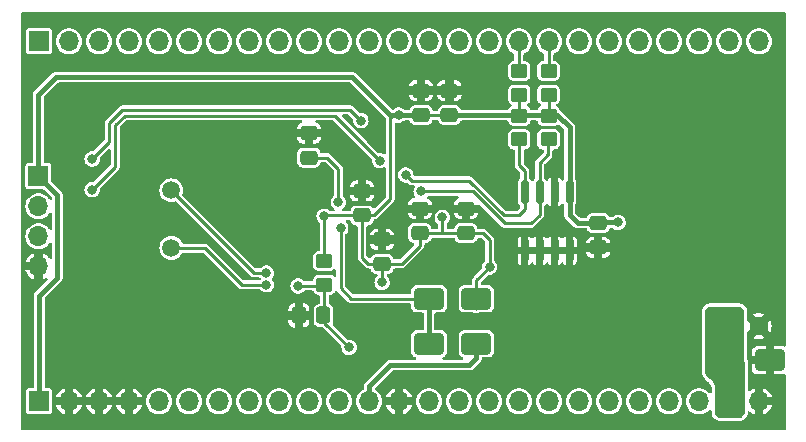
<source format=gbr>
%TF.GenerationSoftware,KiCad,Pcbnew,8.0.1*%
%TF.CreationDate,2024-03-27T10:15:15-03:00*%
%TF.ProjectId,CPU Stm32G431,43505520-5374-46d3-9332-473433312e6b,rev?*%
%TF.SameCoordinates,Original*%
%TF.FileFunction,Copper,L2,Bot*%
%TF.FilePolarity,Positive*%
%FSLAX46Y46*%
G04 Gerber Fmt 4.6, Leading zero omitted, Abs format (unit mm)*
G04 Created by KiCad (PCBNEW 8.0.1) date 2024-03-27 10:15:15*
%MOMM*%
%LPD*%
G01*
G04 APERTURE LIST*
G04 Aperture macros list*
%AMRoundRect*
0 Rectangle with rounded corners*
0 $1 Rounding radius*
0 $2 $3 $4 $5 $6 $7 $8 $9 X,Y pos of 4 corners*
0 Add a 4 corners polygon primitive as box body*
4,1,4,$2,$3,$4,$5,$6,$7,$8,$9,$2,$3,0*
0 Add four circle primitives for the rounded corners*
1,1,$1+$1,$2,$3*
1,1,$1+$1,$4,$5*
1,1,$1+$1,$6,$7*
1,1,$1+$1,$8,$9*
0 Add four rect primitives between the rounded corners*
20,1,$1+$1,$2,$3,$4,$5,0*
20,1,$1+$1,$4,$5,$6,$7,0*
20,1,$1+$1,$6,$7,$8,$9,0*
20,1,$1+$1,$8,$9,$2,$3,0*%
G04 Aperture macros list end*
%TA.AperFunction,SMDPad,CuDef*%
%ADD10RoundRect,0.250000X-0.337500X-0.475000X0.337500X-0.475000X0.337500X0.475000X-0.337500X0.475000X0*%
%TD*%
%TA.AperFunction,ComponentPad*%
%ADD11R,1.600000X1.600000*%
%TD*%
%TA.AperFunction,ComponentPad*%
%ADD12C,1.600000*%
%TD*%
%TA.AperFunction,ComponentPad*%
%ADD13C,1.500000*%
%TD*%
%TA.AperFunction,ComponentPad*%
%ADD14R,1.700000X1.700000*%
%TD*%
%TA.AperFunction,ComponentPad*%
%ADD15O,1.700000X1.700000*%
%TD*%
%TA.AperFunction,SMDPad,CuDef*%
%ADD16RoundRect,0.250000X-1.000000X-0.650000X1.000000X-0.650000X1.000000X0.650000X-1.000000X0.650000X0*%
%TD*%
%TA.AperFunction,SMDPad,CuDef*%
%ADD17RoundRect,0.150000X0.150000X-0.825000X0.150000X0.825000X-0.150000X0.825000X-0.150000X-0.825000X0*%
%TD*%
%TA.AperFunction,SMDPad,CuDef*%
%ADD18RoundRect,0.250000X0.450000X-0.350000X0.450000X0.350000X-0.450000X0.350000X-0.450000X-0.350000X0*%
%TD*%
%TA.AperFunction,SMDPad,CuDef*%
%ADD19RoundRect,0.250000X-0.475000X0.337500X-0.475000X-0.337500X0.475000X-0.337500X0.475000X0.337500X0*%
%TD*%
%TA.AperFunction,SMDPad,CuDef*%
%ADD20RoundRect,0.250000X-0.450000X0.350000X-0.450000X-0.350000X0.450000X-0.350000X0.450000X0.350000X0*%
%TD*%
%TA.AperFunction,SMDPad,CuDef*%
%ADD21RoundRect,0.250000X1.000000X0.650000X-1.000000X0.650000X-1.000000X-0.650000X1.000000X-0.650000X0*%
%TD*%
%TA.AperFunction,SMDPad,CuDef*%
%ADD22RoundRect,0.250000X0.475000X-0.337500X0.475000X0.337500X-0.475000X0.337500X-0.475000X-0.337500X0*%
%TD*%
%TA.AperFunction,ViaPad*%
%ADD23C,0.800000*%
%TD*%
%TA.AperFunction,ViaPad*%
%ADD24C,0.400000*%
%TD*%
%TA.AperFunction,Conductor*%
%ADD25C,0.250000*%
%TD*%
%TA.AperFunction,Conductor*%
%ADD26C,0.400000*%
%TD*%
G04 APERTURE END LIST*
D10*
%TO.P,C17,1*%
%TO.N,GND*%
X141362500Y-112400000D03*
%TO.P,C17,2*%
%TO.N,/Mcu/NRST*%
X143437500Y-112400000D03*
%TD*%
D11*
%TO.P,C7,1*%
%TO.N,VCC*%
X177774888Y-113300000D03*
D12*
%TO.P,C7,2*%
%TO.N,GND*%
X180274888Y-113300000D03*
%TD*%
D13*
%TO.P,Y1,1,1*%
%TO.N,OSC1*%
X130550000Y-101800000D03*
%TO.P,Y1,2,2*%
%TO.N,OSC2*%
X130550000Y-106680000D03*
%TD*%
D14*
%TO.P,J1,1,Pin_1*%
%TO.N,VDD*%
X119300000Y-100620000D03*
D15*
%TO.P,J1,2,Pin_2*%
%TO.N,/Mcu/SWDIO*%
X119300000Y-103160000D03*
%TO.P,J1,3,Pin_3*%
%TO.N,/Mcu/SWCLK*%
X119300000Y-105700000D03*
%TO.P,J1,4,Pin_4*%
%TO.N,GND*%
X119300000Y-108240000D03*
%TD*%
D16*
%TO.P,D3,1,K*%
%TO.N,VDDBAT*%
X152380000Y-111000000D03*
%TO.P,D3,2,A*%
%TO.N,VDD*%
X156380000Y-111000000D03*
%TD*%
D17*
%TO.P,U2,1,A0*%
%TO.N,GND*%
X164285000Y-106895000D03*
%TO.P,U2,2,A1*%
X163015000Y-106895000D03*
%TO.P,U2,3,A2*%
X161745000Y-106895000D03*
%TO.P,U2,4,GND*%
X160475000Y-106895000D03*
%TO.P,U2,5,SDA*%
%TO.N,SDA*%
X160475000Y-101945000D03*
%TO.P,U2,6,SCL*%
%TO.N,SCL*%
X161745000Y-101945000D03*
%TO.P,U2,7,WP*%
%TO.N,GND*%
X163015000Y-101945000D03*
%TO.P,U2,8,VCC*%
%TO.N,VDD*%
X164285000Y-101945000D03*
%TD*%
D18*
%TO.P,R7,1*%
%TO.N,SDA*%
X160000000Y-97500000D03*
%TO.P,R7,2*%
%TO.N,VDD*%
X160000000Y-95500000D03*
%TD*%
D19*
%TO.P,C14,1*%
%TO.N,GND*%
X151600000Y-103362500D03*
%TO.P,C14,2*%
%TO.N,VDD*%
X151600000Y-105437500D03*
%TD*%
%TO.P,C12,1*%
%TO.N,GND*%
X148400000Y-105962500D03*
%TO.P,C12,2*%
%TO.N,VDD*%
X148400000Y-108037500D03*
%TD*%
D14*
%TO.P,J3,1,Pin_1*%
%TO.N,VDD*%
X119350000Y-119670000D03*
D15*
%TO.P,J3,2,Pin_2*%
%TO.N,GND*%
X121890000Y-119670000D03*
%TO.P,J3,3,Pin_3*%
X124430000Y-119670000D03*
%TO.P,J3,4,Pin_4*%
X126970000Y-119670000D03*
%TO.P,J3,5,Pin_5*%
%TO.N,/Mcu/PC0*%
X129510000Y-119670000D03*
%TO.P,J3,6,Pin_6*%
%TO.N,/Mcu/PC1*%
X132050000Y-119670000D03*
%TO.P,J3,7,Pin_7*%
%TO.N,/Mcu/PC2*%
X134590000Y-119670000D03*
%TO.P,J3,8,Pin_8*%
%TO.N,/Mcu/PC3*%
X137130000Y-119670000D03*
%TO.P,J3,9,Pin_9*%
%TO.N,/Mcu/PA0*%
X139670000Y-119670000D03*
%TO.P,J3,10,Pin_10*%
%TO.N,/Mcu/PA1*%
X142210000Y-119670000D03*
%TO.P,J3,11,Pin_11*%
%TO.N,/Mcu/PA2*%
X144750000Y-119670000D03*
%TO.P,J3,12,Pin_12*%
%TO.N,VBT1*%
X147290000Y-119670000D03*
%TO.P,J3,13,Pin_13*%
%TO.N,GND*%
X149830000Y-119670000D03*
%TO.P,J3,14,Pin_14*%
%TO.N,/Mcu/PA3*%
X152370000Y-119670000D03*
%TO.P,J3,15,Pin_15*%
%TO.N,/Mcu/PA4*%
X154910000Y-119670000D03*
%TO.P,J3,16,Pin_16*%
%TO.N,/Mcu/PA5*%
X157450000Y-119670000D03*
%TO.P,J3,17,Pin_17*%
%TO.N,/Mcu/PA6*%
X159990000Y-119670000D03*
%TO.P,J3,18,Pin_18*%
%TO.N,/Mcu/PA7*%
X162530000Y-119670000D03*
%TO.P,J3,19,Pin_19*%
%TO.N,/Mcu/PC4*%
X165070000Y-119670000D03*
%TO.P,J3,20,Pin_20*%
%TO.N,/Mcu/PC5*%
X167610000Y-119670000D03*
%TO.P,J3,21,Pin_21*%
%TO.N,/Mcu/PB0*%
X170150000Y-119670000D03*
%TO.P,J3,22,Pin_22*%
%TO.N,/Mcu/PB1*%
X172690000Y-119670000D03*
%TO.P,J3,23,Pin_23*%
%TO.N,/Mcu/PB2*%
X175230000Y-119670000D03*
%TO.P,J3,24,Pin_24*%
%TO.N,VCC*%
X177770000Y-119670000D03*
%TO.P,J3,25,Pin_25*%
%TO.N,GND*%
X180310000Y-119670000D03*
%TD*%
D20*
%TO.P,R5,1*%
%TO.N,SCL*%
X162500000Y-91700000D03*
%TO.P,R5,2*%
%TO.N,VDD*%
X162500000Y-93700000D03*
%TD*%
D18*
%TO.P,R6,1*%
%TO.N,SCL*%
X162500000Y-97500000D03*
%TO.P,R6,2*%
%TO.N,VDD*%
X162500000Y-95500000D03*
%TD*%
D16*
%TO.P,D4,1,K*%
%TO.N,VDDBAT*%
X152375000Y-114800000D03*
%TO.P,D4,2,A*%
%TO.N,VBT1*%
X156375000Y-114800000D03*
%TD*%
D19*
%TO.P,C15,1*%
%TO.N,GND*%
X146700000Y-101862500D03*
%TO.P,C15,2*%
%TO.N,VDD*%
X146700000Y-103937500D03*
%TD*%
%TO.P,C13,1*%
%TO.N,GND*%
X151700000Y-93362500D03*
%TO.P,C13,2*%
%TO.N,VDD*%
X151700000Y-95437500D03*
%TD*%
%TO.P,C16,1*%
%TO.N,GND*%
X155500000Y-103362500D03*
%TO.P,C16,2*%
%TO.N,VDD*%
X155500000Y-105437500D03*
%TD*%
%TO.P,C11,1*%
%TO.N,GND*%
X154100000Y-93362500D03*
%TO.P,C11,2*%
%TO.N,VDD*%
X154100000Y-95437500D03*
%TD*%
D21*
%TO.P,D5,1,A1*%
%TO.N,GND*%
X181240000Y-116200000D03*
%TO.P,D5,2,A2*%
%TO.N,VCC*%
X177240000Y-116200000D03*
%TD*%
D14*
%TO.P,J2,1,Pin_1*%
%TO.N,/Mcu/PB9*%
X119340000Y-89190000D03*
D15*
%TO.P,J2,2,Pin_2*%
%TO.N,/Mcu/PB7*%
X121880000Y-89190000D03*
%TO.P,J2,3,Pin_3*%
%TO.N,/Mcu/PB6*%
X124420000Y-89190000D03*
%TO.P,J2,4,Pin_4*%
%TO.N,/Mcu/PB5*%
X126960000Y-89190000D03*
%TO.P,J2,5,Pin_5*%
%TO.N,/Mcu/PB4*%
X129500000Y-89190000D03*
%TO.P,J2,6,Pin_6*%
%TO.N,/Mcu/PB3*%
X132040000Y-89190000D03*
%TO.P,J2,7,Pin_7*%
%TO.N,/Mcu/PD2*%
X134580000Y-89190000D03*
%TO.P,J2,8,Pin_8*%
%TO.N,/Mcu/PC12*%
X137120000Y-89190000D03*
%TO.P,J2,9,Pin_9*%
%TO.N,/Mcu/PC11*%
X139660000Y-89190000D03*
%TO.P,J2,10,Pin_10*%
%TO.N,/Mcu/PC10*%
X142200000Y-89190000D03*
%TO.P,J2,11,Pin_11*%
%TO.N,/Mcu/PA15*%
X144740000Y-89190000D03*
%TO.P,J2,12,Pin_12*%
%TO.N,/Mcu/PA12*%
X147280000Y-89190000D03*
%TO.P,J2,13,Pin_13*%
%TO.N,/Mcu/PA11*%
X149820000Y-89190000D03*
%TO.P,J2,14,Pin_14*%
%TO.N,/Mcu/PA10*%
X152360000Y-89190000D03*
%TO.P,J2,15,Pin_15*%
%TO.N,/Mcu/PA9*%
X154900000Y-89190000D03*
%TO.P,J2,16,Pin_16*%
%TO.N,/Mcu/PA8*%
X157440000Y-89190000D03*
%TO.P,J2,17,Pin_17*%
%TO.N,SDA*%
X159980000Y-89190000D03*
%TO.P,J2,18,Pin_18*%
%TO.N,SCL*%
X162520000Y-89190000D03*
%TO.P,J2,19,Pin_19*%
%TO.N,/Mcu/PC7*%
X165060000Y-89190000D03*
%TO.P,J2,20,Pin_20*%
%TO.N,/Mcu/PC6*%
X167600000Y-89190000D03*
%TO.P,J2,21,Pin_21*%
%TO.N,/Mcu/PB15*%
X170140000Y-89190000D03*
%TO.P,J2,22,Pin_22*%
%TO.N,/Mcu/PB14*%
X172680000Y-89190000D03*
%TO.P,J2,23,Pin_23*%
%TO.N,/Mcu/PB13*%
X175220000Y-89190000D03*
%TO.P,J2,24,Pin_24*%
%TO.N,/Mcu/PB12*%
X177760000Y-89190000D03*
%TO.P,J2,25,Pin_25*%
%TO.N,/Mcu/PB11*%
X180300000Y-89190000D03*
%TD*%
D20*
%TO.P,R4,1*%
%TO.N,SDA*%
X160000000Y-91700000D03*
%TO.P,R4,2*%
%TO.N,VDD*%
X160000000Y-93700000D03*
%TD*%
D18*
%TO.P,R1,1*%
%TO.N,/Mcu/NRST*%
X143500000Y-109800000D03*
%TO.P,R1,2*%
%TO.N,VDD*%
X143500000Y-107800000D03*
%TD*%
D22*
%TO.P,C6,1*%
%TO.N,GND*%
X166700000Y-106637500D03*
%TO.P,C6,2*%
%TO.N,VDD*%
X166700000Y-104562500D03*
%TD*%
D19*
%TO.P,C1,1*%
%TO.N,GND*%
X142200000Y-96962500D03*
%TO.P,C1,2*%
%TO.N,Net-(U1-PB8)*%
X142200000Y-99037500D03*
%TD*%
D23*
%TO.N,GND*%
X127000000Y-98100000D03*
X127000000Y-96900000D03*
X140000000Y-112800000D03*
X138800000Y-112800000D03*
X169200000Y-105700000D03*
X145600000Y-112800000D03*
X122500000Y-97600000D03*
X123700000Y-97600000D03*
X126800000Y-101900000D03*
X125600000Y-101900000D03*
X118300000Y-97000000D03*
X118300000Y-98200000D03*
X118400000Y-111800000D03*
X118400000Y-110700000D03*
%TO.N,/Mcu/NRST*%
X145600000Y-115100000D03*
%TO.N,GND*%
X149900000Y-113200000D03*
X145600000Y-113800000D03*
X174500000Y-111200000D03*
X173700000Y-110400000D03*
X171900000Y-105700000D03*
X182100000Y-105700000D03*
D24*
X140000000Y-104600000D03*
D23*
X176270000Y-101845000D03*
D24*
X136000000Y-112000000D03*
X133000000Y-112000000D03*
X128000000Y-109000000D03*
D23*
X162500000Y-109000000D03*
D24*
X140000000Y-110000000D03*
D23*
X164200000Y-109000000D03*
X174000000Y-105700000D03*
D24*
X140000000Y-103000000D03*
D23*
X146600000Y-94500000D03*
D24*
X134000000Y-112000000D03*
D23*
X180820000Y-101795000D03*
D24*
X128000000Y-110000000D03*
D23*
X168900000Y-109500000D03*
D24*
X128000000Y-101000000D03*
D23*
X166700000Y-108200000D03*
X182120000Y-119170000D03*
D24*
X133000000Y-110000000D03*
X140000000Y-100000000D03*
X135400000Y-104200000D03*
X138000000Y-112000000D03*
D23*
X182120000Y-120420000D03*
D24*
X136000000Y-96000000D03*
D23*
X176200000Y-105700000D03*
X126000000Y-117400000D03*
D24*
X137200000Y-103000000D03*
X138600000Y-106200000D03*
X140000000Y-104000000D03*
X130000000Y-96000000D03*
D23*
X149300000Y-117800000D03*
D24*
X134800000Y-103800000D03*
X129000000Y-96000000D03*
X140000000Y-111000000D03*
X139000000Y-112000000D03*
D23*
X148500000Y-93500000D03*
D24*
X136800000Y-100600000D03*
D23*
X181925000Y-88625000D03*
D24*
X128000000Y-107000000D03*
D23*
X124000000Y-117400000D03*
D24*
X134400000Y-100500000D03*
D23*
X146700000Y-117800000D03*
D24*
X133600000Y-101300000D03*
X136800000Y-99000000D03*
X131000000Y-96000000D03*
X136400000Y-102800000D03*
D23*
X159000000Y-100800000D03*
X147800000Y-92800000D03*
X145800000Y-117800000D03*
X181770000Y-112270000D03*
X141000000Y-101800000D03*
D24*
X133600000Y-100500000D03*
D23*
X150000000Y-104200000D03*
X177400000Y-107900000D03*
D24*
X129000000Y-110000000D03*
D23*
X172900000Y-109600000D03*
X150200000Y-117800000D03*
D24*
X137000000Y-112000000D03*
D23*
X180795000Y-93095000D03*
D24*
X139300000Y-100600000D03*
D23*
X153600000Y-91800000D03*
X166400000Y-91800000D03*
D24*
X140000000Y-101000000D03*
D23*
X150000000Y-105200000D03*
D24*
X136000000Y-100600000D03*
X139000000Y-96000000D03*
X140000000Y-107600000D03*
X136800000Y-101400000D03*
X128000000Y-100000000D03*
X139000000Y-103200000D03*
X128000000Y-106000000D03*
D23*
X157000000Y-104300000D03*
D24*
X140600000Y-105200000D03*
X137000000Y-96000000D03*
X133554255Y-102108510D03*
D23*
X160900000Y-109000000D03*
D24*
X137400000Y-105200000D03*
D23*
X171600000Y-109500000D03*
D24*
X139400000Y-104000000D03*
D23*
X168400000Y-99800000D03*
X163000000Y-99800000D03*
D24*
X137800000Y-103600000D03*
D23*
X147700000Y-100400000D03*
D24*
X128000000Y-99000000D03*
X131000000Y-110000000D03*
X132000000Y-96000000D03*
D23*
X151200000Y-91800000D03*
D24*
X128000000Y-98000000D03*
X134200000Y-103400000D03*
D23*
X179700000Y-105700000D03*
X170100000Y-109500000D03*
D24*
X133600000Y-102800000D03*
X140000000Y-98000000D03*
D23*
X159000000Y-101800000D03*
D24*
X128000000Y-97000000D03*
X136800000Y-99800000D03*
X140000000Y-99000000D03*
D23*
X148000000Y-95900000D03*
X120800000Y-110700000D03*
D24*
X140000000Y-97000000D03*
D23*
X181300000Y-111200000D03*
D24*
X128000000Y-108000000D03*
X128000000Y-103000000D03*
X136800000Y-104600000D03*
D23*
X168800000Y-91800000D03*
D24*
X136200000Y-104200000D03*
X128000000Y-104000000D03*
X130000000Y-110000000D03*
X133000000Y-111000000D03*
D23*
X176270000Y-100890000D03*
D24*
X128000000Y-96000000D03*
D23*
X149000000Y-104200000D03*
X145800000Y-106600000D03*
D24*
X138000000Y-105800000D03*
X128000000Y-102000000D03*
X137600000Y-100600000D03*
D23*
X171400000Y-91800000D03*
X122000000Y-110700000D03*
X128000000Y-117400000D03*
X181925000Y-89700000D03*
D24*
X140000000Y-102000000D03*
D23*
X167200000Y-99800000D03*
X180810000Y-100840000D03*
X177370000Y-95345000D03*
D24*
X128000000Y-105000000D03*
D23*
X181770000Y-113920000D03*
X150000000Y-103200000D03*
D24*
X132000000Y-110000000D03*
D23*
X146800000Y-100400000D03*
D24*
X138000000Y-96000000D03*
X135000000Y-96000000D03*
D23*
X180795000Y-95345000D03*
D24*
X136800000Y-102200000D03*
X135000000Y-112000000D03*
X140000000Y-112000000D03*
X140000000Y-96000000D03*
X133000000Y-96000000D03*
D23*
X121925000Y-117375000D03*
D24*
X134000000Y-96000000D03*
D23*
%TO.N,OSC1*%
X138600000Y-108800497D03*
%TO.N,OSC2*%
X138600000Y-109800000D03*
%TO.N,VDD*%
X149800000Y-95437500D03*
X157500000Y-108300000D03*
X148400000Y-109600000D03*
X168380000Y-104520000D03*
X153500000Y-104100000D03*
X143500000Y-104000000D03*
%TO.N,/Mcu/NRST*%
X141300000Y-109900000D03*
%TO.N,Net-(U1-PB8)*%
X144700000Y-102800000D03*
%TO.N,VDDBAT*%
X144900000Y-105000000D03*
%TO.N,/Mcu/SWDIO*%
X123850000Y-99150000D03*
X146600000Y-95900000D03*
%TO.N,/Mcu/SWCLK*%
X148200000Y-99300000D03*
X123850000Y-101750000D03*
%TO.N,SDA*%
X150400000Y-100500000D03*
%TO.N,SCL*%
X151700000Y-101900000D03*
%TD*%
D25*
%TO.N,/Mcu/NRST*%
X143500000Y-113000000D02*
X143500000Y-109800000D01*
X145600000Y-115100000D02*
X143500000Y-113000000D01*
%TO.N,OSC1*%
X138600000Y-108800497D02*
X137550497Y-108800497D01*
X137550497Y-108800497D02*
X130550000Y-101800000D01*
%TO.N,OSC2*%
X138600000Y-109800000D02*
X136500000Y-109800000D01*
X130570000Y-106700000D02*
X130550000Y-106680000D01*
X133400000Y-106700000D02*
X130570000Y-106700000D01*
X136500000Y-109800000D02*
X133400000Y-106700000D01*
D26*
%TO.N,VCC*%
X177240000Y-115970000D02*
X177774888Y-115435112D01*
%TO.N,VDD*%
X120800000Y-92200000D02*
X119300000Y-93700000D01*
X166742500Y-104520000D02*
X166700000Y-104562500D01*
X149800000Y-95437500D02*
X151700000Y-95437500D01*
D25*
X157500000Y-108300000D02*
X156380000Y-109420000D01*
X157500000Y-106000000D02*
X157500000Y-108300000D01*
X147700000Y-103900000D02*
X146800000Y-103900000D01*
X149362500Y-95437500D02*
X149100000Y-95700000D01*
X148400000Y-108037500D02*
X148400000Y-109600000D01*
X151600000Y-106500000D02*
X150062500Y-108037500D01*
X156937500Y-105437500D02*
X157500000Y-106000000D01*
X153500000Y-104100000D02*
X153500000Y-105437500D01*
D26*
X119300000Y-93700000D02*
X119300000Y-100600000D01*
D25*
X147237500Y-108037500D02*
X148400000Y-108037500D01*
D26*
X168380000Y-104520000D02*
X166742500Y-104520000D01*
X145837500Y-92200000D02*
X120800000Y-92200000D01*
X120900000Y-109200000D02*
X119370000Y-110730000D01*
D25*
X146700000Y-107500000D02*
X147237500Y-108037500D01*
X155500000Y-105437500D02*
X156937500Y-105437500D01*
X156380000Y-109420000D02*
X156380000Y-111850000D01*
X162500000Y-95500000D02*
X162500000Y-93700000D01*
X149100000Y-102500000D02*
X147700000Y-103900000D01*
D26*
X149075000Y-95437500D02*
X145837500Y-92200000D01*
D25*
X143500000Y-107600000D02*
X143500000Y-104000000D01*
X146700000Y-103937500D02*
X146700000Y-107500000D01*
D26*
X119300000Y-100600000D02*
X120900000Y-102200000D01*
D25*
X151600000Y-105437500D02*
X155500000Y-105437500D01*
D26*
X164962500Y-104562500D02*
X164285000Y-103885000D01*
X163237500Y-95437500D02*
X154100000Y-95437500D01*
D25*
X149100000Y-95700000D02*
X149100000Y-102500000D01*
D26*
X119370000Y-110730000D02*
X119370000Y-120140000D01*
D25*
X143200000Y-107900000D02*
X143500000Y-107600000D01*
X151000000Y-95437500D02*
X153600000Y-95437500D01*
D26*
X166700000Y-104562500D02*
X164962500Y-104562500D01*
X164285000Y-103885000D02*
X164285000Y-101945000D01*
D25*
X160000000Y-95500000D02*
X160000000Y-93700000D01*
X153500000Y-105437500D02*
X151600000Y-105437500D01*
D26*
X164285000Y-96485000D02*
X163237500Y-95437500D01*
D25*
X143562500Y-103937500D02*
X143500000Y-104000000D01*
X149800000Y-95437500D02*
X149362500Y-95437500D01*
D26*
X164285000Y-101945000D02*
X164285000Y-96485000D01*
X120900000Y-102200000D02*
X120900000Y-109200000D01*
D25*
X149800000Y-95437500D02*
X151000000Y-95437500D01*
X150062500Y-108037500D02*
X148400000Y-108037500D01*
D26*
X149800000Y-95437500D02*
X149075000Y-95437500D01*
D25*
X151600000Y-105437500D02*
X151600000Y-106500000D01*
X146700000Y-103937500D02*
X143562500Y-103937500D01*
%TO.N,/Mcu/NRST*%
X141300000Y-109900000D02*
X143200000Y-109900000D01*
%TO.N,Net-(U1-PB8)*%
X144700000Y-102800000D02*
X144700000Y-100000000D01*
X144700000Y-100000000D02*
X143737500Y-99037500D01*
X143737500Y-99037500D02*
X142200000Y-99037500D01*
D26*
%TO.N,VDDBAT*%
X152375000Y-115525000D02*
X152375000Y-111855000D01*
D25*
X144900000Y-105000000D02*
X144900000Y-110100000D01*
D26*
X152375000Y-111855000D02*
X152380000Y-111850000D01*
D25*
X152380000Y-111000000D02*
X152380000Y-111850000D01*
X145800000Y-111000000D02*
X152380000Y-111000000D01*
X144900000Y-110100000D02*
X145800000Y-111000000D01*
D26*
%TO.N,VBT1*%
X147310000Y-119670000D02*
X147310000Y-118390000D01*
X147310000Y-118390000D02*
X149100000Y-116600000D01*
X155800000Y-116600000D02*
X156375000Y-116025000D01*
X156375000Y-116025000D02*
X156375000Y-115525000D01*
X149100000Y-116600000D02*
X155800000Y-116600000D01*
D25*
%TO.N,/Mcu/SWDIO*%
X125300000Y-96100000D02*
X126400000Y-95000000D01*
X123850000Y-99150000D02*
X125300000Y-97700000D01*
X126400000Y-95000000D02*
X145700000Y-95000000D01*
X145700000Y-95000000D02*
X146600000Y-95900000D01*
X125300000Y-97700000D02*
X125300000Y-96100000D01*
%TO.N,/Mcu/SWCLK*%
X144375000Y-95475000D02*
X148200000Y-99300000D01*
X123850000Y-101750000D02*
X125800000Y-99800000D01*
X125800000Y-96300000D02*
X126625000Y-95475000D01*
X125800000Y-99800000D02*
X125800000Y-96300000D01*
X126625000Y-95475000D02*
X144375000Y-95475000D01*
%TO.N,SDA*%
X158700000Y-103900000D02*
X155800000Y-101000000D01*
X160475000Y-101945000D02*
X160475000Y-103425000D01*
X159980000Y-91680000D02*
X160000000Y-91700000D01*
X160000000Y-103900000D02*
X158700000Y-103900000D01*
X155800000Y-101000000D02*
X150900000Y-101000000D01*
X159980000Y-89190000D02*
X159980000Y-91680000D01*
X150900000Y-101000000D02*
X150400000Y-100500000D01*
X160000000Y-97500000D02*
X160000000Y-99700000D01*
X160000000Y-99700000D02*
X160475000Y-100175000D01*
X160475000Y-103425000D02*
X160000000Y-103900000D01*
X160475000Y-100175000D02*
X160475000Y-101945000D01*
%TO.N,SCL*%
X161000000Y-104600000D02*
X158763604Y-104600000D01*
X156063604Y-101900000D02*
X151700000Y-101900000D01*
X158763604Y-104600000D02*
X156063604Y-101900000D01*
X162520000Y-89190000D02*
X162520000Y-91680000D01*
X162450000Y-98750000D02*
X161745000Y-99455000D01*
X161745000Y-101945000D02*
X161745000Y-103855000D01*
X162520000Y-91680000D02*
X162500000Y-91700000D01*
X161745000Y-99455000D02*
X161745000Y-101945000D01*
X161745000Y-103855000D02*
X161000000Y-104600000D01*
X162450000Y-97500000D02*
X162450000Y-98750000D01*
%TD*%
%TA.AperFunction,Conductor*%
%TO.N,GND*%
G36*
X182522524Y-86720238D02*
G01*
X182568286Y-86773035D01*
X182579500Y-86824564D01*
X182579500Y-114910467D01*
X182559815Y-114977506D01*
X182507011Y-115023261D01*
X182437853Y-115033205D01*
X182410012Y-115025822D01*
X182371446Y-115010614D01*
X182283054Y-115000000D01*
X181590000Y-115000000D01*
X181590000Y-117400000D01*
X182283054Y-117400000D01*
X182371445Y-117389385D01*
X182410009Y-117374178D01*
X182479596Y-117367896D01*
X182541532Y-117400232D01*
X182576154Y-117460921D01*
X182579500Y-117489532D01*
X182579500Y-121965564D01*
X182559815Y-122032603D01*
X182507011Y-122078358D01*
X182455519Y-122089564D01*
X117924519Y-122099434D01*
X117857476Y-122079760D01*
X117811714Y-122026963D01*
X117800500Y-121975434D01*
X117800500Y-105700000D01*
X118194785Y-105700000D01*
X118213602Y-105903082D01*
X118269417Y-106099247D01*
X118269422Y-106099260D01*
X118360327Y-106281821D01*
X118483237Y-106444581D01*
X118633958Y-106581980D01*
X118633960Y-106581982D01*
X118654985Y-106595000D01*
X118807363Y-106689348D01*
X118997544Y-106763024D01*
X119198024Y-106800500D01*
X119198026Y-106800500D01*
X119401974Y-106800500D01*
X119401976Y-106800500D01*
X119602456Y-106763024D01*
X119792637Y-106689348D01*
X119966041Y-106581981D01*
X120116764Y-106444579D01*
X120226546Y-106299204D01*
X120282655Y-106257568D01*
X120352367Y-106252877D01*
X120413549Y-106286619D01*
X120446776Y-106348082D01*
X120449500Y-106373931D01*
X120449500Y-107483930D01*
X120429815Y-107550969D01*
X120377011Y-107596724D01*
X120307853Y-107606668D01*
X120244297Y-107577643D01*
X120226546Y-107558657D01*
X120153499Y-107461928D01*
X119995999Y-107318348D01*
X119995997Y-107318346D01*
X119814798Y-107206153D01*
X119814792Y-107206150D01*
X119650000Y-107142310D01*
X119650000Y-107882894D01*
X119607007Y-107839901D01*
X119492993Y-107774075D01*
X119365826Y-107740000D01*
X119234174Y-107740000D01*
X119107007Y-107774075D01*
X118992993Y-107839901D01*
X118950000Y-107882894D01*
X118950000Y-107142310D01*
X118785207Y-107206150D01*
X118785201Y-107206153D01*
X118604002Y-107318346D01*
X118604000Y-107318348D01*
X118446500Y-107461928D01*
X118318059Y-107632010D01*
X118223066Y-107822783D01*
X118223061Y-107822796D01*
X118203941Y-107889999D01*
X118203941Y-107890000D01*
X118942894Y-107890000D01*
X118899901Y-107932993D01*
X118834075Y-108047007D01*
X118800000Y-108174174D01*
X118800000Y-108305826D01*
X118834075Y-108432993D01*
X118899901Y-108547007D01*
X118942894Y-108590000D01*
X118203941Y-108590000D01*
X118223061Y-108657203D01*
X118223066Y-108657216D01*
X118318059Y-108847989D01*
X118446500Y-109018071D01*
X118604000Y-109161651D01*
X118604002Y-109161653D01*
X118785199Y-109273844D01*
X118785206Y-109273848D01*
X118950000Y-109337688D01*
X118950000Y-108597106D01*
X118992993Y-108640099D01*
X119107007Y-108705925D01*
X119234174Y-108740000D01*
X119365826Y-108740000D01*
X119492993Y-108705925D01*
X119607007Y-108640099D01*
X119650000Y-108597106D01*
X119650000Y-109337688D01*
X119814793Y-109273848D01*
X119814794Y-109273847D01*
X119888808Y-109228020D01*
X119956168Y-109209464D01*
X120022868Y-109230272D01*
X120067730Y-109283837D01*
X120076510Y-109353153D01*
X120046422Y-109416212D01*
X120041767Y-109421128D01*
X119009513Y-110453383D01*
X119009509Y-110453389D01*
X118950201Y-110556112D01*
X118950200Y-110556117D01*
X118919500Y-110670691D01*
X118919500Y-118445500D01*
X118899815Y-118512539D01*
X118847011Y-118558294D01*
X118795500Y-118569500D01*
X118475323Y-118569500D01*
X118402264Y-118584032D01*
X118402260Y-118584033D01*
X118319399Y-118639399D01*
X118264033Y-118722260D01*
X118264032Y-118722264D01*
X118249500Y-118795321D01*
X118249500Y-120544678D01*
X118264032Y-120617735D01*
X118264033Y-120617739D01*
X118264034Y-120617740D01*
X118319399Y-120700601D01*
X118389305Y-120747310D01*
X118402260Y-120755966D01*
X118402264Y-120755967D01*
X118475321Y-120770499D01*
X118475324Y-120770500D01*
X118475326Y-120770500D01*
X120224676Y-120770500D01*
X120224677Y-120770499D01*
X120297740Y-120755966D01*
X120380601Y-120700601D01*
X120435966Y-120617740D01*
X120450500Y-120544674D01*
X120450500Y-120020000D01*
X120793941Y-120020000D01*
X120813061Y-120087203D01*
X120813066Y-120087216D01*
X120908059Y-120277989D01*
X121036500Y-120448071D01*
X121194000Y-120591651D01*
X121194002Y-120591653D01*
X121375199Y-120703844D01*
X121375206Y-120703848D01*
X121540000Y-120767688D01*
X121540000Y-120027106D01*
X121582993Y-120070099D01*
X121697007Y-120135925D01*
X121824174Y-120170000D01*
X121955826Y-120170000D01*
X122082993Y-120135925D01*
X122197007Y-120070099D01*
X122240000Y-120027106D01*
X122240000Y-120767688D01*
X122404793Y-120703848D01*
X122404800Y-120703844D01*
X122585997Y-120591653D01*
X122585999Y-120591651D01*
X122743499Y-120448071D01*
X122871940Y-120277989D01*
X122966933Y-120087216D01*
X122966938Y-120087203D01*
X122986058Y-120020000D01*
X123333941Y-120020000D01*
X123353061Y-120087203D01*
X123353066Y-120087216D01*
X123448059Y-120277989D01*
X123576500Y-120448071D01*
X123734000Y-120591651D01*
X123734002Y-120591653D01*
X123915199Y-120703844D01*
X123915206Y-120703848D01*
X124080000Y-120767688D01*
X124080000Y-120027106D01*
X124122993Y-120070099D01*
X124237007Y-120135925D01*
X124364174Y-120170000D01*
X124495826Y-120170000D01*
X124622993Y-120135925D01*
X124737007Y-120070099D01*
X124780000Y-120027106D01*
X124780000Y-120767688D01*
X124944793Y-120703848D01*
X124944800Y-120703844D01*
X125125997Y-120591653D01*
X125125999Y-120591651D01*
X125283499Y-120448071D01*
X125411940Y-120277989D01*
X125506933Y-120087216D01*
X125506938Y-120087203D01*
X125526058Y-120020000D01*
X125873941Y-120020000D01*
X125893061Y-120087203D01*
X125893066Y-120087216D01*
X125988059Y-120277989D01*
X126116500Y-120448071D01*
X126274000Y-120591651D01*
X126274002Y-120591653D01*
X126455199Y-120703844D01*
X126455206Y-120703848D01*
X126620000Y-120767688D01*
X126620000Y-120027106D01*
X126662993Y-120070099D01*
X126777007Y-120135925D01*
X126904174Y-120170000D01*
X127035826Y-120170000D01*
X127162993Y-120135925D01*
X127277007Y-120070099D01*
X127320000Y-120027106D01*
X127320000Y-120767688D01*
X127484793Y-120703848D01*
X127484800Y-120703844D01*
X127665997Y-120591653D01*
X127665999Y-120591651D01*
X127823499Y-120448071D01*
X127951940Y-120277989D01*
X128046933Y-120087216D01*
X128046938Y-120087203D01*
X128066058Y-120020000D01*
X127327106Y-120020000D01*
X127370099Y-119977007D01*
X127435925Y-119862993D01*
X127470000Y-119735826D01*
X127470000Y-119670000D01*
X128404785Y-119670000D01*
X128423602Y-119873082D01*
X128479417Y-120069247D01*
X128479422Y-120069260D01*
X128570327Y-120251821D01*
X128693237Y-120414581D01*
X128843958Y-120551980D01*
X128843960Y-120551982D01*
X128908033Y-120591654D01*
X129017363Y-120659348D01*
X129207544Y-120733024D01*
X129408024Y-120770500D01*
X129408026Y-120770500D01*
X129611974Y-120770500D01*
X129611976Y-120770500D01*
X129812456Y-120733024D01*
X130002637Y-120659348D01*
X130176041Y-120551981D01*
X130326764Y-120414579D01*
X130449673Y-120251821D01*
X130540582Y-120069250D01*
X130596397Y-119873083D01*
X130615215Y-119670000D01*
X130944785Y-119670000D01*
X130963602Y-119873082D01*
X131019417Y-120069247D01*
X131019422Y-120069260D01*
X131110327Y-120251821D01*
X131233237Y-120414581D01*
X131383958Y-120551980D01*
X131383960Y-120551982D01*
X131448033Y-120591654D01*
X131557363Y-120659348D01*
X131747544Y-120733024D01*
X131948024Y-120770500D01*
X131948026Y-120770500D01*
X132151974Y-120770500D01*
X132151976Y-120770500D01*
X132352456Y-120733024D01*
X132542637Y-120659348D01*
X132716041Y-120551981D01*
X132866764Y-120414579D01*
X132989673Y-120251821D01*
X133080582Y-120069250D01*
X133136397Y-119873083D01*
X133155215Y-119670000D01*
X133484785Y-119670000D01*
X133503602Y-119873082D01*
X133559417Y-120069247D01*
X133559422Y-120069260D01*
X133650327Y-120251821D01*
X133773237Y-120414581D01*
X133923958Y-120551980D01*
X133923960Y-120551982D01*
X133988033Y-120591654D01*
X134097363Y-120659348D01*
X134287544Y-120733024D01*
X134488024Y-120770500D01*
X134488026Y-120770500D01*
X134691974Y-120770500D01*
X134691976Y-120770500D01*
X134892456Y-120733024D01*
X135082637Y-120659348D01*
X135256041Y-120551981D01*
X135406764Y-120414579D01*
X135529673Y-120251821D01*
X135620582Y-120069250D01*
X135676397Y-119873083D01*
X135695215Y-119670000D01*
X136024785Y-119670000D01*
X136043602Y-119873082D01*
X136099417Y-120069247D01*
X136099422Y-120069260D01*
X136190327Y-120251821D01*
X136313237Y-120414581D01*
X136463958Y-120551980D01*
X136463960Y-120551982D01*
X136528033Y-120591654D01*
X136637363Y-120659348D01*
X136827544Y-120733024D01*
X137028024Y-120770500D01*
X137028026Y-120770500D01*
X137231974Y-120770500D01*
X137231976Y-120770500D01*
X137432456Y-120733024D01*
X137622637Y-120659348D01*
X137796041Y-120551981D01*
X137946764Y-120414579D01*
X138069673Y-120251821D01*
X138160582Y-120069250D01*
X138216397Y-119873083D01*
X138235215Y-119670000D01*
X138564785Y-119670000D01*
X138583602Y-119873082D01*
X138639417Y-120069247D01*
X138639422Y-120069260D01*
X138730327Y-120251821D01*
X138853237Y-120414581D01*
X139003958Y-120551980D01*
X139003960Y-120551982D01*
X139068033Y-120591654D01*
X139177363Y-120659348D01*
X139367544Y-120733024D01*
X139568024Y-120770500D01*
X139568026Y-120770500D01*
X139771974Y-120770500D01*
X139771976Y-120770500D01*
X139972456Y-120733024D01*
X140162637Y-120659348D01*
X140336041Y-120551981D01*
X140486764Y-120414579D01*
X140609673Y-120251821D01*
X140700582Y-120069250D01*
X140756397Y-119873083D01*
X140775215Y-119670000D01*
X141104785Y-119670000D01*
X141123602Y-119873082D01*
X141179417Y-120069247D01*
X141179422Y-120069260D01*
X141270327Y-120251821D01*
X141393237Y-120414581D01*
X141543958Y-120551980D01*
X141543960Y-120551982D01*
X141608033Y-120591654D01*
X141717363Y-120659348D01*
X141907544Y-120733024D01*
X142108024Y-120770500D01*
X142108026Y-120770500D01*
X142311974Y-120770500D01*
X142311976Y-120770500D01*
X142512456Y-120733024D01*
X142702637Y-120659348D01*
X142876041Y-120551981D01*
X143026764Y-120414579D01*
X143149673Y-120251821D01*
X143240582Y-120069250D01*
X143296397Y-119873083D01*
X143315215Y-119670000D01*
X143644785Y-119670000D01*
X143663602Y-119873082D01*
X143719417Y-120069247D01*
X143719422Y-120069260D01*
X143810327Y-120251821D01*
X143933237Y-120414581D01*
X144083958Y-120551980D01*
X144083960Y-120551982D01*
X144148033Y-120591654D01*
X144257363Y-120659348D01*
X144447544Y-120733024D01*
X144648024Y-120770500D01*
X144648026Y-120770500D01*
X144851974Y-120770500D01*
X144851976Y-120770500D01*
X145052456Y-120733024D01*
X145242637Y-120659348D01*
X145416041Y-120551981D01*
X145566764Y-120414579D01*
X145689673Y-120251821D01*
X145780582Y-120069250D01*
X145836397Y-119873083D01*
X145855215Y-119670000D01*
X145849115Y-119604174D01*
X145836397Y-119466917D01*
X145780582Y-119270750D01*
X145780159Y-119269901D01*
X145730415Y-119170000D01*
X145689673Y-119088179D01*
X145566764Y-118925421D01*
X145566762Y-118925418D01*
X145416041Y-118788019D01*
X145416039Y-118788017D01*
X145242642Y-118680655D01*
X145242635Y-118680651D01*
X145127763Y-118636150D01*
X145052456Y-118606976D01*
X144851976Y-118569500D01*
X144648024Y-118569500D01*
X144447544Y-118606976D01*
X144447541Y-118606976D01*
X144447541Y-118606977D01*
X144257364Y-118680651D01*
X144257357Y-118680655D01*
X144083960Y-118788017D01*
X144083958Y-118788019D01*
X143933237Y-118925418D01*
X143810327Y-119088178D01*
X143719422Y-119270739D01*
X143719417Y-119270752D01*
X143663602Y-119466917D01*
X143644785Y-119669999D01*
X143644785Y-119670000D01*
X143315215Y-119670000D01*
X143309115Y-119604174D01*
X143296397Y-119466917D01*
X143240582Y-119270750D01*
X143240159Y-119269901D01*
X143190415Y-119170000D01*
X143149673Y-119088179D01*
X143026764Y-118925421D01*
X143026762Y-118925418D01*
X142876041Y-118788019D01*
X142876039Y-118788017D01*
X142702642Y-118680655D01*
X142702635Y-118680651D01*
X142587763Y-118636150D01*
X142512456Y-118606976D01*
X142311976Y-118569500D01*
X142108024Y-118569500D01*
X141907544Y-118606976D01*
X141907541Y-118606976D01*
X141907541Y-118606977D01*
X141717364Y-118680651D01*
X141717357Y-118680655D01*
X141543960Y-118788017D01*
X141543958Y-118788019D01*
X141393237Y-118925418D01*
X141270327Y-119088178D01*
X141179422Y-119270739D01*
X141179417Y-119270752D01*
X141123602Y-119466917D01*
X141104785Y-119669999D01*
X141104785Y-119670000D01*
X140775215Y-119670000D01*
X140769115Y-119604174D01*
X140756397Y-119466917D01*
X140700582Y-119270750D01*
X140700159Y-119269901D01*
X140650415Y-119170000D01*
X140609673Y-119088179D01*
X140486764Y-118925421D01*
X140486762Y-118925418D01*
X140336041Y-118788019D01*
X140336039Y-118788017D01*
X140162642Y-118680655D01*
X140162635Y-118680651D01*
X140047763Y-118636150D01*
X139972456Y-118606976D01*
X139771976Y-118569500D01*
X139568024Y-118569500D01*
X139367544Y-118606976D01*
X139367541Y-118606976D01*
X139367541Y-118606977D01*
X139177364Y-118680651D01*
X139177357Y-118680655D01*
X139003960Y-118788017D01*
X139003958Y-118788019D01*
X138853237Y-118925418D01*
X138730327Y-119088178D01*
X138639422Y-119270739D01*
X138639417Y-119270752D01*
X138583602Y-119466917D01*
X138564785Y-119669999D01*
X138564785Y-119670000D01*
X138235215Y-119670000D01*
X138229115Y-119604174D01*
X138216397Y-119466917D01*
X138160582Y-119270750D01*
X138160159Y-119269901D01*
X138110415Y-119170000D01*
X138069673Y-119088179D01*
X137946764Y-118925421D01*
X137946762Y-118925418D01*
X137796041Y-118788019D01*
X137796039Y-118788017D01*
X137622642Y-118680655D01*
X137622635Y-118680651D01*
X137507763Y-118636150D01*
X137432456Y-118606976D01*
X137231976Y-118569500D01*
X137028024Y-118569500D01*
X136827544Y-118606976D01*
X136827541Y-118606976D01*
X136827541Y-118606977D01*
X136637364Y-118680651D01*
X136637357Y-118680655D01*
X136463960Y-118788017D01*
X136463958Y-118788019D01*
X136313237Y-118925418D01*
X136190327Y-119088178D01*
X136099422Y-119270739D01*
X136099417Y-119270752D01*
X136043602Y-119466917D01*
X136024785Y-119669999D01*
X136024785Y-119670000D01*
X135695215Y-119670000D01*
X135689115Y-119604174D01*
X135676397Y-119466917D01*
X135620582Y-119270750D01*
X135620159Y-119269901D01*
X135570415Y-119170000D01*
X135529673Y-119088179D01*
X135406764Y-118925421D01*
X135406762Y-118925418D01*
X135256041Y-118788019D01*
X135256039Y-118788017D01*
X135082642Y-118680655D01*
X135082635Y-118680651D01*
X134967763Y-118636150D01*
X134892456Y-118606976D01*
X134691976Y-118569500D01*
X134488024Y-118569500D01*
X134287544Y-118606976D01*
X134287541Y-118606976D01*
X134287541Y-118606977D01*
X134097364Y-118680651D01*
X134097357Y-118680655D01*
X133923960Y-118788017D01*
X133923958Y-118788019D01*
X133773237Y-118925418D01*
X133650327Y-119088178D01*
X133559422Y-119270739D01*
X133559417Y-119270752D01*
X133503602Y-119466917D01*
X133484785Y-119669999D01*
X133484785Y-119670000D01*
X133155215Y-119670000D01*
X133149115Y-119604174D01*
X133136397Y-119466917D01*
X133080582Y-119270750D01*
X133080159Y-119269901D01*
X133030415Y-119170000D01*
X132989673Y-119088179D01*
X132866764Y-118925421D01*
X132866762Y-118925418D01*
X132716041Y-118788019D01*
X132716039Y-118788017D01*
X132542642Y-118680655D01*
X132542635Y-118680651D01*
X132427763Y-118636150D01*
X132352456Y-118606976D01*
X132151976Y-118569500D01*
X131948024Y-118569500D01*
X131747544Y-118606976D01*
X131747541Y-118606976D01*
X131747541Y-118606977D01*
X131557364Y-118680651D01*
X131557357Y-118680655D01*
X131383960Y-118788017D01*
X131383958Y-118788019D01*
X131233237Y-118925418D01*
X131110327Y-119088178D01*
X131019422Y-119270739D01*
X131019417Y-119270752D01*
X130963602Y-119466917D01*
X130944785Y-119669999D01*
X130944785Y-119670000D01*
X130615215Y-119670000D01*
X130609115Y-119604174D01*
X130596397Y-119466917D01*
X130540582Y-119270750D01*
X130540159Y-119269901D01*
X130490415Y-119170000D01*
X130449673Y-119088179D01*
X130326764Y-118925421D01*
X130326762Y-118925418D01*
X130176041Y-118788019D01*
X130176039Y-118788017D01*
X130002642Y-118680655D01*
X130002635Y-118680651D01*
X129887763Y-118636150D01*
X129812456Y-118606976D01*
X129611976Y-118569500D01*
X129408024Y-118569500D01*
X129207544Y-118606976D01*
X129207541Y-118606976D01*
X129207541Y-118606977D01*
X129017364Y-118680651D01*
X129017357Y-118680655D01*
X128843960Y-118788017D01*
X128843958Y-118788019D01*
X128693237Y-118925418D01*
X128570327Y-119088178D01*
X128479422Y-119270739D01*
X128479417Y-119270752D01*
X128423602Y-119466917D01*
X128404785Y-119669999D01*
X128404785Y-119670000D01*
X127470000Y-119670000D01*
X127470000Y-119604174D01*
X127435925Y-119477007D01*
X127370099Y-119362993D01*
X127327106Y-119320000D01*
X128066059Y-119320000D01*
X128066058Y-119319999D01*
X128046938Y-119252796D01*
X128046933Y-119252783D01*
X127951940Y-119062010D01*
X127823499Y-118891928D01*
X127665999Y-118748348D01*
X127665997Y-118748346D01*
X127484798Y-118636153D01*
X127484792Y-118636150D01*
X127320000Y-118572310D01*
X127320000Y-119312894D01*
X127277007Y-119269901D01*
X127162993Y-119204075D01*
X127035826Y-119170000D01*
X126904174Y-119170000D01*
X126777007Y-119204075D01*
X126662993Y-119269901D01*
X126620000Y-119312894D01*
X126620000Y-118572310D01*
X126455207Y-118636150D01*
X126455201Y-118636153D01*
X126274002Y-118748346D01*
X126274000Y-118748348D01*
X126116500Y-118891928D01*
X125988059Y-119062010D01*
X125893066Y-119252783D01*
X125893061Y-119252796D01*
X125873941Y-119319999D01*
X125873941Y-119320000D01*
X126612894Y-119320000D01*
X126569901Y-119362993D01*
X126504075Y-119477007D01*
X126470000Y-119604174D01*
X126470000Y-119735826D01*
X126504075Y-119862993D01*
X126569901Y-119977007D01*
X126612894Y-120020000D01*
X125873941Y-120020000D01*
X125526058Y-120020000D01*
X124787106Y-120020000D01*
X124830099Y-119977007D01*
X124895925Y-119862993D01*
X124930000Y-119735826D01*
X124930000Y-119604174D01*
X124895925Y-119477007D01*
X124830099Y-119362993D01*
X124787106Y-119320000D01*
X125526059Y-119320000D01*
X125526058Y-119319999D01*
X125506938Y-119252796D01*
X125506933Y-119252783D01*
X125411940Y-119062010D01*
X125283499Y-118891928D01*
X125125999Y-118748348D01*
X125125997Y-118748346D01*
X124944798Y-118636153D01*
X124944792Y-118636150D01*
X124780000Y-118572310D01*
X124780000Y-119312894D01*
X124737007Y-119269901D01*
X124622993Y-119204075D01*
X124495826Y-119170000D01*
X124364174Y-119170000D01*
X124237007Y-119204075D01*
X124122993Y-119269901D01*
X124080000Y-119312894D01*
X124080000Y-118572310D01*
X123915207Y-118636150D01*
X123915201Y-118636153D01*
X123734002Y-118748346D01*
X123734000Y-118748348D01*
X123576500Y-118891928D01*
X123448059Y-119062010D01*
X123353066Y-119252783D01*
X123353061Y-119252796D01*
X123333941Y-119319999D01*
X123333941Y-119320000D01*
X124072894Y-119320000D01*
X124029901Y-119362993D01*
X123964075Y-119477007D01*
X123930000Y-119604174D01*
X123930000Y-119735826D01*
X123964075Y-119862993D01*
X124029901Y-119977007D01*
X124072894Y-120020000D01*
X123333941Y-120020000D01*
X122986058Y-120020000D01*
X122247106Y-120020000D01*
X122290099Y-119977007D01*
X122355925Y-119862993D01*
X122390000Y-119735826D01*
X122390000Y-119604174D01*
X122355925Y-119477007D01*
X122290099Y-119362993D01*
X122247106Y-119320000D01*
X122986059Y-119320000D01*
X122986058Y-119319999D01*
X122966938Y-119252796D01*
X122966933Y-119252783D01*
X122871940Y-119062010D01*
X122743499Y-118891928D01*
X122585999Y-118748348D01*
X122585997Y-118748346D01*
X122404798Y-118636153D01*
X122404792Y-118636150D01*
X122240000Y-118572310D01*
X122240000Y-119312894D01*
X122197007Y-119269901D01*
X122082993Y-119204075D01*
X121955826Y-119170000D01*
X121824174Y-119170000D01*
X121697007Y-119204075D01*
X121582993Y-119269901D01*
X121540000Y-119312894D01*
X121540000Y-118572310D01*
X121375207Y-118636150D01*
X121375201Y-118636153D01*
X121194002Y-118748346D01*
X121194000Y-118748348D01*
X121036500Y-118891928D01*
X120908059Y-119062010D01*
X120813066Y-119252783D01*
X120813061Y-119252796D01*
X120793941Y-119319999D01*
X120793941Y-119320000D01*
X121532894Y-119320000D01*
X121489901Y-119362993D01*
X121424075Y-119477007D01*
X121390000Y-119604174D01*
X121390000Y-119735826D01*
X121424075Y-119862993D01*
X121489901Y-119977007D01*
X121532894Y-120020000D01*
X120793941Y-120020000D01*
X120450500Y-120020000D01*
X120450500Y-118795326D01*
X120450500Y-118795323D01*
X120450499Y-118795321D01*
X120435967Y-118722264D01*
X120435966Y-118722260D01*
X120430253Y-118713710D01*
X120380601Y-118639399D01*
X120297740Y-118584034D01*
X120297739Y-118584033D01*
X120297735Y-118584032D01*
X120224677Y-118569500D01*
X120224674Y-118569500D01*
X119944500Y-118569500D01*
X119877461Y-118549815D01*
X119831706Y-118497011D01*
X119820500Y-118445500D01*
X119820500Y-112750000D01*
X140475000Y-112750000D01*
X140475000Y-112918053D01*
X140485613Y-113006443D01*
X140541079Y-113147095D01*
X140632435Y-113267564D01*
X140752904Y-113358920D01*
X140893556Y-113414386D01*
X140981946Y-113425000D01*
X141012500Y-113425000D01*
X141012500Y-112750000D01*
X141712500Y-112750000D01*
X141712500Y-113425000D01*
X141743054Y-113425000D01*
X141831443Y-113414386D01*
X141972095Y-113358920D01*
X142092564Y-113267564D01*
X142183920Y-113147095D01*
X142239386Y-113006443D01*
X142250000Y-112918053D01*
X142250000Y-112750000D01*
X141712500Y-112750000D01*
X141012500Y-112750000D01*
X140475000Y-112750000D01*
X119820500Y-112750000D01*
X119820500Y-112050000D01*
X140475000Y-112050000D01*
X141012500Y-112050000D01*
X141012500Y-111375000D01*
X141712500Y-111375000D01*
X141712500Y-112050000D01*
X142250000Y-112050000D01*
X142250000Y-111881946D01*
X142239386Y-111793556D01*
X142183920Y-111652904D01*
X142092564Y-111532435D01*
X141972095Y-111441079D01*
X141831443Y-111385613D01*
X141743054Y-111375000D01*
X141712500Y-111375000D01*
X141012500Y-111375000D01*
X140981946Y-111375000D01*
X140893556Y-111385613D01*
X140752904Y-111441079D01*
X140632435Y-111532435D01*
X140541079Y-111652904D01*
X140485613Y-111793556D01*
X140475000Y-111881946D01*
X140475000Y-112050000D01*
X119820500Y-112050000D01*
X119820500Y-110967965D01*
X119840185Y-110900926D01*
X119856819Y-110880284D01*
X120539230Y-110197873D01*
X121260490Y-109476614D01*
X121319799Y-109373887D01*
X121323328Y-109360717D01*
X121328939Y-109339779D01*
X121339530Y-109300248D01*
X121350500Y-109259309D01*
X121350500Y-106680000D01*
X129544659Y-106680000D01*
X129563975Y-106876129D01*
X129621188Y-107064733D01*
X129714086Y-107238532D01*
X129714090Y-107238539D01*
X129839116Y-107390883D01*
X129991460Y-107515909D01*
X129991467Y-107515913D01*
X130165266Y-107608811D01*
X130165269Y-107608811D01*
X130165273Y-107608814D01*
X130353868Y-107666024D01*
X130550000Y-107685341D01*
X130746132Y-107666024D01*
X130934727Y-107608814D01*
X130965219Y-107592516D01*
X131042947Y-107550969D01*
X131108538Y-107515910D01*
X131260883Y-107390883D01*
X131385910Y-107238538D01*
X131438020Y-107141046D01*
X131486982Y-107091202D01*
X131547378Y-107075500D01*
X133193101Y-107075500D01*
X133260140Y-107095185D01*
X133280782Y-107111819D01*
X136199525Y-110030562D01*
X136269438Y-110100475D01*
X136354239Y-110149435D01*
X136355062Y-110149910D01*
X136402811Y-110162705D01*
X136402812Y-110162705D01*
X136412903Y-110165408D01*
X136450564Y-110175500D01*
X136450565Y-110175500D01*
X138003692Y-110175500D01*
X138070731Y-110195185D01*
X138105742Y-110229061D01*
X138108163Y-110232569D01*
X138109515Y-110234528D01*
X138109517Y-110234530D01*
X138227760Y-110339283D01*
X138227762Y-110339284D01*
X138367634Y-110412696D01*
X138521014Y-110450500D01*
X138521015Y-110450500D01*
X138678985Y-110450500D01*
X138832365Y-110412696D01*
X138871163Y-110392333D01*
X138972240Y-110339283D01*
X139090483Y-110234530D01*
X139180220Y-110104523D01*
X139236237Y-109956818D01*
X139255278Y-109800000D01*
X139236237Y-109643182D01*
X139230061Y-109626898D01*
X139183761Y-109504815D01*
X139180220Y-109495477D01*
X139159508Y-109465471D01*
X139150197Y-109451981D01*
X139094083Y-109370686D01*
X139072201Y-109304334D01*
X139089666Y-109236682D01*
X139094055Y-109229850D01*
X139180220Y-109105020D01*
X139236237Y-108957315D01*
X139255278Y-108800497D01*
X139247933Y-108740000D01*
X139236237Y-108643678D01*
X139199574Y-108547007D01*
X139180220Y-108495974D01*
X139090483Y-108365967D01*
X138972240Y-108261214D01*
X138972238Y-108261213D01*
X138972237Y-108261212D01*
X138832365Y-108187800D01*
X138678986Y-108149997D01*
X138678985Y-108149997D01*
X138521015Y-108149997D01*
X138521014Y-108149997D01*
X138367634Y-108187800D01*
X138227762Y-108261212D01*
X138109516Y-108365967D01*
X138107089Y-108369484D01*
X138105742Y-108371435D01*
X138051463Y-108415426D01*
X138003692Y-108424997D01*
X137757397Y-108424997D01*
X137690358Y-108405312D01*
X137669716Y-108388678D01*
X131528331Y-102247294D01*
X131494846Y-102185971D01*
X131497350Y-102123619D01*
X131536024Y-101996132D01*
X131555341Y-101800000D01*
X131536024Y-101603868D01*
X131478814Y-101415273D01*
X131478811Y-101415269D01*
X131478811Y-101415266D01*
X131385913Y-101241467D01*
X131385909Y-101241460D01*
X131260883Y-101089116D01*
X131108539Y-100964090D01*
X131108532Y-100964086D01*
X130934733Y-100871188D01*
X130934727Y-100871186D01*
X130746132Y-100813976D01*
X130746129Y-100813975D01*
X130550000Y-100794659D01*
X130353870Y-100813975D01*
X130165266Y-100871188D01*
X129991467Y-100964086D01*
X129991460Y-100964090D01*
X129839116Y-101089116D01*
X129714090Y-101241460D01*
X129714086Y-101241467D01*
X129621188Y-101415266D01*
X129563975Y-101603870D01*
X129544659Y-101800000D01*
X129563975Y-101996129D01*
X129563976Y-101996132D01*
X129616916Y-102170652D01*
X129621188Y-102184733D01*
X129714086Y-102358532D01*
X129714090Y-102358539D01*
X129839116Y-102510883D01*
X129991460Y-102635909D01*
X129991467Y-102635913D01*
X130165266Y-102728811D01*
X130165269Y-102728811D01*
X130165273Y-102728814D01*
X130353868Y-102786024D01*
X130550000Y-102805341D01*
X130746132Y-102786024D01*
X130873619Y-102747350D01*
X130943484Y-102746728D01*
X130997293Y-102778330D01*
X137319934Y-109100972D01*
X137405560Y-109150408D01*
X137501061Y-109175997D01*
X137501062Y-109175997D01*
X138003692Y-109175997D01*
X138070731Y-109195682D01*
X138105790Y-109229627D01*
X138105963Y-109229878D01*
X138127800Y-109296247D01*
X138110289Y-109363887D01*
X138105904Y-109370704D01*
X138105730Y-109370956D01*
X138051441Y-109414938D01*
X138003691Y-109424500D01*
X136706899Y-109424500D01*
X136639860Y-109404815D01*
X136619218Y-109388181D01*
X133630563Y-106399526D01*
X133630562Y-106399525D01*
X133544938Y-106350090D01*
X133497186Y-106337295D01*
X133497184Y-106337294D01*
X133497182Y-106337293D01*
X133449436Y-106324500D01*
X133449435Y-106324500D01*
X131568759Y-106324500D01*
X131501720Y-106304815D01*
X131459401Y-106258953D01*
X131385913Y-106121467D01*
X131385909Y-106121460D01*
X131260883Y-105969116D01*
X131108539Y-105844090D01*
X131108532Y-105844086D01*
X130934733Y-105751188D01*
X130934727Y-105751186D01*
X130808997Y-105713046D01*
X130746129Y-105693975D01*
X130550000Y-105674659D01*
X130353870Y-105693975D01*
X130165266Y-105751188D01*
X129991467Y-105844086D01*
X129991460Y-105844090D01*
X129839116Y-105969116D01*
X129714090Y-106121460D01*
X129714086Y-106121467D01*
X129621188Y-106295266D01*
X129563975Y-106483870D01*
X129544659Y-106680000D01*
X121350500Y-106680000D01*
X121350500Y-102140691D01*
X121319799Y-102026114D01*
X121319799Y-102026113D01*
X121319799Y-102026112D01*
X121260492Y-101923389D01*
X121260488Y-101923384D01*
X120436819Y-101099715D01*
X120403334Y-101038392D01*
X120400500Y-101012034D01*
X120400500Y-99745323D01*
X120400499Y-99745321D01*
X120385967Y-99672264D01*
X120385966Y-99672260D01*
X120367393Y-99644463D01*
X120330601Y-99589399D01*
X120275235Y-99552405D01*
X120247739Y-99534033D01*
X120247735Y-99534032D01*
X120174677Y-99519500D01*
X120174674Y-99519500D01*
X119874500Y-99519500D01*
X119807461Y-99499815D01*
X119761706Y-99447011D01*
X119750500Y-99395500D01*
X119750500Y-93937965D01*
X119770185Y-93870926D01*
X119786819Y-93850284D01*
X120950284Y-92686819D01*
X121011607Y-92653334D01*
X121037965Y-92650500D01*
X145599535Y-92650500D01*
X145666574Y-92670185D01*
X145687216Y-92686819D01*
X148688181Y-95687784D01*
X148721666Y-95749107D01*
X148724500Y-95775465D01*
X148724500Y-98635507D01*
X148704815Y-98702546D01*
X148652011Y-98748301D01*
X148582853Y-98758245D01*
X148542874Y-98745304D01*
X148486030Y-98715470D01*
X148432365Y-98687304D01*
X148432362Y-98687303D01*
X148278986Y-98649500D01*
X148278985Y-98649500D01*
X148131900Y-98649500D01*
X148064861Y-98629815D01*
X148044219Y-98613181D01*
X147123602Y-97692564D01*
X145996186Y-96565149D01*
X145964410Y-96506956D01*
X145920700Y-96488709D01*
X145911090Y-96480053D01*
X145018218Y-95587181D01*
X144984733Y-95525858D01*
X144989717Y-95456166D01*
X145031589Y-95400233D01*
X145097053Y-95375816D01*
X145105899Y-95375500D01*
X145493101Y-95375500D01*
X145560140Y-95395185D01*
X145580782Y-95411819D01*
X145915481Y-95746518D01*
X145948966Y-95807841D01*
X145950896Y-95849143D01*
X145944722Y-95899997D01*
X145944722Y-95900000D01*
X145963762Y-96056818D01*
X146007285Y-96171576D01*
X146019780Y-96204523D01*
X146039046Y-96232435D01*
X146100821Y-96321932D01*
X146114131Y-96362292D01*
X146143295Y-96368637D01*
X146166094Y-96384653D01*
X146227759Y-96439282D01*
X146227761Y-96439284D01*
X146367634Y-96512696D01*
X146521014Y-96550500D01*
X146521015Y-96550500D01*
X146678985Y-96550500D01*
X146832365Y-96512696D01*
X146972240Y-96439283D01*
X147090483Y-96334530D01*
X147180220Y-96204523D01*
X147236237Y-96056818D01*
X147255278Y-95900000D01*
X147247718Y-95837733D01*
X147236237Y-95743181D01*
X147214992Y-95687164D01*
X147180220Y-95595477D01*
X147090483Y-95465470D01*
X146972240Y-95360717D01*
X146972238Y-95360716D01*
X146972237Y-95360715D01*
X146832365Y-95287303D01*
X146678986Y-95249500D01*
X146678985Y-95249500D01*
X146531899Y-95249500D01*
X146464860Y-95229815D01*
X146444218Y-95213181D01*
X145930563Y-94699526D01*
X145930562Y-94699525D01*
X145844938Y-94650090D01*
X145797186Y-94637295D01*
X145797184Y-94637294D01*
X145797182Y-94637293D01*
X145749436Y-94624500D01*
X145749435Y-94624500D01*
X126449436Y-94624500D01*
X126350564Y-94624500D01*
X126302812Y-94637295D01*
X126302811Y-94637294D01*
X126255063Y-94650089D01*
X126255062Y-94650089D01*
X126169435Y-94699527D01*
X124999526Y-95869436D01*
X124950091Y-95955059D01*
X124950090Y-95955060D01*
X124949441Y-95957483D01*
X124944270Y-95976783D01*
X124924699Y-96049825D01*
X124924675Y-96049914D01*
X124924500Y-96050563D01*
X124924500Y-97493099D01*
X124904815Y-97560138D01*
X124888181Y-97580780D01*
X124005780Y-98463181D01*
X123944457Y-98496666D01*
X123918099Y-98499500D01*
X123771014Y-98499500D01*
X123617634Y-98537303D01*
X123477762Y-98610715D01*
X123359516Y-98715471D01*
X123269781Y-98845475D01*
X123269780Y-98845476D01*
X123213762Y-98993181D01*
X123194722Y-99149999D01*
X123194722Y-99150000D01*
X123213762Y-99306818D01*
X123257776Y-99422872D01*
X123269780Y-99454523D01*
X123359517Y-99584530D01*
X123477760Y-99689283D01*
X123477762Y-99689284D01*
X123617634Y-99762696D01*
X123771014Y-99800500D01*
X123771015Y-99800500D01*
X123928985Y-99800500D01*
X124082365Y-99762696D01*
X124139814Y-99732544D01*
X124222240Y-99689283D01*
X124340483Y-99584530D01*
X124430220Y-99454523D01*
X124486237Y-99306818D01*
X124505278Y-99150000D01*
X124499102Y-99099144D01*
X124510561Y-99030224D01*
X124534514Y-98996521D01*
X125212820Y-98318216D01*
X125274142Y-98284732D01*
X125343834Y-98289716D01*
X125399767Y-98331588D01*
X125424184Y-98397052D01*
X125424500Y-98405898D01*
X125424500Y-99593100D01*
X125404815Y-99660139D01*
X125388181Y-99680781D01*
X124005781Y-101063181D01*
X123944458Y-101096666D01*
X123918100Y-101099500D01*
X123771014Y-101099500D01*
X123617634Y-101137303D01*
X123477762Y-101210715D01*
X123359516Y-101315471D01*
X123269781Y-101445475D01*
X123269780Y-101445476D01*
X123213762Y-101593181D01*
X123194722Y-101749999D01*
X123194722Y-101750000D01*
X123213762Y-101906818D01*
X123259006Y-102026114D01*
X123269780Y-102054523D01*
X123359517Y-102184530D01*
X123477760Y-102289283D01*
X123477762Y-102289284D01*
X123617634Y-102362696D01*
X123771014Y-102400500D01*
X123771015Y-102400500D01*
X123928985Y-102400500D01*
X124082365Y-102362696D01*
X124111526Y-102347391D01*
X124222240Y-102289283D01*
X124340483Y-102184530D01*
X124430220Y-102054523D01*
X124486237Y-101906818D01*
X124505278Y-101750000D01*
X124499102Y-101699144D01*
X124510561Y-101630224D01*
X124534514Y-101596521D01*
X126100474Y-100030563D01*
X126100763Y-100030063D01*
X126149910Y-99944938D01*
X126175500Y-99849435D01*
X126175500Y-97312500D01*
X141175000Y-97312500D01*
X141175000Y-97343053D01*
X141185613Y-97431443D01*
X141241079Y-97572095D01*
X141332435Y-97692564D01*
X141452904Y-97783920D01*
X141593556Y-97839386D01*
X141681946Y-97850000D01*
X141850000Y-97850000D01*
X141850000Y-97312500D01*
X142550000Y-97312500D01*
X142550000Y-97850000D01*
X142718054Y-97850000D01*
X142806443Y-97839386D01*
X142947095Y-97783920D01*
X143067564Y-97692564D01*
X143158920Y-97572095D01*
X143214386Y-97431443D01*
X143225000Y-97343053D01*
X143225000Y-97312500D01*
X142550000Y-97312500D01*
X141850000Y-97312500D01*
X141175000Y-97312500D01*
X126175500Y-97312500D01*
X126175500Y-96506899D01*
X126195185Y-96439860D01*
X126211819Y-96419218D01*
X126744218Y-95886819D01*
X126805541Y-95853334D01*
X126831899Y-95850500D01*
X141537312Y-95850500D01*
X141604351Y-95870185D01*
X141650106Y-95922989D01*
X141660050Y-95992147D01*
X141631025Y-96055703D01*
X141582802Y-96089855D01*
X141452904Y-96141079D01*
X141332435Y-96232435D01*
X141241079Y-96352904D01*
X141185613Y-96493556D01*
X141175000Y-96581946D01*
X141175000Y-96612500D01*
X143225000Y-96612500D01*
X143225000Y-96581946D01*
X143214386Y-96493556D01*
X143158920Y-96352904D01*
X143067564Y-96232435D01*
X142947095Y-96141079D01*
X142817198Y-96089855D01*
X142762054Y-96046949D01*
X142738861Y-95981041D01*
X142754981Y-95913057D01*
X142805298Y-95864580D01*
X142862688Y-95850500D01*
X144168101Y-95850500D01*
X144235140Y-95870185D01*
X144255782Y-95886819D01*
X147515481Y-99146518D01*
X147548966Y-99207841D01*
X147550896Y-99249143D01*
X147544722Y-99299997D01*
X147544722Y-99300000D01*
X147563762Y-99456818D01*
X147593047Y-99534034D01*
X147619780Y-99604523D01*
X147709517Y-99734530D01*
X147827760Y-99839283D01*
X147827762Y-99839284D01*
X147967634Y-99912696D01*
X148121014Y-99950500D01*
X148121015Y-99950500D01*
X148278985Y-99950500D01*
X148432365Y-99912696D01*
X148542874Y-99854696D01*
X148611382Y-99840970D01*
X148676435Y-99866462D01*
X148717380Y-99923078D01*
X148724500Y-99964492D01*
X148724500Y-102293100D01*
X148704815Y-102360139D01*
X148688181Y-102380781D01*
X147759584Y-103309377D01*
X147698261Y-103342862D01*
X147628569Y-103337878D01*
X147572637Y-103296008D01*
X147552765Y-103269463D01*
X147532546Y-103242454D01*
X147532544Y-103242453D01*
X147532544Y-103242452D01*
X147417335Y-103156206D01*
X147417328Y-103156202D01*
X147282482Y-103105908D01*
X147282483Y-103105908D01*
X147222883Y-103099501D01*
X147222881Y-103099500D01*
X147222873Y-103099500D01*
X147222864Y-103099500D01*
X146177129Y-103099500D01*
X146177123Y-103099501D01*
X146117516Y-103105908D01*
X145982671Y-103156202D01*
X145982664Y-103156206D01*
X145867455Y-103242452D01*
X145867452Y-103242455D01*
X145781206Y-103357664D01*
X145781202Y-103357671D01*
X145735080Y-103481333D01*
X145693209Y-103537267D01*
X145627745Y-103561684D01*
X145618898Y-103562000D01*
X145147509Y-103562000D01*
X145080470Y-103542315D01*
X145034715Y-103489511D01*
X145024771Y-103420353D01*
X145053796Y-103356797D01*
X145067142Y-103344839D01*
X145066626Y-103344256D01*
X145072238Y-103339283D01*
X145072240Y-103339283D01*
X145190483Y-103234530D01*
X145280220Y-103104523D01*
X145336237Y-102956818D01*
X145355278Y-102800000D01*
X145350513Y-102760752D01*
X145336237Y-102643181D01*
X145301087Y-102550500D01*
X145280220Y-102495477D01*
X145190483Y-102365470D01*
X145187352Y-102362696D01*
X145117273Y-102300611D01*
X145080146Y-102241422D01*
X145076150Y-102212500D01*
X145675000Y-102212500D01*
X145675000Y-102243053D01*
X145685613Y-102331443D01*
X145741079Y-102472095D01*
X145832435Y-102592564D01*
X145952904Y-102683920D01*
X146093556Y-102739386D01*
X146181946Y-102750000D01*
X146350000Y-102750000D01*
X146350000Y-102212500D01*
X147050000Y-102212500D01*
X147050000Y-102750000D01*
X147218054Y-102750000D01*
X147306443Y-102739386D01*
X147447095Y-102683920D01*
X147567564Y-102592564D01*
X147658920Y-102472095D01*
X147714386Y-102331443D01*
X147725000Y-102243053D01*
X147725000Y-102212500D01*
X147050000Y-102212500D01*
X146350000Y-102212500D01*
X145675000Y-102212500D01*
X145076150Y-102212500D01*
X145075500Y-102207796D01*
X145075500Y-101512500D01*
X145675000Y-101512500D01*
X146350000Y-101512500D01*
X146350000Y-100975000D01*
X147050000Y-100975000D01*
X147050000Y-101512500D01*
X147725000Y-101512500D01*
X147725000Y-101481946D01*
X147714386Y-101393556D01*
X147658920Y-101252904D01*
X147567564Y-101132435D01*
X147447095Y-101041079D01*
X147306443Y-100985613D01*
X147218054Y-100975000D01*
X147050000Y-100975000D01*
X146350000Y-100975000D01*
X146181946Y-100975000D01*
X146093556Y-100985613D01*
X145952904Y-101041079D01*
X145832435Y-101132435D01*
X145741079Y-101252904D01*
X145685613Y-101393556D01*
X145675000Y-101481946D01*
X145675000Y-101512500D01*
X145075500Y-101512500D01*
X145075500Y-99950566D01*
X145075499Y-99950562D01*
X145075483Y-99950500D01*
X145070141Y-99930563D01*
X145049911Y-99855063D01*
X145000475Y-99769438D01*
X143968063Y-98737026D01*
X143968062Y-98737025D01*
X143882438Y-98687590D01*
X143834686Y-98674795D01*
X143834684Y-98674794D01*
X143834682Y-98674793D01*
X143786936Y-98662000D01*
X143786935Y-98662000D01*
X143281102Y-98662000D01*
X143214063Y-98642315D01*
X143168308Y-98589511D01*
X143164920Y-98581333D01*
X143118797Y-98457671D01*
X143118793Y-98457664D01*
X143032547Y-98342455D01*
X143032544Y-98342452D01*
X142917335Y-98256206D01*
X142917328Y-98256202D01*
X142782482Y-98205908D01*
X142782483Y-98205908D01*
X142722883Y-98199501D01*
X142722881Y-98199500D01*
X142722873Y-98199500D01*
X142722864Y-98199500D01*
X141677129Y-98199500D01*
X141677123Y-98199501D01*
X141617516Y-98205908D01*
X141482671Y-98256202D01*
X141482664Y-98256206D01*
X141367455Y-98342452D01*
X141367452Y-98342455D01*
X141281206Y-98457664D01*
X141281202Y-98457671D01*
X141235080Y-98581333D01*
X141230909Y-98592517D01*
X141224500Y-98652127D01*
X141224500Y-98652134D01*
X141224500Y-98652135D01*
X141224500Y-99422870D01*
X141224501Y-99422876D01*
X141230908Y-99482483D01*
X141281202Y-99617328D01*
X141281206Y-99617335D01*
X141367452Y-99732544D01*
X141367455Y-99732547D01*
X141482664Y-99818793D01*
X141482671Y-99818797D01*
X141617517Y-99869091D01*
X141617516Y-99869091D01*
X141624444Y-99869835D01*
X141677127Y-99875500D01*
X142722872Y-99875499D01*
X142782483Y-99869091D01*
X142917331Y-99818796D01*
X143032546Y-99732546D01*
X143118796Y-99617331D01*
X143149864Y-99534033D01*
X143164920Y-99493667D01*
X143206791Y-99437733D01*
X143272255Y-99413316D01*
X143281102Y-99413000D01*
X143530601Y-99413000D01*
X143597640Y-99432685D01*
X143618282Y-99449319D01*
X144288181Y-100119218D01*
X144321666Y-100180541D01*
X144324500Y-100206899D01*
X144324500Y-102207796D01*
X144304815Y-102274835D01*
X144282727Y-102300611D01*
X144209518Y-102365468D01*
X144119781Y-102495475D01*
X144119780Y-102495476D01*
X144063762Y-102643181D01*
X144044722Y-102799999D01*
X144044722Y-102800000D01*
X144063762Y-102956818D01*
X144095365Y-103040147D01*
X144119780Y-103104523D01*
X144209517Y-103234530D01*
X144327760Y-103339283D01*
X144327761Y-103339283D01*
X144333374Y-103344256D01*
X144331437Y-103346441D01*
X144366929Y-103390250D01*
X144374577Y-103459700D01*
X144343465Y-103522260D01*
X144283468Y-103558068D01*
X144252491Y-103562000D01*
X144033593Y-103562000D01*
X143966554Y-103542315D01*
X143951366Y-103530816D01*
X143941038Y-103521666D01*
X143872240Y-103460717D01*
X143872238Y-103460716D01*
X143872237Y-103460715D01*
X143732365Y-103387303D01*
X143578986Y-103349500D01*
X143578985Y-103349500D01*
X143421015Y-103349500D01*
X143421014Y-103349500D01*
X143267634Y-103387303D01*
X143127762Y-103460715D01*
X143009516Y-103565471D01*
X142919781Y-103695475D01*
X142919780Y-103695476D01*
X142863762Y-103843181D01*
X142844722Y-103999999D01*
X142844722Y-104000000D01*
X142863762Y-104156818D01*
X142903921Y-104262707D01*
X142919780Y-104304523D01*
X142932446Y-104322873D01*
X143009517Y-104434531D01*
X143082726Y-104499386D01*
X143119853Y-104558574D01*
X143124500Y-104592202D01*
X143124500Y-106825500D01*
X143104815Y-106892539D01*
X143052011Y-106938294D01*
X143005389Y-106948450D01*
X143005423Y-106949099D01*
X143005429Y-106949146D01*
X143005426Y-106949146D01*
X143005436Y-106949324D01*
X143002123Y-106949501D01*
X142942516Y-106955908D01*
X142807671Y-107006202D01*
X142807664Y-107006206D01*
X142692455Y-107092452D01*
X142692452Y-107092455D01*
X142606206Y-107207664D01*
X142606202Y-107207671D01*
X142555908Y-107342517D01*
X142549501Y-107402116D01*
X142549500Y-107402135D01*
X142549500Y-108197870D01*
X142549501Y-108197876D01*
X142555908Y-108257483D01*
X142606202Y-108392328D01*
X142606206Y-108392335D01*
X142692452Y-108507544D01*
X142692455Y-108507547D01*
X142807664Y-108593793D01*
X142807671Y-108593797D01*
X142942517Y-108644091D01*
X142942516Y-108644091D01*
X142949444Y-108644835D01*
X143002127Y-108650500D01*
X143997872Y-108650499D01*
X144057483Y-108644091D01*
X144192331Y-108593796D01*
X144307546Y-108507546D01*
X144307548Y-108507542D01*
X144312819Y-108502273D01*
X144374142Y-108468788D01*
X144443834Y-108473772D01*
X144499767Y-108515644D01*
X144524184Y-108581108D01*
X144524500Y-108589954D01*
X144524500Y-109010046D01*
X144504815Y-109077085D01*
X144452011Y-109122840D01*
X144382853Y-109132784D01*
X144319297Y-109103759D01*
X144312819Y-109097727D01*
X144307544Y-109092452D01*
X144192335Y-109006206D01*
X144192328Y-109006202D01*
X144057482Y-108955908D01*
X144057483Y-108955908D01*
X143997883Y-108949501D01*
X143997881Y-108949500D01*
X143997873Y-108949500D01*
X143997864Y-108949500D01*
X143002129Y-108949500D01*
X143002123Y-108949501D01*
X142942516Y-108955908D01*
X142807671Y-109006202D01*
X142807664Y-109006206D01*
X142692455Y-109092452D01*
X142692452Y-109092455D01*
X142606206Y-109207664D01*
X142606202Y-109207671D01*
X142555908Y-109342517D01*
X142549501Y-109402116D01*
X142549322Y-109405452D01*
X142548065Y-109405384D01*
X142529815Y-109467539D01*
X142477011Y-109513294D01*
X142425500Y-109524500D01*
X141896308Y-109524500D01*
X141829269Y-109504815D01*
X141794257Y-109470938D01*
X141790483Y-109465470D01*
X141672240Y-109360717D01*
X141672238Y-109360716D01*
X141672237Y-109360715D01*
X141532365Y-109287303D01*
X141378986Y-109249500D01*
X141378985Y-109249500D01*
X141221015Y-109249500D01*
X141221014Y-109249500D01*
X141067634Y-109287303D01*
X140927762Y-109360715D01*
X140809516Y-109465471D01*
X140719781Y-109595475D01*
X140719780Y-109595476D01*
X140663762Y-109743181D01*
X140644722Y-109899999D01*
X140644722Y-109900000D01*
X140663762Y-110056818D01*
X140708773Y-110175500D01*
X140719780Y-110204523D01*
X140809517Y-110334530D01*
X140927760Y-110439283D01*
X140927762Y-110439284D01*
X141067634Y-110512696D01*
X141221014Y-110550500D01*
X141221015Y-110550500D01*
X141378985Y-110550500D01*
X141532365Y-110512696D01*
X141555602Y-110500500D01*
X141672240Y-110439283D01*
X141790483Y-110334530D01*
X141794257Y-110329061D01*
X141848537Y-110285071D01*
X141896308Y-110275500D01*
X142476533Y-110275500D01*
X142543572Y-110295185D01*
X142589327Y-110347989D01*
X142592715Y-110356166D01*
X142606203Y-110392330D01*
X142606206Y-110392335D01*
X142692452Y-110507544D01*
X142692455Y-110507547D01*
X142807664Y-110593793D01*
X142807671Y-110593797D01*
X142942516Y-110644091D01*
X143002113Y-110650499D01*
X143002122Y-110650499D01*
X143002127Y-110650500D01*
X143002131Y-110650499D01*
X143005434Y-110650677D01*
X143005424Y-110650855D01*
X143005431Y-110650856D01*
X143005417Y-110650977D01*
X143005366Y-110651946D01*
X143067478Y-110670144D01*
X143113264Y-110722921D01*
X143124500Y-110774499D01*
X143124500Y-111305336D01*
X143104815Y-111372375D01*
X143052011Y-111418130D01*
X143013754Y-111428626D01*
X142992516Y-111430909D01*
X142857671Y-111481202D01*
X142857664Y-111481206D01*
X142742455Y-111567452D01*
X142742452Y-111567455D01*
X142656206Y-111682664D01*
X142656202Y-111682671D01*
X142605908Y-111817517D01*
X142601627Y-111857340D01*
X142599501Y-111877123D01*
X142599500Y-111877135D01*
X142599500Y-112922870D01*
X142599501Y-112922876D01*
X142605908Y-112982483D01*
X142656202Y-113117328D01*
X142656206Y-113117335D01*
X142742452Y-113232544D01*
X142742455Y-113232547D01*
X142857664Y-113318793D01*
X142857671Y-113318797D01*
X142902618Y-113335561D01*
X142992517Y-113369091D01*
X143052127Y-113375500D01*
X143293099Y-113375499D01*
X143360139Y-113395183D01*
X143380781Y-113411818D01*
X144915481Y-114946518D01*
X144948966Y-115007841D01*
X144950896Y-115049143D01*
X144944722Y-115099997D01*
X144944722Y-115100000D01*
X144963762Y-115256818D01*
X145019780Y-115404523D01*
X145109517Y-115534530D01*
X145227760Y-115639283D01*
X145227762Y-115639284D01*
X145367634Y-115712696D01*
X145521014Y-115750500D01*
X145521015Y-115750500D01*
X145678985Y-115750500D01*
X145832365Y-115712696D01*
X145871159Y-115692335D01*
X145972240Y-115639283D01*
X146090483Y-115534530D01*
X146180220Y-115404523D01*
X146236237Y-115256818D01*
X146255278Y-115100000D01*
X146236237Y-114943182D01*
X146180220Y-114795477D01*
X146090483Y-114665470D01*
X145972240Y-114560717D01*
X145972238Y-114560716D01*
X145972237Y-114560715D01*
X145832365Y-114487303D01*
X145678986Y-114449500D01*
X145678985Y-114449500D01*
X145531899Y-114449500D01*
X145464860Y-114429815D01*
X145444218Y-114413181D01*
X144256012Y-113224975D01*
X144222527Y-113163652D01*
X144227510Y-113093966D01*
X144269091Y-112982483D01*
X144275500Y-112922873D01*
X144275499Y-111877128D01*
X144269091Y-111817517D01*
X144257355Y-111786052D01*
X144218797Y-111682671D01*
X144218793Y-111682664D01*
X144132547Y-111567455D01*
X144132544Y-111567452D01*
X144017335Y-111481206D01*
X144017328Y-111481202D01*
X143956167Y-111458391D01*
X143900233Y-111416520D01*
X143875816Y-111351056D01*
X143875500Y-111342209D01*
X143875500Y-110774499D01*
X143895185Y-110707460D01*
X143947989Y-110661705D01*
X143994611Y-110651562D01*
X143994576Y-110650900D01*
X143994571Y-110650854D01*
X143994573Y-110650853D01*
X143994564Y-110650676D01*
X143997857Y-110650499D01*
X143997872Y-110650499D01*
X144057483Y-110644091D01*
X144192331Y-110593796D01*
X144307546Y-110507546D01*
X144393796Y-110392331D01*
X144399035Y-110378284D01*
X144440902Y-110322352D01*
X144506366Y-110297932D01*
X144574639Y-110312781D01*
X144602898Y-110333935D01*
X145499525Y-111230562D01*
X145569438Y-111300475D01*
X145655062Y-111349910D01*
X145702811Y-111362705D01*
X145702812Y-111362705D01*
X145712903Y-111365408D01*
X145750564Y-111375500D01*
X145750565Y-111375500D01*
X150755501Y-111375500D01*
X150822540Y-111395185D01*
X150868295Y-111447989D01*
X150879501Y-111499500D01*
X150879501Y-111697876D01*
X150885908Y-111757483D01*
X150936202Y-111892328D01*
X150936206Y-111892335D01*
X151022452Y-112007544D01*
X151022455Y-112007547D01*
X151137664Y-112093793D01*
X151137671Y-112093797D01*
X151182618Y-112110561D01*
X151272517Y-112144091D01*
X151332127Y-112150500D01*
X151800500Y-112150499D01*
X151867539Y-112170183D01*
X151913294Y-112222987D01*
X151924500Y-112274499D01*
X151924500Y-113525500D01*
X151904815Y-113592539D01*
X151852011Y-113638294D01*
X151800500Y-113649500D01*
X151327129Y-113649500D01*
X151327123Y-113649501D01*
X151267516Y-113655908D01*
X151132671Y-113706202D01*
X151132664Y-113706206D01*
X151017455Y-113792452D01*
X151017452Y-113792455D01*
X150931206Y-113907664D01*
X150931202Y-113907671D01*
X150880908Y-114042517D01*
X150874501Y-114102116D01*
X150874501Y-114102123D01*
X150874500Y-114102135D01*
X150874500Y-115497870D01*
X150874501Y-115497876D01*
X150880908Y-115557483D01*
X150931202Y-115692328D01*
X150931206Y-115692335D01*
X151017452Y-115807544D01*
X151017455Y-115807547D01*
X151132664Y-115893793D01*
X151132671Y-115893797D01*
X151174285Y-115909318D01*
X151230219Y-115951189D01*
X151254636Y-116016653D01*
X151239785Y-116084926D01*
X151190380Y-116134332D01*
X151130952Y-116149500D01*
X149040691Y-116149500D01*
X148926114Y-116180201D01*
X148926112Y-116180201D01*
X148926112Y-116180202D01*
X148893751Y-116198886D01*
X148893750Y-116198886D01*
X148823389Y-116239508D01*
X148823384Y-116239512D01*
X146949513Y-118113383D01*
X146949509Y-118113389D01*
X146890201Y-118216112D01*
X146890200Y-118216117D01*
X146859500Y-118330691D01*
X146859500Y-118573110D01*
X146839815Y-118640149D01*
X146800778Y-118678537D01*
X146623957Y-118788020D01*
X146473237Y-118925418D01*
X146350327Y-119088178D01*
X146259422Y-119270739D01*
X146259417Y-119270752D01*
X146203602Y-119466917D01*
X146184785Y-119669999D01*
X146184785Y-119670000D01*
X146203602Y-119873082D01*
X146259417Y-120069247D01*
X146259422Y-120069260D01*
X146350327Y-120251821D01*
X146473237Y-120414581D01*
X146623958Y-120551980D01*
X146623960Y-120551982D01*
X146688033Y-120591654D01*
X146797363Y-120659348D01*
X146987544Y-120733024D01*
X147188024Y-120770500D01*
X147188026Y-120770500D01*
X147391974Y-120770500D01*
X147391976Y-120770500D01*
X147592456Y-120733024D01*
X147782637Y-120659348D01*
X147956041Y-120551981D01*
X148106764Y-120414579D01*
X148229673Y-120251821D01*
X148320582Y-120069250D01*
X148334595Y-120020000D01*
X148733941Y-120020000D01*
X148753061Y-120087203D01*
X148753066Y-120087216D01*
X148848059Y-120277989D01*
X148976500Y-120448071D01*
X149134000Y-120591651D01*
X149134002Y-120591653D01*
X149315199Y-120703844D01*
X149315206Y-120703848D01*
X149480000Y-120767688D01*
X149480000Y-120027106D01*
X149522993Y-120070099D01*
X149637007Y-120135925D01*
X149764174Y-120170000D01*
X149895826Y-120170000D01*
X150022993Y-120135925D01*
X150137007Y-120070099D01*
X150180000Y-120027106D01*
X150180000Y-120767688D01*
X150344793Y-120703848D01*
X150344800Y-120703844D01*
X150525997Y-120591653D01*
X150525999Y-120591651D01*
X150683499Y-120448071D01*
X150811940Y-120277989D01*
X150906933Y-120087216D01*
X150906938Y-120087203D01*
X150926058Y-120020000D01*
X150187106Y-120020000D01*
X150230099Y-119977007D01*
X150295925Y-119862993D01*
X150330000Y-119735826D01*
X150330000Y-119670000D01*
X151264785Y-119670000D01*
X151283602Y-119873082D01*
X151339417Y-120069247D01*
X151339422Y-120069260D01*
X151430327Y-120251821D01*
X151553237Y-120414581D01*
X151703958Y-120551980D01*
X151703960Y-120551982D01*
X151768033Y-120591654D01*
X151877363Y-120659348D01*
X152067544Y-120733024D01*
X152268024Y-120770500D01*
X152268026Y-120770500D01*
X152471974Y-120770500D01*
X152471976Y-120770500D01*
X152672456Y-120733024D01*
X152862637Y-120659348D01*
X153036041Y-120551981D01*
X153186764Y-120414579D01*
X153309673Y-120251821D01*
X153400582Y-120069250D01*
X153456397Y-119873083D01*
X153475215Y-119670000D01*
X153804785Y-119670000D01*
X153823602Y-119873082D01*
X153879417Y-120069247D01*
X153879422Y-120069260D01*
X153970327Y-120251821D01*
X154093237Y-120414581D01*
X154243958Y-120551980D01*
X154243960Y-120551982D01*
X154308033Y-120591654D01*
X154417363Y-120659348D01*
X154607544Y-120733024D01*
X154808024Y-120770500D01*
X154808026Y-120770500D01*
X155011974Y-120770500D01*
X155011976Y-120770500D01*
X155212456Y-120733024D01*
X155402637Y-120659348D01*
X155576041Y-120551981D01*
X155726764Y-120414579D01*
X155849673Y-120251821D01*
X155940582Y-120069250D01*
X155996397Y-119873083D01*
X156015215Y-119670000D01*
X156344785Y-119670000D01*
X156363602Y-119873082D01*
X156419417Y-120069247D01*
X156419422Y-120069260D01*
X156510327Y-120251821D01*
X156633237Y-120414581D01*
X156783958Y-120551980D01*
X156783960Y-120551982D01*
X156848033Y-120591654D01*
X156957363Y-120659348D01*
X157147544Y-120733024D01*
X157348024Y-120770500D01*
X157348026Y-120770500D01*
X157551974Y-120770500D01*
X157551976Y-120770500D01*
X157752456Y-120733024D01*
X157942637Y-120659348D01*
X158116041Y-120551981D01*
X158266764Y-120414579D01*
X158389673Y-120251821D01*
X158480582Y-120069250D01*
X158536397Y-119873083D01*
X158555215Y-119670000D01*
X158884785Y-119670000D01*
X158903602Y-119873082D01*
X158959417Y-120069247D01*
X158959422Y-120069260D01*
X159050327Y-120251821D01*
X159173237Y-120414581D01*
X159323958Y-120551980D01*
X159323960Y-120551982D01*
X159388033Y-120591654D01*
X159497363Y-120659348D01*
X159687544Y-120733024D01*
X159888024Y-120770500D01*
X159888026Y-120770500D01*
X160091974Y-120770500D01*
X160091976Y-120770500D01*
X160292456Y-120733024D01*
X160482637Y-120659348D01*
X160656041Y-120551981D01*
X160806764Y-120414579D01*
X160929673Y-120251821D01*
X161020582Y-120069250D01*
X161076397Y-119873083D01*
X161095215Y-119670000D01*
X161424785Y-119670000D01*
X161443602Y-119873082D01*
X161499417Y-120069247D01*
X161499422Y-120069260D01*
X161590327Y-120251821D01*
X161713237Y-120414581D01*
X161863958Y-120551980D01*
X161863960Y-120551982D01*
X161928033Y-120591654D01*
X162037363Y-120659348D01*
X162227544Y-120733024D01*
X162428024Y-120770500D01*
X162428026Y-120770500D01*
X162631974Y-120770500D01*
X162631976Y-120770500D01*
X162832456Y-120733024D01*
X163022637Y-120659348D01*
X163196041Y-120551981D01*
X163346764Y-120414579D01*
X163469673Y-120251821D01*
X163560582Y-120069250D01*
X163616397Y-119873083D01*
X163635215Y-119670000D01*
X163964785Y-119670000D01*
X163983602Y-119873082D01*
X164039417Y-120069247D01*
X164039422Y-120069260D01*
X164130327Y-120251821D01*
X164253237Y-120414581D01*
X164403958Y-120551980D01*
X164403960Y-120551982D01*
X164468033Y-120591654D01*
X164577363Y-120659348D01*
X164767544Y-120733024D01*
X164968024Y-120770500D01*
X164968026Y-120770500D01*
X165171974Y-120770500D01*
X165171976Y-120770500D01*
X165372456Y-120733024D01*
X165562637Y-120659348D01*
X165736041Y-120551981D01*
X165886764Y-120414579D01*
X166009673Y-120251821D01*
X166100582Y-120069250D01*
X166156397Y-119873083D01*
X166175215Y-119670000D01*
X166504785Y-119670000D01*
X166523602Y-119873082D01*
X166579417Y-120069247D01*
X166579422Y-120069260D01*
X166670327Y-120251821D01*
X166793237Y-120414581D01*
X166943958Y-120551980D01*
X166943960Y-120551982D01*
X167008033Y-120591654D01*
X167117363Y-120659348D01*
X167307544Y-120733024D01*
X167508024Y-120770500D01*
X167508026Y-120770500D01*
X167711974Y-120770500D01*
X167711976Y-120770500D01*
X167912456Y-120733024D01*
X168102637Y-120659348D01*
X168276041Y-120551981D01*
X168426764Y-120414579D01*
X168549673Y-120251821D01*
X168640582Y-120069250D01*
X168696397Y-119873083D01*
X168715215Y-119670000D01*
X169044785Y-119670000D01*
X169063602Y-119873082D01*
X169119417Y-120069247D01*
X169119422Y-120069260D01*
X169210327Y-120251821D01*
X169333237Y-120414581D01*
X169483958Y-120551980D01*
X169483960Y-120551982D01*
X169548033Y-120591654D01*
X169657363Y-120659348D01*
X169847544Y-120733024D01*
X170048024Y-120770500D01*
X170048026Y-120770500D01*
X170251974Y-120770500D01*
X170251976Y-120770500D01*
X170452456Y-120733024D01*
X170642637Y-120659348D01*
X170816041Y-120551981D01*
X170966764Y-120414579D01*
X171089673Y-120251821D01*
X171180582Y-120069250D01*
X171236397Y-119873083D01*
X171255215Y-119670000D01*
X171584785Y-119670000D01*
X171603602Y-119873082D01*
X171659417Y-120069247D01*
X171659422Y-120069260D01*
X171750327Y-120251821D01*
X171873237Y-120414581D01*
X172023958Y-120551980D01*
X172023960Y-120551982D01*
X172088033Y-120591654D01*
X172197363Y-120659348D01*
X172387544Y-120733024D01*
X172588024Y-120770500D01*
X172588026Y-120770500D01*
X172791974Y-120770500D01*
X172791976Y-120770500D01*
X172992456Y-120733024D01*
X173182637Y-120659348D01*
X173356041Y-120551981D01*
X173506764Y-120414579D01*
X173629673Y-120251821D01*
X173720582Y-120069250D01*
X173776397Y-119873083D01*
X173795215Y-119670000D01*
X174124785Y-119670000D01*
X174143602Y-119873082D01*
X174199417Y-120069247D01*
X174199422Y-120069260D01*
X174290327Y-120251821D01*
X174413237Y-120414581D01*
X174563958Y-120551980D01*
X174563960Y-120551982D01*
X174628033Y-120591654D01*
X174737363Y-120659348D01*
X174927544Y-120733024D01*
X175128024Y-120770500D01*
X175128026Y-120770500D01*
X175331974Y-120770500D01*
X175331976Y-120770500D01*
X175532456Y-120733024D01*
X175722637Y-120659348D01*
X175896041Y-120551981D01*
X176046764Y-120414579D01*
X176066546Y-120388384D01*
X176122654Y-120346747D01*
X176192366Y-120342055D01*
X176253548Y-120375797D01*
X176286776Y-120437261D01*
X176289500Y-120463110D01*
X176289500Y-120693639D01*
X176290963Y-120720934D01*
X176290967Y-120720988D01*
X176293797Y-120747310D01*
X176293798Y-120747312D01*
X176323586Y-120842441D01*
X176323590Y-120842451D01*
X176357068Y-120903761D01*
X176357073Y-120903769D01*
X176400649Y-120961980D01*
X176400665Y-120961998D01*
X176627657Y-121188989D01*
X176628015Y-121189347D01*
X176648365Y-121207626D01*
X176648371Y-121207631D01*
X176648379Y-121207638D01*
X176669000Y-121224255D01*
X176669002Y-121224256D01*
X176669007Y-121224260D01*
X176757338Y-121270465D01*
X176824377Y-121290150D01*
X176824381Y-121290150D01*
X176824383Y-121290151D01*
X176836014Y-121291823D01*
X176896362Y-121300500D01*
X176896363Y-121300500D01*
X178743540Y-121300500D01*
X178771021Y-121299018D01*
X178797540Y-121296149D01*
X178797709Y-121296130D01*
X178892806Y-121266215D01*
X178954085Y-121232648D01*
X179012244Y-121188989D01*
X179238769Y-120961860D01*
X179257125Y-120941356D01*
X179273677Y-120920731D01*
X179273819Y-120920556D01*
X179273922Y-120920428D01*
X179273923Y-120920426D01*
X179273925Y-120920424D01*
X179319898Y-120831966D01*
X179319899Y-120831962D01*
X179319901Y-120831958D01*
X179339405Y-120764876D01*
X179339406Y-120764871D01*
X179349562Y-120692874D01*
X179349564Y-120692861D01*
X179349401Y-120631595D01*
X179368906Y-120564508D01*
X179421588Y-120518612D01*
X179490720Y-120508485D01*
X179554353Y-120537340D01*
X179556939Y-120539632D01*
X179614004Y-120591654D01*
X179795199Y-120703844D01*
X179795206Y-120703848D01*
X179960000Y-120767688D01*
X179960000Y-120027106D01*
X180002993Y-120070099D01*
X180117007Y-120135925D01*
X180244174Y-120170000D01*
X180375826Y-120170000D01*
X180502993Y-120135925D01*
X180617007Y-120070099D01*
X180660000Y-120027106D01*
X180660000Y-120767688D01*
X180824793Y-120703848D01*
X180824800Y-120703844D01*
X181005997Y-120591653D01*
X181005999Y-120591651D01*
X181163499Y-120448071D01*
X181291940Y-120277989D01*
X181386933Y-120087216D01*
X181386938Y-120087203D01*
X181406058Y-120020000D01*
X180667106Y-120020000D01*
X180710099Y-119977007D01*
X180775925Y-119862993D01*
X180810000Y-119735826D01*
X180810000Y-119604174D01*
X180775925Y-119477007D01*
X180710099Y-119362993D01*
X180667106Y-119320000D01*
X181406059Y-119320000D01*
X181406058Y-119319999D01*
X181386938Y-119252796D01*
X181386933Y-119252783D01*
X181291940Y-119062010D01*
X181163499Y-118891928D01*
X181005999Y-118748348D01*
X181005997Y-118748346D01*
X180824798Y-118636153D01*
X180824792Y-118636150D01*
X180660000Y-118572310D01*
X180660000Y-119312894D01*
X180617007Y-119269901D01*
X180502993Y-119204075D01*
X180375826Y-119170000D01*
X180244174Y-119170000D01*
X180117007Y-119204075D01*
X180002993Y-119269901D01*
X179960000Y-119312894D01*
X179960000Y-118572310D01*
X179795207Y-118636150D01*
X179795201Y-118636153D01*
X179614004Y-118748345D01*
X179551837Y-118805018D01*
X179489032Y-118835634D01*
X179419645Y-118827436D01*
X179365706Y-118783026D01*
X179344338Y-118716504D01*
X179344300Y-118713826D01*
X179338545Y-116550000D01*
X179690000Y-116550000D01*
X179690000Y-116893053D01*
X179700613Y-116981443D01*
X179756079Y-117122095D01*
X179847435Y-117242564D01*
X179967904Y-117333920D01*
X180108556Y-117389386D01*
X180196946Y-117400000D01*
X180890000Y-117400000D01*
X180890000Y-116550000D01*
X179690000Y-116550000D01*
X179338545Y-116550000D01*
X179336683Y-115850000D01*
X179690000Y-115850000D01*
X180890000Y-115850000D01*
X180890000Y-115000000D01*
X180196946Y-115000000D01*
X180108556Y-115010613D01*
X179967904Y-115066079D01*
X179847435Y-115157435D01*
X179756079Y-115277904D01*
X179700613Y-115418556D01*
X179690000Y-115506946D01*
X179690000Y-115850000D01*
X179336683Y-115850000D01*
X179332530Y-114288319D01*
X179781541Y-114288319D01*
X179782477Y-114288899D01*
X179972565Y-114362539D01*
X180172960Y-114400000D01*
X180376816Y-114400000D01*
X180577209Y-114362539D01*
X180767304Y-114288896D01*
X180768234Y-114288320D01*
X180274889Y-113794974D01*
X180274888Y-113794974D01*
X179781541Y-114288319D01*
X179332530Y-114288319D01*
X179331232Y-113800368D01*
X179350739Y-113733280D01*
X179367551Y-113712361D01*
X179727252Y-113352661D01*
X179874888Y-113352661D01*
X179902147Y-113454394D01*
X179954808Y-113545606D01*
X180029282Y-113620080D01*
X180120494Y-113672741D01*
X180222227Y-113700000D01*
X180327549Y-113700000D01*
X180429282Y-113672741D01*
X180520494Y-113620080D01*
X180594968Y-113545606D01*
X180647629Y-113454394D01*
X180674888Y-113352661D01*
X180674888Y-113300000D01*
X180769862Y-113300000D01*
X181259768Y-113789906D01*
X181259769Y-113789906D01*
X181304998Y-113699074D01*
X181305003Y-113699063D01*
X181360790Y-113502991D01*
X181360791Y-113502989D01*
X181379601Y-113300000D01*
X181379601Y-113299999D01*
X181360791Y-113097010D01*
X181360790Y-113097007D01*
X181305004Y-112900936D01*
X181305001Y-112900930D01*
X181259769Y-112810091D01*
X180769862Y-113299999D01*
X180769862Y-113300000D01*
X180674888Y-113300000D01*
X180674888Y-113247339D01*
X180647629Y-113145606D01*
X180594968Y-113054394D01*
X180520494Y-112979920D01*
X180429282Y-112927259D01*
X180327549Y-112900000D01*
X180222227Y-112900000D01*
X180120494Y-112927259D01*
X180029282Y-112979920D01*
X179954808Y-113054394D01*
X179902147Y-113145606D01*
X179874888Y-113247339D01*
X179874888Y-113352661D01*
X179727252Y-113352661D01*
X179779913Y-113300000D01*
X179779913Y-113299999D01*
X179364884Y-112884970D01*
X179331399Y-112823647D01*
X179328566Y-112797629D01*
X179327274Y-112311679D01*
X179781541Y-112311679D01*
X180274888Y-112805025D01*
X180274889Y-112805025D01*
X180768233Y-112311679D01*
X180767301Y-112311101D01*
X180577209Y-112237460D01*
X180376816Y-112200000D01*
X180172960Y-112200000D01*
X179972566Y-112237460D01*
X179782472Y-112311102D01*
X179781541Y-112311679D01*
X179327274Y-112311679D01*
X179326433Y-111995584D01*
X179324915Y-111968440D01*
X179322046Y-111942251D01*
X179292149Y-111847328D01*
X179258582Y-111786049D01*
X179214923Y-111727890D01*
X179214920Y-111727886D01*
X178986717Y-111500291D01*
X178986711Y-111500285D01*
X178966506Y-111482172D01*
X178966478Y-111482148D01*
X178945955Y-111465632D01*
X178857758Y-111419535D01*
X178857756Y-111419534D01*
X178790723Y-111399851D01*
X178790711Y-111399848D01*
X178718734Y-111389500D01*
X178718733Y-111389500D01*
X176071362Y-111389500D01*
X176071361Y-111389500D01*
X176044065Y-111390963D01*
X176044060Y-111390963D01*
X176044048Y-111390964D01*
X176044040Y-111390964D01*
X176044011Y-111390967D01*
X176017689Y-111393797D01*
X176017687Y-111393798D01*
X175922558Y-111423586D01*
X175922548Y-111423590D01*
X175861238Y-111457068D01*
X175861230Y-111457073D01*
X175803019Y-111500649D01*
X175803001Y-111500665D01*
X175575667Y-111728000D01*
X175575638Y-111728031D01*
X175557361Y-111748379D01*
X175540744Y-111769000D01*
X175540740Y-111769005D01*
X175540740Y-111769007D01*
X175515365Y-111817517D01*
X175494534Y-111857340D01*
X175474850Y-111924375D01*
X175474848Y-111924383D01*
X175468512Y-111968455D01*
X175464500Y-111996362D01*
X175464500Y-117188904D01*
X175469103Y-117226191D01*
X175472173Y-117251053D01*
X175486841Y-117309549D01*
X175509403Y-117367971D01*
X175729674Y-117779553D01*
X175765766Y-117830729D01*
X175798073Y-117866317D01*
X175806309Y-117875390D01*
X175853762Y-117916247D01*
X176074475Y-118063388D01*
X176115019Y-118108051D01*
X176274827Y-118406651D01*
X176289500Y-118465162D01*
X176289500Y-118876889D01*
X176269815Y-118943928D01*
X176217011Y-118989683D01*
X176147853Y-118999627D01*
X176084297Y-118970602D01*
X176066547Y-118951617D01*
X176046763Y-118925419D01*
X175896041Y-118788019D01*
X175896039Y-118788017D01*
X175722642Y-118680655D01*
X175722635Y-118680651D01*
X175607763Y-118636150D01*
X175532456Y-118606976D01*
X175331976Y-118569500D01*
X175128024Y-118569500D01*
X174927544Y-118606976D01*
X174927541Y-118606976D01*
X174927541Y-118606977D01*
X174737364Y-118680651D01*
X174737357Y-118680655D01*
X174563960Y-118788017D01*
X174563958Y-118788019D01*
X174413237Y-118925418D01*
X174290327Y-119088178D01*
X174199422Y-119270739D01*
X174199417Y-119270752D01*
X174143602Y-119466917D01*
X174124785Y-119669999D01*
X174124785Y-119670000D01*
X173795215Y-119670000D01*
X173789115Y-119604174D01*
X173776397Y-119466917D01*
X173720582Y-119270750D01*
X173720159Y-119269901D01*
X173670415Y-119170000D01*
X173629673Y-119088179D01*
X173506764Y-118925421D01*
X173506762Y-118925418D01*
X173356041Y-118788019D01*
X173356039Y-118788017D01*
X173182642Y-118680655D01*
X173182635Y-118680651D01*
X173067763Y-118636150D01*
X172992456Y-118606976D01*
X172791976Y-118569500D01*
X172588024Y-118569500D01*
X172387544Y-118606976D01*
X172387541Y-118606976D01*
X172387541Y-118606977D01*
X172197364Y-118680651D01*
X172197357Y-118680655D01*
X172023960Y-118788017D01*
X172023958Y-118788019D01*
X171873237Y-118925418D01*
X171750327Y-119088178D01*
X171659422Y-119270739D01*
X171659417Y-119270752D01*
X171603602Y-119466917D01*
X171584785Y-119669999D01*
X171584785Y-119670000D01*
X171255215Y-119670000D01*
X171249115Y-119604174D01*
X171236397Y-119466917D01*
X171180582Y-119270750D01*
X171180159Y-119269901D01*
X171130415Y-119170000D01*
X171089673Y-119088179D01*
X170966764Y-118925421D01*
X170966762Y-118925418D01*
X170816041Y-118788019D01*
X170816039Y-118788017D01*
X170642642Y-118680655D01*
X170642635Y-118680651D01*
X170527763Y-118636150D01*
X170452456Y-118606976D01*
X170251976Y-118569500D01*
X170048024Y-118569500D01*
X169847544Y-118606976D01*
X169847541Y-118606976D01*
X169847541Y-118606977D01*
X169657364Y-118680651D01*
X169657357Y-118680655D01*
X169483960Y-118788017D01*
X169483958Y-118788019D01*
X169333237Y-118925418D01*
X169210327Y-119088178D01*
X169119422Y-119270739D01*
X169119417Y-119270752D01*
X169063602Y-119466917D01*
X169044785Y-119669999D01*
X169044785Y-119670000D01*
X168715215Y-119670000D01*
X168709115Y-119604174D01*
X168696397Y-119466917D01*
X168640582Y-119270750D01*
X168640159Y-119269901D01*
X168590415Y-119170000D01*
X168549673Y-119088179D01*
X168426764Y-118925421D01*
X168426762Y-118925418D01*
X168276041Y-118788019D01*
X168276039Y-118788017D01*
X168102642Y-118680655D01*
X168102635Y-118680651D01*
X167987763Y-118636150D01*
X167912456Y-118606976D01*
X167711976Y-118569500D01*
X167508024Y-118569500D01*
X167307544Y-118606976D01*
X167307541Y-118606976D01*
X167307541Y-118606977D01*
X167117364Y-118680651D01*
X167117357Y-118680655D01*
X166943960Y-118788017D01*
X166943958Y-118788019D01*
X166793237Y-118925418D01*
X166670327Y-119088178D01*
X166579422Y-119270739D01*
X166579417Y-119270752D01*
X166523602Y-119466917D01*
X166504785Y-119669999D01*
X166504785Y-119670000D01*
X166175215Y-119670000D01*
X166169115Y-119604174D01*
X166156397Y-119466917D01*
X166100582Y-119270750D01*
X166100159Y-119269901D01*
X166050415Y-119170000D01*
X166009673Y-119088179D01*
X165886764Y-118925421D01*
X165886762Y-118925418D01*
X165736041Y-118788019D01*
X165736039Y-118788017D01*
X165562642Y-118680655D01*
X165562635Y-118680651D01*
X165447763Y-118636150D01*
X165372456Y-118606976D01*
X165171976Y-118569500D01*
X164968024Y-118569500D01*
X164767544Y-118606976D01*
X164767541Y-118606976D01*
X164767541Y-118606977D01*
X164577364Y-118680651D01*
X164577357Y-118680655D01*
X164403960Y-118788017D01*
X164403958Y-118788019D01*
X164253237Y-118925418D01*
X164130327Y-119088178D01*
X164039422Y-119270739D01*
X164039417Y-119270752D01*
X163983602Y-119466917D01*
X163964785Y-119669999D01*
X163964785Y-119670000D01*
X163635215Y-119670000D01*
X163629115Y-119604174D01*
X163616397Y-119466917D01*
X163560582Y-119270750D01*
X163560159Y-119269901D01*
X163510415Y-119170000D01*
X163469673Y-119088179D01*
X163346764Y-118925421D01*
X163346762Y-118925418D01*
X163196041Y-118788019D01*
X163196039Y-118788017D01*
X163022642Y-118680655D01*
X163022635Y-118680651D01*
X162907763Y-118636150D01*
X162832456Y-118606976D01*
X162631976Y-118569500D01*
X162428024Y-118569500D01*
X162227544Y-118606976D01*
X162227541Y-118606976D01*
X162227541Y-118606977D01*
X162037364Y-118680651D01*
X162037357Y-118680655D01*
X161863960Y-118788017D01*
X161863958Y-118788019D01*
X161713237Y-118925418D01*
X161590327Y-119088178D01*
X161499422Y-119270739D01*
X161499417Y-119270752D01*
X161443602Y-119466917D01*
X161424785Y-119669999D01*
X161424785Y-119670000D01*
X161095215Y-119670000D01*
X161089115Y-119604174D01*
X161076397Y-119466917D01*
X161020582Y-119270750D01*
X161020159Y-119269901D01*
X160970415Y-119170000D01*
X160929673Y-119088179D01*
X160806764Y-118925421D01*
X160806762Y-118925418D01*
X160656041Y-118788019D01*
X160656039Y-118788017D01*
X160482642Y-118680655D01*
X160482635Y-118680651D01*
X160367763Y-118636150D01*
X160292456Y-118606976D01*
X160091976Y-118569500D01*
X159888024Y-118569500D01*
X159687544Y-118606976D01*
X159687541Y-118606976D01*
X159687541Y-118606977D01*
X159497364Y-118680651D01*
X159497357Y-118680655D01*
X159323960Y-118788017D01*
X159323958Y-118788019D01*
X159173237Y-118925418D01*
X159050327Y-119088178D01*
X158959422Y-119270739D01*
X158959417Y-119270752D01*
X158903602Y-119466917D01*
X158884785Y-119669999D01*
X158884785Y-119670000D01*
X158555215Y-119670000D01*
X158549115Y-119604174D01*
X158536397Y-119466917D01*
X158480582Y-119270750D01*
X158480159Y-119269901D01*
X158430415Y-119170000D01*
X158389673Y-119088179D01*
X158266764Y-118925421D01*
X158266762Y-118925418D01*
X158116041Y-118788019D01*
X158116039Y-118788017D01*
X157942642Y-118680655D01*
X157942635Y-118680651D01*
X157827763Y-118636150D01*
X157752456Y-118606976D01*
X157551976Y-118569500D01*
X157348024Y-118569500D01*
X157147544Y-118606976D01*
X157147541Y-118606976D01*
X157147541Y-118606977D01*
X156957364Y-118680651D01*
X156957357Y-118680655D01*
X156783960Y-118788017D01*
X156783958Y-118788019D01*
X156633237Y-118925418D01*
X156510327Y-119088178D01*
X156419422Y-119270739D01*
X156419417Y-119270752D01*
X156363602Y-119466917D01*
X156344785Y-119669999D01*
X156344785Y-119670000D01*
X156015215Y-119670000D01*
X156009115Y-119604174D01*
X155996397Y-119466917D01*
X155940582Y-119270750D01*
X155940159Y-119269901D01*
X155890415Y-119170000D01*
X155849673Y-119088179D01*
X155726764Y-118925421D01*
X155726762Y-118925418D01*
X155576041Y-118788019D01*
X155576039Y-118788017D01*
X155402642Y-118680655D01*
X155402635Y-118680651D01*
X155287763Y-118636150D01*
X155212456Y-118606976D01*
X155011976Y-118569500D01*
X154808024Y-118569500D01*
X154607544Y-118606976D01*
X154607541Y-118606976D01*
X154607541Y-118606977D01*
X154417364Y-118680651D01*
X154417357Y-118680655D01*
X154243960Y-118788017D01*
X154243958Y-118788019D01*
X154093237Y-118925418D01*
X153970327Y-119088178D01*
X153879422Y-119270739D01*
X153879417Y-119270752D01*
X153823602Y-119466917D01*
X153804785Y-119669999D01*
X153804785Y-119670000D01*
X153475215Y-119670000D01*
X153469115Y-119604174D01*
X153456397Y-119466917D01*
X153400582Y-119270750D01*
X153400159Y-119269901D01*
X153350415Y-119170000D01*
X153309673Y-119088179D01*
X153186764Y-118925421D01*
X153186762Y-118925418D01*
X153036041Y-118788019D01*
X153036039Y-118788017D01*
X152862642Y-118680655D01*
X152862635Y-118680651D01*
X152747763Y-118636150D01*
X152672456Y-118606976D01*
X152471976Y-118569500D01*
X152268024Y-118569500D01*
X152067544Y-118606976D01*
X152067541Y-118606976D01*
X152067541Y-118606977D01*
X151877364Y-118680651D01*
X151877357Y-118680655D01*
X151703960Y-118788017D01*
X151703958Y-118788019D01*
X151553237Y-118925418D01*
X151430327Y-119088178D01*
X151339422Y-119270739D01*
X151339417Y-119270752D01*
X151283602Y-119466917D01*
X151264785Y-119669999D01*
X151264785Y-119670000D01*
X150330000Y-119670000D01*
X150330000Y-119604174D01*
X150295925Y-119477007D01*
X150230099Y-119362993D01*
X150187106Y-119320000D01*
X150926059Y-119320000D01*
X150926058Y-119319999D01*
X150906938Y-119252796D01*
X150906933Y-119252783D01*
X150811940Y-119062010D01*
X150683499Y-118891928D01*
X150525999Y-118748348D01*
X150525997Y-118748346D01*
X150344798Y-118636153D01*
X150344792Y-118636150D01*
X150180000Y-118572310D01*
X150180000Y-119312894D01*
X150137007Y-119269901D01*
X150022993Y-119204075D01*
X149895826Y-119170000D01*
X149764174Y-119170000D01*
X149637007Y-119204075D01*
X149522993Y-119269901D01*
X149480000Y-119312894D01*
X149480000Y-118572310D01*
X149315207Y-118636150D01*
X149315201Y-118636153D01*
X149134002Y-118748346D01*
X149134000Y-118748348D01*
X148976500Y-118891928D01*
X148848059Y-119062010D01*
X148753066Y-119252783D01*
X148753061Y-119252796D01*
X148733941Y-119319999D01*
X148733941Y-119320000D01*
X149472894Y-119320000D01*
X149429901Y-119362993D01*
X149364075Y-119477007D01*
X149330000Y-119604174D01*
X149330000Y-119735826D01*
X149364075Y-119862993D01*
X149429901Y-119977007D01*
X149472894Y-120020000D01*
X148733941Y-120020000D01*
X148334595Y-120020000D01*
X148376397Y-119873083D01*
X148395215Y-119670000D01*
X148389115Y-119604174D01*
X148376397Y-119466917D01*
X148320582Y-119270750D01*
X148320159Y-119269901D01*
X148270415Y-119170000D01*
X148229673Y-119088179D01*
X148106764Y-118925421D01*
X148106762Y-118925418D01*
X147956041Y-118788019D01*
X147956039Y-118788017D01*
X147837804Y-118714810D01*
X147791168Y-118662783D01*
X147780064Y-118593801D01*
X147808017Y-118529766D01*
X147815389Y-118521713D01*
X149250284Y-117086819D01*
X149311607Y-117053334D01*
X149337965Y-117050500D01*
X155859308Y-117050500D01*
X155859309Y-117050500D01*
X155949673Y-117026286D01*
X155973887Y-117019799D01*
X156076614Y-116960489D01*
X156735490Y-116301614D01*
X156794799Y-116198887D01*
X156801285Y-116174675D01*
X156801286Y-116174675D01*
X156801286Y-116174671D01*
X156825500Y-116084309D01*
X156825500Y-116074499D01*
X156845185Y-116007460D01*
X156897989Y-115961705D01*
X156949500Y-115950499D01*
X157422871Y-115950499D01*
X157422872Y-115950499D01*
X157482483Y-115944091D01*
X157617331Y-115893796D01*
X157732546Y-115807546D01*
X157818796Y-115692331D01*
X157869091Y-115557483D01*
X157875500Y-115497873D01*
X157875499Y-114102128D01*
X157869091Y-114042517D01*
X157818796Y-113907669D01*
X157818795Y-113907668D01*
X157818793Y-113907664D01*
X157732547Y-113792455D01*
X157732544Y-113792452D01*
X157617335Y-113706206D01*
X157617328Y-113706202D01*
X157482482Y-113655908D01*
X157482483Y-113655908D01*
X157422883Y-113649501D01*
X157422881Y-113649500D01*
X157422873Y-113649500D01*
X157422864Y-113649500D01*
X155327129Y-113649500D01*
X155327123Y-113649501D01*
X155267516Y-113655908D01*
X155132671Y-113706202D01*
X155132664Y-113706206D01*
X155017455Y-113792452D01*
X155017452Y-113792455D01*
X154931206Y-113907664D01*
X154931202Y-113907671D01*
X154880908Y-114042517D01*
X154874501Y-114102116D01*
X154874501Y-114102123D01*
X154874500Y-114102135D01*
X154874500Y-115497870D01*
X154874501Y-115497876D01*
X154880908Y-115557483D01*
X154931202Y-115692328D01*
X154931206Y-115692335D01*
X155017452Y-115807544D01*
X155017455Y-115807547D01*
X155132664Y-115893793D01*
X155132671Y-115893797D01*
X155174285Y-115909318D01*
X155230219Y-115951189D01*
X155254636Y-116016653D01*
X155239785Y-116084926D01*
X155190380Y-116134332D01*
X155130952Y-116149500D01*
X153619048Y-116149500D01*
X153552009Y-116129815D01*
X153506254Y-116077011D01*
X153496310Y-116007853D01*
X153525335Y-115944297D01*
X153575715Y-115909318D01*
X153617328Y-115893797D01*
X153617327Y-115893797D01*
X153617331Y-115893796D01*
X153732546Y-115807546D01*
X153818796Y-115692331D01*
X153869091Y-115557483D01*
X153875500Y-115497873D01*
X153875499Y-114102128D01*
X153869091Y-114042517D01*
X153818796Y-113907669D01*
X153818795Y-113907668D01*
X153818793Y-113907664D01*
X153732547Y-113792455D01*
X153732544Y-113792452D01*
X153617335Y-113706206D01*
X153617328Y-113706202D01*
X153482482Y-113655908D01*
X153482483Y-113655908D01*
X153422883Y-113649501D01*
X153422881Y-113649500D01*
X153422873Y-113649500D01*
X153422865Y-113649500D01*
X152949500Y-113649500D01*
X152882461Y-113629815D01*
X152836706Y-113577011D01*
X152825500Y-113525500D01*
X152825500Y-112274499D01*
X152845185Y-112207460D01*
X152897989Y-112161705D01*
X152949500Y-112150499D01*
X153427871Y-112150499D01*
X153427872Y-112150499D01*
X153487483Y-112144091D01*
X153622331Y-112093796D01*
X153737546Y-112007546D01*
X153823796Y-111892331D01*
X153874091Y-111757483D01*
X153880500Y-111697873D01*
X153880499Y-110302128D01*
X153874091Y-110242517D01*
X153871111Y-110234528D01*
X153823797Y-110107671D01*
X153823793Y-110107664D01*
X153737547Y-109992455D01*
X153737544Y-109992452D01*
X153622335Y-109906206D01*
X153622328Y-109906202D01*
X153487482Y-109855908D01*
X153487483Y-109855908D01*
X153427883Y-109849501D01*
X153427881Y-109849500D01*
X153427873Y-109849500D01*
X153427864Y-109849500D01*
X151332129Y-109849500D01*
X151332123Y-109849501D01*
X151272516Y-109855908D01*
X151137671Y-109906202D01*
X151137664Y-109906206D01*
X151022455Y-109992452D01*
X151022452Y-109992455D01*
X150936206Y-110107664D01*
X150936202Y-110107671D01*
X150885908Y-110242517D01*
X150880246Y-110295185D01*
X150879501Y-110302123D01*
X150879500Y-110302135D01*
X150879500Y-110500500D01*
X150859815Y-110567539D01*
X150807011Y-110613294D01*
X150755500Y-110624500D01*
X146006899Y-110624500D01*
X145939860Y-110604815D01*
X145919218Y-110588181D01*
X145311819Y-109980782D01*
X145278334Y-109919459D01*
X145275500Y-109893101D01*
X145275500Y-105592202D01*
X145295185Y-105525163D01*
X145317274Y-105499386D01*
X145390482Y-105434531D01*
X145413972Y-105400500D01*
X145480220Y-105304523D01*
X145536237Y-105156818D01*
X145555278Y-105000000D01*
X145554370Y-104992517D01*
X145536237Y-104843181D01*
X145489064Y-104718797D01*
X145480220Y-104695477D01*
X145390483Y-104565470D01*
X145350236Y-104529814D01*
X145313110Y-104470626D01*
X145313878Y-104400761D01*
X145352295Y-104342401D01*
X145416166Y-104314076D01*
X145432464Y-104313000D01*
X145618898Y-104313000D01*
X145685937Y-104332685D01*
X145731692Y-104385489D01*
X145735080Y-104393667D01*
X145781202Y-104517328D01*
X145781206Y-104517335D01*
X145867452Y-104632544D01*
X145867455Y-104632547D01*
X145982664Y-104718793D01*
X145982671Y-104718797D01*
X146027618Y-104735561D01*
X146117517Y-104769091D01*
X146177127Y-104775500D01*
X146200497Y-104775499D01*
X146267536Y-104795181D01*
X146313292Y-104847983D01*
X146324500Y-104899499D01*
X146324500Y-107549438D01*
X146336043Y-107592514D01*
X146336043Y-107592516D01*
X146336044Y-107592516D01*
X146350090Y-107644939D01*
X146350091Y-107644940D01*
X146359941Y-107662000D01*
X146399525Y-107730562D01*
X146399526Y-107730563D01*
X147006937Y-108337975D01*
X147092563Y-108387411D01*
X147188064Y-108413000D01*
X147188065Y-108413000D01*
X147318898Y-108413000D01*
X147385937Y-108432685D01*
X147431692Y-108485489D01*
X147435080Y-108493667D01*
X147481202Y-108617328D01*
X147481206Y-108617335D01*
X147567452Y-108732544D01*
X147567455Y-108732547D01*
X147682664Y-108818793D01*
X147682671Y-108818797D01*
X147727618Y-108835561D01*
X147817517Y-108869091D01*
X147877127Y-108875500D01*
X147900497Y-108875499D01*
X147967536Y-108895181D01*
X148013292Y-108947983D01*
X148024500Y-108999499D01*
X148024500Y-109007796D01*
X148004815Y-109074835D01*
X147982727Y-109100611D01*
X147909518Y-109165468D01*
X147819781Y-109295475D01*
X147819780Y-109295476D01*
X147763762Y-109443181D01*
X147744722Y-109599999D01*
X147744722Y-109600000D01*
X147763762Y-109756818D01*
X147801343Y-109855909D01*
X147819780Y-109904523D01*
X147909517Y-110034530D01*
X148027760Y-110139283D01*
X148027762Y-110139284D01*
X148167634Y-110212696D01*
X148321014Y-110250500D01*
X148321015Y-110250500D01*
X148478985Y-110250500D01*
X148632365Y-110212696D01*
X148647937Y-110204523D01*
X148772240Y-110139283D01*
X148890483Y-110034530D01*
X148980220Y-109904523D01*
X149036237Y-109756818D01*
X149055278Y-109600000D01*
X149042587Y-109495475D01*
X149036237Y-109443181D01*
X149004961Y-109360715D01*
X148980220Y-109295477D01*
X148890483Y-109165470D01*
X148890481Y-109165468D01*
X148817273Y-109100611D01*
X148780146Y-109041422D01*
X148775500Y-109007796D01*
X148775500Y-108999499D01*
X148795185Y-108932460D01*
X148847989Y-108886705D01*
X148899500Y-108875499D01*
X148922871Y-108875499D01*
X148922872Y-108875499D01*
X148982483Y-108869091D01*
X149117331Y-108818796D01*
X149232546Y-108732546D01*
X149318796Y-108617331D01*
X149361710Y-108502273D01*
X149364920Y-108493667D01*
X149406791Y-108437733D01*
X149472255Y-108413316D01*
X149481102Y-108413000D01*
X150111935Y-108413000D01*
X150111936Y-108413000D01*
X150159686Y-108400205D01*
X150207438Y-108387410D01*
X150293062Y-108337975D01*
X150362975Y-108268062D01*
X151900474Y-106730563D01*
X151901125Y-106729436D01*
X151949910Y-106644938D01*
X151975500Y-106549435D01*
X151975500Y-106399499D01*
X151995185Y-106332460D01*
X152047989Y-106286705D01*
X152099500Y-106275499D01*
X152122871Y-106275499D01*
X152122872Y-106275499D01*
X152182483Y-106269091D01*
X152317331Y-106218796D01*
X152432546Y-106132546D01*
X152518796Y-106017331D01*
X152564920Y-105893667D01*
X152606791Y-105837733D01*
X152672255Y-105813316D01*
X152681102Y-105813000D01*
X153450565Y-105813000D01*
X153549435Y-105813000D01*
X154418898Y-105813000D01*
X154485937Y-105832685D01*
X154531692Y-105885489D01*
X154535080Y-105893667D01*
X154581202Y-106017328D01*
X154581206Y-106017335D01*
X154667452Y-106132544D01*
X154667455Y-106132547D01*
X154782664Y-106218793D01*
X154782671Y-106218797D01*
X154917517Y-106269091D01*
X154917516Y-106269091D01*
X154924444Y-106269835D01*
X154977127Y-106275500D01*
X156022872Y-106275499D01*
X156082483Y-106269091D01*
X156217331Y-106218796D01*
X156332546Y-106132546D01*
X156418796Y-106017331D01*
X156464920Y-105893667D01*
X156506791Y-105837733D01*
X156572255Y-105813316D01*
X156581102Y-105813000D01*
X156730601Y-105813000D01*
X156797640Y-105832685D01*
X156818282Y-105849319D01*
X157088181Y-106119218D01*
X157121666Y-106180541D01*
X157124500Y-106206899D01*
X157124500Y-107707796D01*
X157104815Y-107774835D01*
X157082727Y-107800611D01*
X157009518Y-107865468D01*
X156919781Y-107995475D01*
X156919780Y-107995476D01*
X156863763Y-108143181D01*
X156844722Y-108300000D01*
X156850896Y-108350854D01*
X156839435Y-108419777D01*
X156815481Y-108453480D01*
X156149438Y-109119525D01*
X156079526Y-109189436D01*
X156030091Y-109275059D01*
X156030091Y-109275060D01*
X156030090Y-109275062D01*
X156004500Y-109370565D01*
X156004500Y-109370567D01*
X156004500Y-109725500D01*
X155984815Y-109792539D01*
X155932011Y-109838294D01*
X155880500Y-109849500D01*
X155332129Y-109849500D01*
X155332123Y-109849501D01*
X155272516Y-109855908D01*
X155137671Y-109906202D01*
X155137664Y-109906206D01*
X155022455Y-109992452D01*
X155022452Y-109992455D01*
X154936206Y-110107664D01*
X154936202Y-110107671D01*
X154885908Y-110242517D01*
X154880246Y-110295185D01*
X154879501Y-110302123D01*
X154879500Y-110302135D01*
X154879500Y-111697870D01*
X154879501Y-111697876D01*
X154885908Y-111757483D01*
X154936202Y-111892328D01*
X154936206Y-111892335D01*
X155022452Y-112007544D01*
X155022455Y-112007547D01*
X155137664Y-112093793D01*
X155137671Y-112093797D01*
X155272517Y-112144091D01*
X155272516Y-112144091D01*
X155279444Y-112144835D01*
X155332127Y-112150500D01*
X156116254Y-112150499D01*
X156178253Y-112167111D01*
X156235062Y-112199910D01*
X156330565Y-112225500D01*
X156330567Y-112225500D01*
X156429432Y-112225500D01*
X156429435Y-112225500D01*
X156524938Y-112199910D01*
X156581745Y-112167112D01*
X156643746Y-112150499D01*
X157427871Y-112150499D01*
X157427872Y-112150499D01*
X157487483Y-112144091D01*
X157622331Y-112093796D01*
X157737546Y-112007546D01*
X157823796Y-111892331D01*
X157874091Y-111757483D01*
X157880500Y-111697873D01*
X157880499Y-110302128D01*
X157874091Y-110242517D01*
X157871111Y-110234528D01*
X157823797Y-110107671D01*
X157823793Y-110107664D01*
X157737547Y-109992455D01*
X157737544Y-109992452D01*
X157622335Y-109906206D01*
X157622328Y-109906202D01*
X157487482Y-109855908D01*
X157487483Y-109855908D01*
X157427883Y-109849501D01*
X157427881Y-109849500D01*
X157427873Y-109849500D01*
X157427865Y-109849500D01*
X156879500Y-109849500D01*
X156812461Y-109829815D01*
X156766706Y-109777011D01*
X156755500Y-109725500D01*
X156755500Y-109626898D01*
X156775185Y-109559859D01*
X156791815Y-109539221D01*
X157344217Y-108986818D01*
X157405540Y-108953334D01*
X157431898Y-108950500D01*
X157578985Y-108950500D01*
X157732365Y-108912696D01*
X157872240Y-108839283D01*
X157990483Y-108734530D01*
X158080220Y-108604523D01*
X158136237Y-108456818D01*
X158155278Y-108300000D01*
X158137065Y-108149997D01*
X158136237Y-108143181D01*
X158114992Y-108087164D01*
X158080220Y-107995477D01*
X157990483Y-107865470D01*
X157990481Y-107865468D01*
X157917273Y-107800611D01*
X157880146Y-107741422D01*
X157875500Y-107707796D01*
X157875500Y-107195000D01*
X159875001Y-107195000D01*
X159875001Y-107774196D01*
X159877851Y-107804606D01*
X159922653Y-107932645D01*
X160003207Y-108041792D01*
X160112354Y-108122346D01*
X160112356Y-108122347D01*
X160174999Y-108144266D01*
X160175000Y-108144266D01*
X160175000Y-107195000D01*
X160775000Y-107195000D01*
X160775000Y-108144266D01*
X160837643Y-108122347D01*
X160837645Y-108122346D01*
X160946793Y-108041791D01*
X161010230Y-107955837D01*
X161065877Y-107913586D01*
X161135533Y-107908127D01*
X161197083Y-107941194D01*
X161209770Y-107955837D01*
X161273206Y-108041791D01*
X161382354Y-108122346D01*
X161382356Y-108122347D01*
X161444999Y-108144266D01*
X161445000Y-108144266D01*
X161445000Y-107195000D01*
X162045000Y-107195000D01*
X162045000Y-108144266D01*
X162107643Y-108122347D01*
X162107645Y-108122346D01*
X162216793Y-108041791D01*
X162280230Y-107955837D01*
X162335877Y-107913586D01*
X162405533Y-107908127D01*
X162467083Y-107941194D01*
X162479770Y-107955837D01*
X162543206Y-108041791D01*
X162652354Y-108122346D01*
X162652356Y-108122347D01*
X162714999Y-108144266D01*
X162715000Y-108144266D01*
X162715000Y-107195000D01*
X163315000Y-107195000D01*
X163315000Y-108144266D01*
X163377643Y-108122347D01*
X163377645Y-108122346D01*
X163486793Y-108041791D01*
X163550230Y-107955837D01*
X163605877Y-107913586D01*
X163675533Y-107908127D01*
X163737083Y-107941194D01*
X163749770Y-107955837D01*
X163813206Y-108041791D01*
X163922354Y-108122346D01*
X163922356Y-108122347D01*
X163984999Y-108144266D01*
X163985000Y-108144266D01*
X163985000Y-107195000D01*
X164585000Y-107195000D01*
X164585000Y-108144266D01*
X164647643Y-108122347D01*
X164647645Y-108122346D01*
X164756792Y-108041792D01*
X164837346Y-107932645D01*
X164882149Y-107804604D01*
X164882149Y-107804600D01*
X164885000Y-107774206D01*
X164885000Y-107195000D01*
X164585000Y-107195000D01*
X163985000Y-107195000D01*
X163315000Y-107195000D01*
X162715000Y-107195000D01*
X162045000Y-107195000D01*
X161445000Y-107195000D01*
X160775000Y-107195000D01*
X160175000Y-107195000D01*
X159875001Y-107195000D01*
X157875500Y-107195000D01*
X157875500Y-106987500D01*
X165675000Y-106987500D01*
X165675000Y-107018053D01*
X165685613Y-107106443D01*
X165741079Y-107247095D01*
X165832435Y-107367564D01*
X165952904Y-107458920D01*
X166093556Y-107514386D01*
X166181946Y-107525000D01*
X166350000Y-107525000D01*
X166350000Y-106987500D01*
X167050000Y-106987500D01*
X167050000Y-107525000D01*
X167218054Y-107525000D01*
X167306443Y-107514386D01*
X167447095Y-107458920D01*
X167567564Y-107367564D01*
X167658920Y-107247095D01*
X167714386Y-107106443D01*
X167725000Y-107018053D01*
X167725000Y-106987500D01*
X167050000Y-106987500D01*
X166350000Y-106987500D01*
X165675000Y-106987500D01*
X157875500Y-106987500D01*
X157875500Y-106595000D01*
X159875000Y-106595000D01*
X160175000Y-106595000D01*
X160775000Y-106595000D01*
X161445000Y-106595000D01*
X162045000Y-106595000D01*
X162715000Y-106595000D01*
X163315000Y-106595000D01*
X163985000Y-106595000D01*
X163985000Y-105645733D01*
X164585000Y-105645733D01*
X164585000Y-106595000D01*
X164884999Y-106595000D01*
X164884999Y-106287500D01*
X165675000Y-106287500D01*
X166350000Y-106287500D01*
X166350000Y-105750000D01*
X167050000Y-105750000D01*
X167050000Y-106287500D01*
X167725000Y-106287500D01*
X167725000Y-106256946D01*
X167714386Y-106168556D01*
X167658920Y-106027904D01*
X167567564Y-105907435D01*
X167447095Y-105816079D01*
X167306443Y-105760613D01*
X167218054Y-105750000D01*
X167050000Y-105750000D01*
X166350000Y-105750000D01*
X166181946Y-105750000D01*
X166093556Y-105760613D01*
X165952904Y-105816079D01*
X165832435Y-105907435D01*
X165741079Y-106027904D01*
X165685613Y-106168556D01*
X165675000Y-106256946D01*
X165675000Y-106287500D01*
X164884999Y-106287500D01*
X164884999Y-106015803D01*
X164882148Y-105985393D01*
X164837346Y-105857354D01*
X164756792Y-105748207D01*
X164647644Y-105667653D01*
X164585000Y-105645733D01*
X163985000Y-105645733D01*
X163984999Y-105645733D01*
X163922355Y-105667653D01*
X163813207Y-105748207D01*
X163749770Y-105834163D01*
X163694123Y-105876413D01*
X163624466Y-105881872D01*
X163562917Y-105848804D01*
X163550230Y-105834163D01*
X163486792Y-105748207D01*
X163377644Y-105667653D01*
X163315000Y-105645733D01*
X163315000Y-106595000D01*
X162715000Y-106595000D01*
X162715000Y-105645733D01*
X162714999Y-105645733D01*
X162652355Y-105667653D01*
X162543207Y-105748207D01*
X162479770Y-105834163D01*
X162424123Y-105876413D01*
X162354466Y-105881872D01*
X162292917Y-105848804D01*
X162280230Y-105834163D01*
X162216792Y-105748207D01*
X162107644Y-105667653D01*
X162045000Y-105645733D01*
X162045000Y-106595000D01*
X161445000Y-106595000D01*
X161445000Y-105645733D01*
X161444999Y-105645733D01*
X161382355Y-105667653D01*
X161273207Y-105748207D01*
X161209770Y-105834163D01*
X161154123Y-105876413D01*
X161084466Y-105881872D01*
X161022917Y-105848804D01*
X161010230Y-105834163D01*
X160946792Y-105748207D01*
X160837644Y-105667653D01*
X160775000Y-105645733D01*
X160775000Y-106595000D01*
X160175000Y-106595000D01*
X160175000Y-105645733D01*
X160174999Y-105645733D01*
X160112355Y-105667653D01*
X160003207Y-105748207D01*
X159922653Y-105857354D01*
X159877850Y-105985395D01*
X159877850Y-105985399D01*
X159875000Y-106015793D01*
X159875000Y-106595000D01*
X157875500Y-106595000D01*
X157875500Y-105950567D01*
X157875500Y-105950565D01*
X157849910Y-105855062D01*
X157800475Y-105769438D01*
X157730562Y-105699525D01*
X157168063Y-105137026D01*
X157168062Y-105137025D01*
X157082438Y-105087590D01*
X157034686Y-105074795D01*
X157034684Y-105074794D01*
X157034682Y-105074793D01*
X156986936Y-105062000D01*
X156986935Y-105062000D01*
X156581102Y-105062000D01*
X156514063Y-105042315D01*
X156468308Y-104989511D01*
X156464920Y-104981333D01*
X156418797Y-104857671D01*
X156418793Y-104857664D01*
X156332547Y-104742455D01*
X156332544Y-104742452D01*
X156217335Y-104656206D01*
X156217328Y-104656202D01*
X156082482Y-104605908D01*
X156082483Y-104605908D01*
X156022883Y-104599501D01*
X156022881Y-104599500D01*
X156022873Y-104599500D01*
X156022864Y-104599500D01*
X154977129Y-104599500D01*
X154977123Y-104599501D01*
X154917516Y-104605908D01*
X154782671Y-104656202D01*
X154782664Y-104656206D01*
X154667455Y-104742452D01*
X154667452Y-104742455D01*
X154581206Y-104857664D01*
X154581202Y-104857671D01*
X154535080Y-104981333D01*
X154493209Y-105037267D01*
X154427745Y-105061684D01*
X154418898Y-105062000D01*
X153999500Y-105062000D01*
X153932461Y-105042315D01*
X153886706Y-104989511D01*
X153875500Y-104938000D01*
X153875500Y-104692202D01*
X153895185Y-104625163D01*
X153917274Y-104599386D01*
X153990482Y-104534531D01*
X153990483Y-104534530D01*
X154080220Y-104404523D01*
X154136237Y-104256818D01*
X154155278Y-104100000D01*
X154149185Y-104049815D01*
X154136237Y-103943181D01*
X154108293Y-103869500D01*
X154080220Y-103795477D01*
X154022945Y-103712500D01*
X154475000Y-103712500D01*
X154475000Y-103743053D01*
X154485613Y-103831443D01*
X154541079Y-103972095D01*
X154632435Y-104092564D01*
X154752904Y-104183920D01*
X154893556Y-104239386D01*
X154981946Y-104250000D01*
X155150000Y-104250000D01*
X155150000Y-103712500D01*
X155850000Y-103712500D01*
X155850000Y-104250000D01*
X156018054Y-104250000D01*
X156106443Y-104239386D01*
X156247095Y-104183920D01*
X156367564Y-104092564D01*
X156458920Y-103972095D01*
X156514386Y-103831443D01*
X156525000Y-103743053D01*
X156525000Y-103712500D01*
X155850000Y-103712500D01*
X155150000Y-103712500D01*
X154475000Y-103712500D01*
X154022945Y-103712500D01*
X153990483Y-103665470D01*
X153872240Y-103560717D01*
X153872238Y-103560716D01*
X153872237Y-103560715D01*
X153732365Y-103487303D01*
X153578986Y-103449500D01*
X153578985Y-103449500D01*
X153421015Y-103449500D01*
X153421014Y-103449500D01*
X153267634Y-103487303D01*
X153127762Y-103560715D01*
X153009516Y-103665471D01*
X152919781Y-103795475D01*
X152919780Y-103795476D01*
X152863762Y-103943181D01*
X152844722Y-104099999D01*
X152844722Y-104100000D01*
X152863762Y-104256818D01*
X152919780Y-104404523D01*
X152919781Y-104404524D01*
X153009517Y-104534531D01*
X153082726Y-104599386D01*
X153119853Y-104658574D01*
X153124500Y-104692202D01*
X153124500Y-104938000D01*
X153104815Y-105005039D01*
X153052011Y-105050794D01*
X153000500Y-105062000D01*
X152681102Y-105062000D01*
X152614063Y-105042315D01*
X152568308Y-104989511D01*
X152564920Y-104981333D01*
X152518797Y-104857671D01*
X152518793Y-104857664D01*
X152432547Y-104742455D01*
X152432544Y-104742452D01*
X152317335Y-104656206D01*
X152317328Y-104656202D01*
X152182482Y-104605908D01*
X152182483Y-104605908D01*
X152122883Y-104599501D01*
X152122881Y-104599500D01*
X152122873Y-104599500D01*
X152122864Y-104599500D01*
X151077129Y-104599500D01*
X151077123Y-104599501D01*
X151017516Y-104605908D01*
X150882671Y-104656202D01*
X150882664Y-104656206D01*
X150767455Y-104742452D01*
X150767452Y-104742455D01*
X150681206Y-104857664D01*
X150681202Y-104857671D01*
X150630910Y-104992513D01*
X150630909Y-104992517D01*
X150624500Y-105052127D01*
X150624500Y-105052134D01*
X150624500Y-105052135D01*
X150624500Y-105822870D01*
X150624501Y-105822876D01*
X150630908Y-105882483D01*
X150681202Y-106017328D01*
X150681206Y-106017335D01*
X150767452Y-106132544D01*
X150767455Y-106132547D01*
X150882664Y-106218793D01*
X150882671Y-106218797D01*
X151017517Y-106269091D01*
X151025062Y-106270874D01*
X151024591Y-106272863D01*
X151079323Y-106295535D01*
X151119170Y-106352928D01*
X151121663Y-106422753D01*
X151089196Y-106479766D01*
X149943282Y-107625681D01*
X149881959Y-107659166D01*
X149855601Y-107662000D01*
X149481102Y-107662000D01*
X149414063Y-107642315D01*
X149368308Y-107589511D01*
X149364920Y-107581333D01*
X149318797Y-107457671D01*
X149318793Y-107457664D01*
X149232547Y-107342455D01*
X149232544Y-107342452D01*
X149117335Y-107256206D01*
X149117328Y-107256202D01*
X148982482Y-107205908D01*
X148982483Y-107205908D01*
X148922883Y-107199501D01*
X148922881Y-107199500D01*
X148922873Y-107199500D01*
X148922864Y-107199500D01*
X147877129Y-107199500D01*
X147877123Y-107199501D01*
X147817516Y-107205908D01*
X147682671Y-107256202D01*
X147682664Y-107256206D01*
X147567455Y-107342452D01*
X147567452Y-107342455D01*
X147481206Y-107457664D01*
X147481203Y-107457669D01*
X147469173Y-107489925D01*
X147427301Y-107545858D01*
X147361837Y-107570275D01*
X147293564Y-107555423D01*
X147265310Y-107534272D01*
X147111819Y-107380781D01*
X147078334Y-107319458D01*
X147075500Y-107293100D01*
X147075500Y-106312500D01*
X147375000Y-106312500D01*
X147375000Y-106343053D01*
X147385613Y-106431443D01*
X147441079Y-106572095D01*
X147532435Y-106692564D01*
X147652904Y-106783920D01*
X147793556Y-106839386D01*
X147881946Y-106850000D01*
X148050000Y-106850000D01*
X148050000Y-106312500D01*
X148750000Y-106312500D01*
X148750000Y-106850000D01*
X148918054Y-106850000D01*
X149006443Y-106839386D01*
X149147095Y-106783920D01*
X149267564Y-106692564D01*
X149358920Y-106572095D01*
X149414386Y-106431443D01*
X149425000Y-106343053D01*
X149425000Y-106312500D01*
X148750000Y-106312500D01*
X148050000Y-106312500D01*
X147375000Y-106312500D01*
X147075500Y-106312500D01*
X147075500Y-105612500D01*
X147375000Y-105612500D01*
X148050000Y-105612500D01*
X148050000Y-105075000D01*
X148750000Y-105075000D01*
X148750000Y-105612500D01*
X149425000Y-105612500D01*
X149425000Y-105581946D01*
X149414386Y-105493556D01*
X149358920Y-105352904D01*
X149267564Y-105232435D01*
X149147095Y-105141079D01*
X149006443Y-105085613D01*
X148918054Y-105075000D01*
X148750000Y-105075000D01*
X148050000Y-105075000D01*
X147881946Y-105075000D01*
X147793556Y-105085613D01*
X147652904Y-105141079D01*
X147532435Y-105232435D01*
X147441079Y-105352904D01*
X147385613Y-105493556D01*
X147375000Y-105581946D01*
X147375000Y-105612500D01*
X147075500Y-105612500D01*
X147075500Y-104899499D01*
X147095185Y-104832460D01*
X147147989Y-104786705D01*
X147199500Y-104775499D01*
X147222871Y-104775499D01*
X147222872Y-104775499D01*
X147282483Y-104769091D01*
X147417331Y-104718796D01*
X147532546Y-104632546D01*
X147618796Y-104517331D01*
X147669091Y-104382483D01*
X147669464Y-104379013D01*
X147670504Y-104376500D01*
X147670874Y-104374938D01*
X147671127Y-104374997D01*
X147696199Y-104314464D01*
X147753590Y-104274614D01*
X147760655Y-104272493D01*
X147797186Y-104262705D01*
X147844938Y-104249910D01*
X147930562Y-104200475D01*
X148000475Y-104130562D01*
X148418537Y-103712500D01*
X150575000Y-103712500D01*
X150575000Y-103743053D01*
X150585613Y-103831443D01*
X150641079Y-103972095D01*
X150732435Y-104092564D01*
X150852904Y-104183920D01*
X150993556Y-104239386D01*
X151081946Y-104250000D01*
X151250000Y-104250000D01*
X151250000Y-103712500D01*
X151950000Y-103712500D01*
X151950000Y-104250000D01*
X152118054Y-104250000D01*
X152206443Y-104239386D01*
X152347095Y-104183920D01*
X152467564Y-104092564D01*
X152558920Y-103972095D01*
X152614386Y-103831443D01*
X152625000Y-103743053D01*
X152625000Y-103712500D01*
X151950000Y-103712500D01*
X151250000Y-103712500D01*
X150575000Y-103712500D01*
X148418537Y-103712500D01*
X149400474Y-102730563D01*
X149446699Y-102650499D01*
X149449910Y-102644938D01*
X149475500Y-102549435D01*
X149475500Y-100500000D01*
X149744722Y-100500000D01*
X149763762Y-100656818D01*
X149800658Y-100754103D01*
X149819780Y-100804523D01*
X149909517Y-100934530D01*
X150027760Y-101039283D01*
X150027762Y-101039284D01*
X150167634Y-101112696D01*
X150321014Y-101150500D01*
X150468100Y-101150500D01*
X150535139Y-101170185D01*
X150555781Y-101186819D01*
X150669437Y-101300475D01*
X150755063Y-101349911D01*
X150850564Y-101375500D01*
X150850565Y-101375500D01*
X151035357Y-101375500D01*
X151102396Y-101395185D01*
X151148151Y-101447989D01*
X151158095Y-101517147D01*
X151137407Y-101569940D01*
X151119780Y-101595475D01*
X151119780Y-101595476D01*
X151063762Y-101743181D01*
X151044722Y-101899999D01*
X151044722Y-101900000D01*
X151063762Y-102056818D01*
X151119780Y-102204523D01*
X151119780Y-102204524D01*
X151153011Y-102252667D01*
X151170510Y-102278019D01*
X151172594Y-102281037D01*
X151194477Y-102347391D01*
X151177012Y-102415043D01*
X151125744Y-102462513D01*
X151085329Y-102474592D01*
X150993560Y-102485612D01*
X150852904Y-102541079D01*
X150732435Y-102632435D01*
X150641079Y-102752904D01*
X150585613Y-102893556D01*
X150575000Y-102981946D01*
X150575000Y-103012500D01*
X152625000Y-103012500D01*
X152625000Y-102981946D01*
X152614386Y-102893556D01*
X152558920Y-102752904D01*
X152467564Y-102632435D01*
X152347095Y-102541079D01*
X152280594Y-102514855D01*
X152225450Y-102471949D01*
X152202257Y-102406041D01*
X152218378Y-102338056D01*
X152268694Y-102289580D01*
X152326084Y-102275500D01*
X154773916Y-102275500D01*
X154840955Y-102295185D01*
X154886710Y-102347989D01*
X154896654Y-102417147D01*
X154867629Y-102480703D01*
X154819406Y-102514855D01*
X154752904Y-102541079D01*
X154632435Y-102632435D01*
X154541079Y-102752904D01*
X154485613Y-102893556D01*
X154475000Y-102981946D01*
X154475000Y-103012500D01*
X156547980Y-103012500D01*
X156558668Y-103006663D01*
X156628360Y-103011644D01*
X156672713Y-103040146D01*
X158533041Y-104900475D01*
X158618667Y-104949911D01*
X158714168Y-104975500D01*
X158714169Y-104975500D01*
X158714170Y-104975500D01*
X161049435Y-104975500D01*
X161049436Y-104975500D01*
X161097186Y-104962705D01*
X161144938Y-104949910D01*
X161230562Y-104900475D01*
X161300475Y-104830562D01*
X162045474Y-104085563D01*
X162045528Y-104085470D01*
X162045611Y-104085328D01*
X162094908Y-103999941D01*
X162094907Y-103999941D01*
X162094910Y-103999938D01*
X162118875Y-103910500D01*
X162118876Y-103910500D01*
X162118876Y-103910494D01*
X162120500Y-103904436D01*
X162120500Y-103805564D01*
X162120500Y-103162254D01*
X162140185Y-103095215D01*
X162156814Y-103074577D01*
X162223050Y-103008342D01*
X162238856Y-102977320D01*
X162286827Y-102926527D01*
X162354648Y-102909731D01*
X162420783Y-102932267D01*
X162458966Y-102975670D01*
X162462651Y-102982641D01*
X162543207Y-103091792D01*
X162652354Y-103172346D01*
X162652356Y-103172347D01*
X162714999Y-103194266D01*
X162715000Y-103194266D01*
X162715000Y-100695733D01*
X162714999Y-100695733D01*
X162652355Y-100717653D01*
X162543207Y-100798207D01*
X162462652Y-100907356D01*
X162458965Y-100914332D01*
X162410232Y-100964401D01*
X162342166Y-100980174D01*
X162276378Y-100956645D01*
X162238855Y-100912677D01*
X162223050Y-100881658D01*
X162223047Y-100881655D01*
X162223045Y-100881652D01*
X162156819Y-100815426D01*
X162123334Y-100754103D01*
X162120500Y-100727745D01*
X162120500Y-99661899D01*
X162140185Y-99594860D01*
X162156819Y-99574218D01*
X162431040Y-99299997D01*
X162750475Y-98980562D01*
X162799911Y-98894937D01*
X162825500Y-98799436D01*
X162825500Y-98700564D01*
X162825500Y-98474499D01*
X162845185Y-98407460D01*
X162897989Y-98361705D01*
X162949500Y-98350499D01*
X162997871Y-98350499D01*
X162997872Y-98350499D01*
X163057483Y-98344091D01*
X163192331Y-98293796D01*
X163307546Y-98207546D01*
X163393796Y-98092331D01*
X163444091Y-97957483D01*
X163450500Y-97897873D01*
X163450499Y-97102128D01*
X163444091Y-97042517D01*
X163393796Y-96907669D01*
X163393795Y-96907668D01*
X163393793Y-96907664D01*
X163307547Y-96792455D01*
X163307544Y-96792452D01*
X163192335Y-96706206D01*
X163192328Y-96706202D01*
X163057482Y-96655908D01*
X163057483Y-96655908D01*
X162997883Y-96649501D01*
X162997881Y-96649500D01*
X162997873Y-96649500D01*
X162997864Y-96649500D01*
X162002129Y-96649500D01*
X162002123Y-96649501D01*
X161942516Y-96655908D01*
X161807671Y-96706202D01*
X161807664Y-96706206D01*
X161692455Y-96792452D01*
X161692452Y-96792455D01*
X161606206Y-96907664D01*
X161606202Y-96907671D01*
X161555908Y-97042517D01*
X161549501Y-97102116D01*
X161549501Y-97102123D01*
X161549500Y-97102135D01*
X161549500Y-97897870D01*
X161549501Y-97897876D01*
X161555908Y-97957483D01*
X161606202Y-98092328D01*
X161606206Y-98092335D01*
X161692452Y-98207544D01*
X161692455Y-98207547D01*
X161807664Y-98293793D01*
X161807671Y-98293797D01*
X161852618Y-98310561D01*
X161942517Y-98344091D01*
X161963756Y-98346374D01*
X162028304Y-98373110D01*
X162068154Y-98430502D01*
X162074500Y-98469663D01*
X162074500Y-98543101D01*
X162054815Y-98610140D01*
X162038181Y-98630782D01*
X161444526Y-99224436D01*
X161395089Y-99310063D01*
X161395088Y-99310065D01*
X161387611Y-99337973D01*
X161387611Y-99337975D01*
X161374366Y-99387407D01*
X161374365Y-99387411D01*
X161369500Y-99405565D01*
X161369500Y-100727745D01*
X161349815Y-100794784D01*
X161333181Y-100815426D01*
X161266954Y-100881652D01*
X161266949Y-100881659D01*
X161220483Y-100972852D01*
X161172508Y-101023648D01*
X161104687Y-101040442D01*
X161038552Y-101017904D01*
X160999516Y-100972852D01*
X160953050Y-100881658D01*
X160953047Y-100881655D01*
X160953045Y-100881652D01*
X160886819Y-100815426D01*
X160853334Y-100754103D01*
X160850500Y-100727745D01*
X160850500Y-100125566D01*
X160850500Y-100125565D01*
X160839897Y-100085996D01*
X160837085Y-100075500D01*
X160824910Y-100030062D01*
X160775475Y-99944438D01*
X160705562Y-99874525D01*
X160411819Y-99580782D01*
X160378334Y-99519459D01*
X160375500Y-99493101D01*
X160375500Y-98474499D01*
X160395185Y-98407460D01*
X160447989Y-98361705D01*
X160494611Y-98351562D01*
X160494576Y-98350900D01*
X160494571Y-98350854D01*
X160494573Y-98350853D01*
X160494564Y-98350676D01*
X160497857Y-98350499D01*
X160497872Y-98350499D01*
X160557483Y-98344091D01*
X160692331Y-98293796D01*
X160807546Y-98207546D01*
X160893796Y-98092331D01*
X160944091Y-97957483D01*
X160950500Y-97897873D01*
X160950499Y-97102128D01*
X160944091Y-97042517D01*
X160893796Y-96907669D01*
X160893795Y-96907668D01*
X160893793Y-96907664D01*
X160807547Y-96792455D01*
X160807544Y-96792452D01*
X160692335Y-96706206D01*
X160692328Y-96706202D01*
X160557482Y-96655908D01*
X160557483Y-96655908D01*
X160497883Y-96649501D01*
X160497881Y-96649500D01*
X160497873Y-96649500D01*
X160497864Y-96649500D01*
X159502129Y-96649500D01*
X159502123Y-96649501D01*
X159442516Y-96655908D01*
X159307671Y-96706202D01*
X159307664Y-96706206D01*
X159192455Y-96792452D01*
X159192452Y-96792455D01*
X159106206Y-96907664D01*
X159106202Y-96907671D01*
X159055908Y-97042517D01*
X159049501Y-97102116D01*
X159049501Y-97102123D01*
X159049500Y-97102135D01*
X159049500Y-97897870D01*
X159049501Y-97897876D01*
X159055908Y-97957483D01*
X159106202Y-98092328D01*
X159106206Y-98092335D01*
X159192452Y-98207544D01*
X159192455Y-98207547D01*
X159307664Y-98293793D01*
X159307671Y-98293797D01*
X159442516Y-98344091D01*
X159502113Y-98350499D01*
X159502122Y-98350499D01*
X159502127Y-98350500D01*
X159502131Y-98350499D01*
X159505434Y-98350677D01*
X159505424Y-98350855D01*
X159505431Y-98350856D01*
X159505417Y-98350977D01*
X159505366Y-98351946D01*
X159567478Y-98370144D01*
X159613264Y-98422921D01*
X159624500Y-98474499D01*
X159624500Y-99749436D01*
X159626117Y-99755471D01*
X159626117Y-99755474D01*
X159626118Y-99755474D01*
X159650090Y-99844939D01*
X159650091Y-99844940D01*
X159655936Y-99855063D01*
X159674549Y-99887303D01*
X159699526Y-99930563D01*
X160063181Y-100294218D01*
X160096666Y-100355541D01*
X160099500Y-100381899D01*
X160099500Y-100727745D01*
X160079815Y-100794784D01*
X160063181Y-100815426D01*
X159996954Y-100881652D01*
X159996952Y-100881656D01*
X159996950Y-100881658D01*
X159980305Y-100914326D01*
X159939352Y-100994698D01*
X159924500Y-101088475D01*
X159924500Y-102801517D01*
X159925106Y-102805340D01*
X159939354Y-102895304D01*
X159996950Y-103008342D01*
X160063182Y-103074574D01*
X160096666Y-103135895D01*
X160099500Y-103162254D01*
X160099500Y-103218101D01*
X160079815Y-103285140D01*
X160063181Y-103305782D01*
X159880782Y-103488181D01*
X159819459Y-103521666D01*
X159793101Y-103524500D01*
X158906899Y-103524500D01*
X158839860Y-103504815D01*
X158819218Y-103488181D01*
X156030563Y-100699526D01*
X156030562Y-100699525D01*
X155944940Y-100650091D01*
X155944939Y-100650090D01*
X155863341Y-100628226D01*
X155849436Y-100624500D01*
X155849435Y-100624500D01*
X155849434Y-100624500D01*
X151179278Y-100624500D01*
X151112239Y-100604815D01*
X151066484Y-100552011D01*
X151056773Y-100507374D01*
X151056182Y-100507446D01*
X151055415Y-100501130D01*
X151055278Y-100500500D01*
X151055278Y-100500000D01*
X151055278Y-100499999D01*
X151036237Y-100343182D01*
X150980220Y-100195477D01*
X150890483Y-100065470D01*
X150772240Y-99960717D01*
X150772238Y-99960716D01*
X150772237Y-99960715D01*
X150632365Y-99887303D01*
X150478986Y-99849500D01*
X150478985Y-99849500D01*
X150321015Y-99849500D01*
X150321014Y-99849500D01*
X150167634Y-99887303D01*
X150027762Y-99960715D01*
X149909516Y-100065471D01*
X149819781Y-100195475D01*
X149819780Y-100195476D01*
X149763762Y-100343181D01*
X149744722Y-100499999D01*
X149744722Y-100500000D01*
X149475500Y-100500000D01*
X149475500Y-96185760D01*
X149495185Y-96118721D01*
X149547989Y-96072966D01*
X149617147Y-96063022D01*
X149629153Y-96065358D01*
X149721015Y-96088000D01*
X149721017Y-96088000D01*
X149878985Y-96088000D01*
X150032365Y-96050196D01*
X150038552Y-96046949D01*
X150172240Y-95976783D01*
X150237256Y-95919183D01*
X150300490Y-95889463D01*
X150319483Y-95888000D01*
X150646871Y-95888000D01*
X150713910Y-95907685D01*
X150759665Y-95960489D01*
X150763053Y-95968667D01*
X150781202Y-96017328D01*
X150781206Y-96017335D01*
X150867452Y-96132544D01*
X150867455Y-96132547D01*
X150982664Y-96218793D01*
X150982671Y-96218797D01*
X151117517Y-96269091D01*
X151117516Y-96269091D01*
X151124444Y-96269835D01*
X151177127Y-96275500D01*
X152222872Y-96275499D01*
X152282483Y-96269091D01*
X152417331Y-96218796D01*
X152532546Y-96132546D01*
X152618796Y-96017331D01*
X152633919Y-95976783D01*
X152664920Y-95893667D01*
X152706791Y-95837733D01*
X152772255Y-95813316D01*
X152781102Y-95813000D01*
X153018898Y-95813000D01*
X153085937Y-95832685D01*
X153131692Y-95885489D01*
X153135080Y-95893667D01*
X153181202Y-96017328D01*
X153181206Y-96017335D01*
X153267452Y-96132544D01*
X153267455Y-96132547D01*
X153382664Y-96218793D01*
X153382671Y-96218797D01*
X153517517Y-96269091D01*
X153517516Y-96269091D01*
X153524444Y-96269835D01*
X153577127Y-96275500D01*
X154622872Y-96275499D01*
X154682483Y-96269091D01*
X154817331Y-96218796D01*
X154932546Y-96132546D01*
X155018796Y-96017331D01*
X155028189Y-95992147D01*
X155036947Y-95968667D01*
X155078818Y-95912733D01*
X155144283Y-95888316D01*
X155153129Y-95888000D01*
X158943898Y-95888000D01*
X159010937Y-95907685D01*
X159056692Y-95960489D01*
X159060080Y-95968667D01*
X159106202Y-96092328D01*
X159106206Y-96092335D01*
X159192452Y-96207544D01*
X159192455Y-96207547D01*
X159307664Y-96293793D01*
X159307671Y-96293797D01*
X159442517Y-96344091D01*
X159442516Y-96344091D01*
X159449444Y-96344835D01*
X159502127Y-96350500D01*
X160497872Y-96350499D01*
X160557483Y-96344091D01*
X160692331Y-96293796D01*
X160807546Y-96207546D01*
X160893796Y-96092331D01*
X160921770Y-96017328D01*
X160939920Y-95968667D01*
X160981791Y-95912733D01*
X161047255Y-95888316D01*
X161056102Y-95888000D01*
X161443898Y-95888000D01*
X161510937Y-95907685D01*
X161556692Y-95960489D01*
X161560080Y-95968667D01*
X161606202Y-96092328D01*
X161606206Y-96092335D01*
X161692452Y-96207544D01*
X161692455Y-96207547D01*
X161807664Y-96293793D01*
X161807671Y-96293797D01*
X161942517Y-96344091D01*
X161942516Y-96344091D01*
X161949444Y-96344835D01*
X162002127Y-96350500D01*
X162997872Y-96350499D01*
X163057483Y-96344091D01*
X163192331Y-96293796D01*
X163193000Y-96293294D01*
X163257500Y-96245011D01*
X163322964Y-96220593D01*
X163391237Y-96235444D01*
X163419492Y-96256596D01*
X163798181Y-96635284D01*
X163831666Y-96696607D01*
X163834500Y-96722965D01*
X163834500Y-100803448D01*
X163814815Y-100870487D01*
X163810821Y-100876329D01*
X163806951Y-100881656D01*
X163791144Y-100912678D01*
X163743169Y-100963474D01*
X163675348Y-100980268D01*
X163609213Y-100957730D01*
X163571031Y-100914326D01*
X163567346Y-100907355D01*
X163486792Y-100798207D01*
X163377644Y-100717653D01*
X163315000Y-100695733D01*
X163315000Y-103194266D01*
X163377643Y-103172347D01*
X163377645Y-103172346D01*
X163486792Y-103091792D01*
X163567347Y-102982643D01*
X163571030Y-102975676D01*
X163619758Y-102925603D01*
X163687823Y-102909824D01*
X163753613Y-102933348D01*
X163791143Y-102977320D01*
X163793501Y-102981946D01*
X163806949Y-103008340D01*
X163810819Y-103013666D01*
X163834298Y-103079473D01*
X163834500Y-103086551D01*
X163834500Y-103944308D01*
X163858712Y-104034672D01*
X163865200Y-104058885D01*
X163865200Y-104058886D01*
X163880605Y-104085568D01*
X163924511Y-104161614D01*
X164685886Y-104922990D01*
X164788613Y-104982299D01*
X164812821Y-104988784D01*
X164812824Y-104988786D01*
X164812825Y-104988786D01*
X164836886Y-104995233D01*
X164903191Y-105013000D01*
X165646871Y-105013000D01*
X165713910Y-105032685D01*
X165759665Y-105085489D01*
X165763053Y-105093667D01*
X165781202Y-105142328D01*
X165781206Y-105142335D01*
X165867452Y-105257544D01*
X165867455Y-105257547D01*
X165982664Y-105343793D01*
X165982671Y-105343797D01*
X166117517Y-105394091D01*
X166117516Y-105394091D01*
X166124444Y-105394835D01*
X166177127Y-105400500D01*
X167222872Y-105400499D01*
X167282483Y-105394091D01*
X167417331Y-105343796D01*
X167532546Y-105257546D01*
X167618796Y-105142331D01*
X167643986Y-105074793D01*
X167652798Y-105051167D01*
X167694669Y-104995233D01*
X167760133Y-104970816D01*
X167768980Y-104970500D01*
X167860517Y-104970500D01*
X167927556Y-104990185D01*
X167942741Y-105001682D01*
X168007760Y-105059283D01*
X168007762Y-105059284D01*
X168147634Y-105132696D01*
X168301014Y-105170500D01*
X168301015Y-105170500D01*
X168458985Y-105170500D01*
X168612365Y-105132696D01*
X168640026Y-105118178D01*
X168752240Y-105059283D01*
X168870483Y-104954530D01*
X168960220Y-104824523D01*
X169016237Y-104676818D01*
X169035278Y-104520000D01*
X169034955Y-104517335D01*
X169016237Y-104363181D01*
X168993991Y-104304523D01*
X168960220Y-104215477D01*
X168870483Y-104085470D01*
X168752240Y-103980717D01*
X168752238Y-103980716D01*
X168752237Y-103980715D01*
X168612365Y-103907303D01*
X168458986Y-103869500D01*
X168458985Y-103869500D01*
X168301015Y-103869500D01*
X168301014Y-103869500D01*
X168147634Y-103907303D01*
X168007762Y-103980715D01*
X167942744Y-104038316D01*
X167879510Y-104068037D01*
X167860517Y-104069500D01*
X167737277Y-104069500D01*
X167670238Y-104049815D01*
X167624483Y-103997011D01*
X167621094Y-103988830D01*
X167618797Y-103982670D01*
X167618793Y-103982664D01*
X167532547Y-103867455D01*
X167532544Y-103867452D01*
X167417335Y-103781206D01*
X167417328Y-103781202D01*
X167282482Y-103730908D01*
X167282483Y-103730908D01*
X167222883Y-103724501D01*
X167222881Y-103724500D01*
X167222873Y-103724500D01*
X167222864Y-103724500D01*
X166177129Y-103724500D01*
X166177123Y-103724501D01*
X166117516Y-103730908D01*
X165982671Y-103781202D01*
X165982664Y-103781206D01*
X165867455Y-103867452D01*
X165867452Y-103867455D01*
X165781206Y-103982664D01*
X165781202Y-103982671D01*
X165763053Y-104031333D01*
X165721182Y-104087267D01*
X165655717Y-104111684D01*
X165646871Y-104112000D01*
X165200466Y-104112000D01*
X165133427Y-104092315D01*
X165112785Y-104075681D01*
X164771819Y-103734715D01*
X164738334Y-103673392D01*
X164735500Y-103647034D01*
X164735500Y-103086551D01*
X164755185Y-103019512D01*
X164759181Y-103013666D01*
X164763044Y-103008347D01*
X164763050Y-103008342D01*
X164820646Y-102895304D01*
X164820646Y-102895302D01*
X164820647Y-102895301D01*
X164831282Y-102828147D01*
X164835500Y-102801519D01*
X164835499Y-101088482D01*
X164820646Y-100994696D01*
X164763050Y-100881658D01*
X164763047Y-100881655D01*
X164763046Y-100881653D01*
X164759179Y-100876329D01*
X164735702Y-100810522D01*
X164735500Y-100803448D01*
X164735500Y-96425692D01*
X164733765Y-96419218D01*
X164710010Y-96330563D01*
X164704799Y-96311113D01*
X164645490Y-96208386D01*
X163514114Y-95077011D01*
X163479872Y-95057241D01*
X163431658Y-95006674D01*
X163425692Y-94993187D01*
X163393798Y-94907673D01*
X163393793Y-94907664D01*
X163307547Y-94792455D01*
X163307544Y-94792452D01*
X163185231Y-94700888D01*
X163186930Y-94698617D01*
X163147743Y-94659435D01*
X163132886Y-94591163D01*
X163157298Y-94525697D01*
X163186311Y-94500556D01*
X163185231Y-94499112D01*
X163265136Y-94439293D01*
X163307546Y-94407546D01*
X163393796Y-94292331D01*
X163444091Y-94157483D01*
X163450500Y-94097873D01*
X163450499Y-93302128D01*
X163444091Y-93242517D01*
X163393796Y-93107669D01*
X163393795Y-93107668D01*
X163393793Y-93107664D01*
X163307547Y-92992455D01*
X163307544Y-92992452D01*
X163192335Y-92906206D01*
X163192328Y-92906202D01*
X163057482Y-92855908D01*
X163057483Y-92855908D01*
X162997883Y-92849501D01*
X162997881Y-92849500D01*
X162997873Y-92849500D01*
X162997864Y-92849500D01*
X162002129Y-92849500D01*
X162002123Y-92849501D01*
X161942516Y-92855908D01*
X161807671Y-92906202D01*
X161807664Y-92906206D01*
X161692455Y-92992452D01*
X161692452Y-92992455D01*
X161606206Y-93107664D01*
X161606202Y-93107671D01*
X161555908Y-93242517D01*
X161549501Y-93302116D01*
X161549501Y-93302123D01*
X161549500Y-93302135D01*
X161549500Y-94097870D01*
X161549501Y-94097876D01*
X161555908Y-94157483D01*
X161606202Y-94292328D01*
X161606206Y-94292335D01*
X161692452Y-94407544D01*
X161692455Y-94407547D01*
X161814769Y-94499112D01*
X161813070Y-94501381D01*
X161852264Y-94540580D01*
X161867111Y-94608854D01*
X161842690Y-94674317D01*
X161813689Y-94699445D01*
X161814769Y-94700888D01*
X161692455Y-94792452D01*
X161692452Y-94792455D01*
X161606205Y-94907665D01*
X161601956Y-94915449D01*
X161600481Y-94914643D01*
X161564834Y-94962266D01*
X161499370Y-94986684D01*
X161490521Y-94987000D01*
X161009479Y-94987000D01*
X160942440Y-94967315D01*
X160896685Y-94914511D01*
X160894020Y-94908080D01*
X160893794Y-94907665D01*
X160807547Y-94792455D01*
X160807544Y-94792452D01*
X160685231Y-94700888D01*
X160686930Y-94698617D01*
X160647743Y-94659435D01*
X160632886Y-94591163D01*
X160657298Y-94525697D01*
X160686311Y-94500556D01*
X160685231Y-94499112D01*
X160765136Y-94439293D01*
X160807546Y-94407546D01*
X160893796Y-94292331D01*
X160944091Y-94157483D01*
X160950500Y-94097873D01*
X160950499Y-93302128D01*
X160944091Y-93242517D01*
X160893796Y-93107669D01*
X160893795Y-93107668D01*
X160893793Y-93107664D01*
X160807547Y-92992455D01*
X160807544Y-92992452D01*
X160692335Y-92906206D01*
X160692328Y-92906202D01*
X160557482Y-92855908D01*
X160557483Y-92855908D01*
X160497883Y-92849501D01*
X160497881Y-92849500D01*
X160497873Y-92849500D01*
X160497864Y-92849500D01*
X159502129Y-92849500D01*
X159502123Y-92849501D01*
X159442516Y-92855908D01*
X159307671Y-92906202D01*
X159307664Y-92906206D01*
X159192455Y-92992452D01*
X159192452Y-92992455D01*
X159106206Y-93107664D01*
X159106202Y-93107671D01*
X159055908Y-93242517D01*
X159049501Y-93302116D01*
X159049501Y-93302123D01*
X159049500Y-93302135D01*
X159049500Y-94097870D01*
X159049501Y-94097876D01*
X159055908Y-94157483D01*
X159106202Y-94292328D01*
X159106206Y-94292335D01*
X159192452Y-94407544D01*
X159192455Y-94407547D01*
X159314769Y-94499112D01*
X159313070Y-94501381D01*
X159352264Y-94540580D01*
X159367111Y-94608854D01*
X159342690Y-94674317D01*
X159313689Y-94699445D01*
X159314769Y-94700888D01*
X159192455Y-94792452D01*
X159192452Y-94792455D01*
X159106205Y-94907665D01*
X159101956Y-94915449D01*
X159100481Y-94914643D01*
X159064834Y-94962266D01*
X158999370Y-94986684D01*
X158990521Y-94987000D01*
X155153129Y-94987000D01*
X155086090Y-94967315D01*
X155040335Y-94914511D01*
X155036947Y-94906333D01*
X155018797Y-94857671D01*
X155018793Y-94857664D01*
X154932547Y-94742455D01*
X154932544Y-94742452D01*
X154817335Y-94656206D01*
X154817328Y-94656202D01*
X154682482Y-94605908D01*
X154682483Y-94605908D01*
X154622883Y-94599501D01*
X154622881Y-94599500D01*
X154622873Y-94599500D01*
X154622864Y-94599500D01*
X153577129Y-94599500D01*
X153577123Y-94599501D01*
X153517516Y-94605908D01*
X153382671Y-94656202D01*
X153382664Y-94656206D01*
X153267455Y-94742452D01*
X153267452Y-94742455D01*
X153181206Y-94857664D01*
X153181202Y-94857671D01*
X153135080Y-94981333D01*
X153093209Y-95037267D01*
X153027745Y-95061684D01*
X153018898Y-95062000D01*
X152781102Y-95062000D01*
X152714063Y-95042315D01*
X152668308Y-94989511D01*
X152664920Y-94981333D01*
X152618797Y-94857671D01*
X152618793Y-94857664D01*
X152532547Y-94742455D01*
X152532544Y-94742452D01*
X152417335Y-94656206D01*
X152417328Y-94656202D01*
X152282482Y-94605908D01*
X152282483Y-94605908D01*
X152222883Y-94599501D01*
X152222881Y-94599500D01*
X152222873Y-94599500D01*
X152222864Y-94599500D01*
X151177129Y-94599500D01*
X151177123Y-94599501D01*
X151117516Y-94605908D01*
X150982671Y-94656202D01*
X150982664Y-94656206D01*
X150867455Y-94742452D01*
X150867452Y-94742455D01*
X150781206Y-94857664D01*
X150781202Y-94857671D01*
X150763053Y-94906333D01*
X150721182Y-94962267D01*
X150655717Y-94986684D01*
X150646871Y-94987000D01*
X150319483Y-94987000D01*
X150252444Y-94967315D01*
X150237256Y-94955816D01*
X150172240Y-94898217D01*
X150172238Y-94898216D01*
X150172237Y-94898215D01*
X150032365Y-94824803D01*
X149878986Y-94787000D01*
X149878985Y-94787000D01*
X149721015Y-94787000D01*
X149721014Y-94787000D01*
X149567634Y-94824803D01*
X149427762Y-94898214D01*
X149379948Y-94940574D01*
X149316714Y-94970294D01*
X149247451Y-94961110D01*
X149210041Y-94935438D01*
X147987103Y-93712500D01*
X150675000Y-93712500D01*
X150675000Y-93743053D01*
X150685613Y-93831443D01*
X150741079Y-93972095D01*
X150832435Y-94092564D01*
X150952904Y-94183920D01*
X151093556Y-94239386D01*
X151181946Y-94250000D01*
X151350000Y-94250000D01*
X151350000Y-93712500D01*
X152050000Y-93712500D01*
X152050000Y-94250000D01*
X152218054Y-94250000D01*
X152306443Y-94239386D01*
X152447095Y-94183920D01*
X152567564Y-94092564D01*
X152658920Y-93972095D01*
X152714386Y-93831443D01*
X152725000Y-93743053D01*
X152725000Y-93712500D01*
X153075000Y-93712500D01*
X153075000Y-93743053D01*
X153085613Y-93831443D01*
X153141079Y-93972095D01*
X153232435Y-94092564D01*
X153352904Y-94183920D01*
X153493556Y-94239386D01*
X153581946Y-94250000D01*
X153750000Y-94250000D01*
X153750000Y-93712500D01*
X154450000Y-93712500D01*
X154450000Y-94250000D01*
X154618054Y-94250000D01*
X154706443Y-94239386D01*
X154847095Y-94183920D01*
X154967564Y-94092564D01*
X155058920Y-93972095D01*
X155114386Y-93831443D01*
X155125000Y-93743053D01*
X155125000Y-93712500D01*
X154450000Y-93712500D01*
X153750000Y-93712500D01*
X153075000Y-93712500D01*
X152725000Y-93712500D01*
X152050000Y-93712500D01*
X151350000Y-93712500D01*
X150675000Y-93712500D01*
X147987103Y-93712500D01*
X147287103Y-93012500D01*
X150675000Y-93012500D01*
X151350000Y-93012500D01*
X151350000Y-92475000D01*
X152050000Y-92475000D01*
X152050000Y-93012500D01*
X152725000Y-93012500D01*
X153075000Y-93012500D01*
X153750000Y-93012500D01*
X153750000Y-92475000D01*
X154450000Y-92475000D01*
X154450000Y-93012500D01*
X155125000Y-93012500D01*
X155125000Y-92981946D01*
X155114386Y-92893556D01*
X155058920Y-92752904D01*
X154967564Y-92632435D01*
X154847095Y-92541079D01*
X154706443Y-92485613D01*
X154618054Y-92475000D01*
X154450000Y-92475000D01*
X153750000Y-92475000D01*
X153581946Y-92475000D01*
X153493556Y-92485613D01*
X153352904Y-92541079D01*
X153232435Y-92632435D01*
X153141079Y-92752904D01*
X153085613Y-92893556D01*
X153075000Y-92981946D01*
X153075000Y-93012500D01*
X152725000Y-93012500D01*
X152725000Y-92981946D01*
X152714386Y-92893556D01*
X152658920Y-92752904D01*
X152567564Y-92632435D01*
X152447095Y-92541079D01*
X152306443Y-92485613D01*
X152218054Y-92475000D01*
X152050000Y-92475000D01*
X151350000Y-92475000D01*
X151181946Y-92475000D01*
X151093556Y-92485613D01*
X150952904Y-92541079D01*
X150832435Y-92632435D01*
X150741079Y-92752904D01*
X150685613Y-92893556D01*
X150675000Y-92981946D01*
X150675000Y-93012500D01*
X147287103Y-93012500D01*
X146114116Y-91839513D01*
X146114114Y-91839511D01*
X146054802Y-91805267D01*
X146011388Y-91780201D01*
X145999280Y-91776957D01*
X145987173Y-91773713D01*
X145987170Y-91773712D01*
X145948978Y-91763478D01*
X145896809Y-91749500D01*
X120740691Y-91749500D01*
X120671944Y-91767920D01*
X120626112Y-91780201D01*
X120626107Y-91780204D01*
X120582695Y-91805267D01*
X120582696Y-91805268D01*
X120523389Y-91839508D01*
X120523383Y-91839513D01*
X118939513Y-93423383D01*
X118939509Y-93423389D01*
X118880201Y-93526112D01*
X118880200Y-93526117D01*
X118849500Y-93640691D01*
X118849500Y-99395500D01*
X118829815Y-99462539D01*
X118777011Y-99508294D01*
X118725500Y-99519500D01*
X118425323Y-99519500D01*
X118352264Y-99534032D01*
X118352260Y-99534033D01*
X118269399Y-99589399D01*
X118214033Y-99672260D01*
X118214032Y-99672264D01*
X118199500Y-99745321D01*
X118199500Y-101494678D01*
X118214032Y-101567735D01*
X118214033Y-101567739D01*
X118232405Y-101595235D01*
X118269399Y-101650601D01*
X118342056Y-101699148D01*
X118352260Y-101705966D01*
X118352264Y-101705967D01*
X118425321Y-101720499D01*
X118425324Y-101720500D01*
X118425326Y-101720500D01*
X119732034Y-101720500D01*
X119799073Y-101740185D01*
X119819715Y-101756819D01*
X120413181Y-102350284D01*
X120446666Y-102411607D01*
X120449500Y-102437965D01*
X120449500Y-102486068D01*
X120429815Y-102553107D01*
X120377011Y-102598862D01*
X120307853Y-102608806D01*
X120244297Y-102579781D01*
X120226546Y-102560795D01*
X120152326Y-102462513D01*
X120116764Y-102415421D01*
X120116349Y-102415043D01*
X119966041Y-102278019D01*
X119966039Y-102278017D01*
X119792642Y-102170655D01*
X119792635Y-102170651D01*
X119671225Y-102123617D01*
X119602456Y-102096976D01*
X119401976Y-102059500D01*
X119198024Y-102059500D01*
X118997544Y-102096976D01*
X118997541Y-102096976D01*
X118997541Y-102096977D01*
X118807364Y-102170651D01*
X118807357Y-102170655D01*
X118633960Y-102278017D01*
X118633958Y-102278019D01*
X118483237Y-102415418D01*
X118360327Y-102578178D01*
X118269422Y-102760739D01*
X118269417Y-102760752D01*
X118213602Y-102956917D01*
X118194785Y-103159999D01*
X118194785Y-103160000D01*
X118213602Y-103363082D01*
X118269417Y-103559247D01*
X118269422Y-103559260D01*
X118360327Y-103741821D01*
X118483237Y-103904581D01*
X118575655Y-103988830D01*
X118625942Y-104034673D01*
X118633958Y-104041980D01*
X118633960Y-104041982D01*
X118727661Y-104099999D01*
X118807363Y-104149348D01*
X118997544Y-104223024D01*
X119198024Y-104260500D01*
X119198026Y-104260500D01*
X119401974Y-104260500D01*
X119401976Y-104260500D01*
X119602456Y-104223024D01*
X119792637Y-104149348D01*
X119966041Y-104041981D01*
X120116764Y-103904579D01*
X120226546Y-103759204D01*
X120282655Y-103717568D01*
X120352367Y-103712877D01*
X120413549Y-103746619D01*
X120446776Y-103808082D01*
X120449500Y-103833931D01*
X120449500Y-105026068D01*
X120429815Y-105093107D01*
X120377011Y-105138862D01*
X120307853Y-105148806D01*
X120244297Y-105119781D01*
X120226546Y-105100795D01*
X120150428Y-104999999D01*
X120116764Y-104955421D01*
X120115784Y-104954528D01*
X119966041Y-104818019D01*
X119966039Y-104818017D01*
X119792642Y-104710655D01*
X119792635Y-104710651D01*
X119658207Y-104658574D01*
X119602456Y-104636976D01*
X119401976Y-104599500D01*
X119198024Y-104599500D01*
X118997544Y-104636976D01*
X118997541Y-104636976D01*
X118997541Y-104636977D01*
X118807364Y-104710651D01*
X118807357Y-104710655D01*
X118633960Y-104818017D01*
X118633958Y-104818019D01*
X118483237Y-104955418D01*
X118360327Y-105118178D01*
X118269422Y-105300739D01*
X118269417Y-105300752D01*
X118213602Y-105496917D01*
X118194785Y-105699999D01*
X118194785Y-105700000D01*
X117800500Y-105700000D01*
X117800500Y-90064678D01*
X118239500Y-90064678D01*
X118254032Y-90137735D01*
X118254033Y-90137739D01*
X118254034Y-90137740D01*
X118309399Y-90220601D01*
X118392260Y-90275966D01*
X118392264Y-90275967D01*
X118465321Y-90290499D01*
X118465324Y-90290500D01*
X118465326Y-90290500D01*
X120214676Y-90290500D01*
X120214677Y-90290499D01*
X120287740Y-90275966D01*
X120370601Y-90220601D01*
X120425966Y-90137740D01*
X120440500Y-90064674D01*
X120440500Y-89190000D01*
X120774785Y-89190000D01*
X120793602Y-89393082D01*
X120849417Y-89589247D01*
X120849422Y-89589260D01*
X120940327Y-89771821D01*
X121063237Y-89934581D01*
X121213958Y-90071980D01*
X121213960Y-90071982D01*
X121313141Y-90133392D01*
X121387363Y-90179348D01*
X121577544Y-90253024D01*
X121778024Y-90290500D01*
X121778026Y-90290500D01*
X121981974Y-90290500D01*
X121981976Y-90290500D01*
X122182456Y-90253024D01*
X122372637Y-90179348D01*
X122546041Y-90071981D01*
X122696764Y-89934579D01*
X122819673Y-89771821D01*
X122910582Y-89589250D01*
X122966397Y-89393083D01*
X122985215Y-89190000D01*
X123314785Y-89190000D01*
X123333602Y-89393082D01*
X123389417Y-89589247D01*
X123389422Y-89589260D01*
X123480327Y-89771821D01*
X123603237Y-89934581D01*
X123753958Y-90071980D01*
X123753960Y-90071982D01*
X123853141Y-90133392D01*
X123927363Y-90179348D01*
X124117544Y-90253024D01*
X124318024Y-90290500D01*
X124318026Y-90290500D01*
X124521974Y-90290500D01*
X124521976Y-90290500D01*
X124722456Y-90253024D01*
X124912637Y-90179348D01*
X125086041Y-90071981D01*
X125236764Y-89934579D01*
X125359673Y-89771821D01*
X125450582Y-89589250D01*
X125506397Y-89393083D01*
X125525215Y-89190000D01*
X125854785Y-89190000D01*
X125873602Y-89393082D01*
X125929417Y-89589247D01*
X125929422Y-89589260D01*
X126020327Y-89771821D01*
X126143237Y-89934581D01*
X126293958Y-90071980D01*
X126293960Y-90071982D01*
X126393141Y-90133392D01*
X126467363Y-90179348D01*
X126657544Y-90253024D01*
X126858024Y-90290500D01*
X126858026Y-90290500D01*
X127061974Y-90290500D01*
X127061976Y-90290500D01*
X127262456Y-90253024D01*
X127452637Y-90179348D01*
X127626041Y-90071981D01*
X127776764Y-89934579D01*
X127899673Y-89771821D01*
X127990582Y-89589250D01*
X128046397Y-89393083D01*
X128065215Y-89190000D01*
X128394785Y-89190000D01*
X128413602Y-89393082D01*
X128469417Y-89589247D01*
X128469422Y-89589260D01*
X128560327Y-89771821D01*
X128683237Y-89934581D01*
X128833958Y-90071980D01*
X128833960Y-90071982D01*
X128933141Y-90133392D01*
X129007363Y-90179348D01*
X129197544Y-90253024D01*
X129398024Y-90290500D01*
X129398026Y-90290500D01*
X129601974Y-90290500D01*
X129601976Y-90290500D01*
X129802456Y-90253024D01*
X129992637Y-90179348D01*
X130166041Y-90071981D01*
X130316764Y-89934579D01*
X130439673Y-89771821D01*
X130530582Y-89589250D01*
X130586397Y-89393083D01*
X130605215Y-89190000D01*
X130934785Y-89190000D01*
X130953602Y-89393082D01*
X131009417Y-89589247D01*
X131009422Y-89589260D01*
X131100327Y-89771821D01*
X131223237Y-89934581D01*
X131373958Y-90071980D01*
X131373960Y-90071982D01*
X131473141Y-90133392D01*
X131547363Y-90179348D01*
X131737544Y-90253024D01*
X131938024Y-90290500D01*
X131938026Y-90290500D01*
X132141974Y-90290500D01*
X132141976Y-90290500D01*
X132342456Y-90253024D01*
X132532637Y-90179348D01*
X132706041Y-90071981D01*
X132856764Y-89934579D01*
X132979673Y-89771821D01*
X133070582Y-89589250D01*
X133126397Y-89393083D01*
X133145215Y-89190000D01*
X133474785Y-89190000D01*
X133493602Y-89393082D01*
X133549417Y-89589247D01*
X133549422Y-89589260D01*
X133640327Y-89771821D01*
X133763237Y-89934581D01*
X133913958Y-90071980D01*
X133913960Y-90071982D01*
X134013141Y-90133392D01*
X134087363Y-90179348D01*
X134277544Y-90253024D01*
X134478024Y-90290500D01*
X134478026Y-90290500D01*
X134681974Y-90290500D01*
X134681976Y-90290500D01*
X134882456Y-90253024D01*
X135072637Y-90179348D01*
X135246041Y-90071981D01*
X135396764Y-89934579D01*
X135519673Y-89771821D01*
X135610582Y-89589250D01*
X135666397Y-89393083D01*
X135685215Y-89190000D01*
X136014785Y-89190000D01*
X136033602Y-89393082D01*
X136089417Y-89589247D01*
X136089422Y-89589260D01*
X136180327Y-89771821D01*
X136303237Y-89934581D01*
X136453958Y-90071980D01*
X136453960Y-90071982D01*
X136553141Y-90133392D01*
X136627363Y-90179348D01*
X136817544Y-90253024D01*
X137018024Y-90290500D01*
X137018026Y-90290500D01*
X137221974Y-90290500D01*
X137221976Y-90290500D01*
X137422456Y-90253024D01*
X137612637Y-90179348D01*
X137786041Y-90071981D01*
X137936764Y-89934579D01*
X138059673Y-89771821D01*
X138150582Y-89589250D01*
X138206397Y-89393083D01*
X138225215Y-89190000D01*
X138554785Y-89190000D01*
X138573602Y-89393082D01*
X138629417Y-89589247D01*
X138629422Y-89589260D01*
X138720327Y-89771821D01*
X138843237Y-89934581D01*
X138993958Y-90071980D01*
X138993960Y-90071982D01*
X139093141Y-90133392D01*
X139167363Y-90179348D01*
X139357544Y-90253024D01*
X139558024Y-90290500D01*
X139558026Y-90290500D01*
X139761974Y-90290500D01*
X139761976Y-90290500D01*
X139962456Y-90253024D01*
X140152637Y-90179348D01*
X140326041Y-90071981D01*
X140476764Y-89934579D01*
X140599673Y-89771821D01*
X140690582Y-89589250D01*
X140746397Y-89393083D01*
X140765215Y-89190000D01*
X141094785Y-89190000D01*
X141113602Y-89393082D01*
X141169417Y-89589247D01*
X141169422Y-89589260D01*
X141260327Y-89771821D01*
X141383237Y-89934581D01*
X141533958Y-90071980D01*
X141533960Y-90071982D01*
X141633141Y-90133392D01*
X141707363Y-90179348D01*
X141897544Y-90253024D01*
X142098024Y-90290500D01*
X142098026Y-90290500D01*
X142301974Y-90290500D01*
X142301976Y-90290500D01*
X142502456Y-90253024D01*
X142692637Y-90179348D01*
X142866041Y-90071981D01*
X143016764Y-89934579D01*
X143139673Y-89771821D01*
X143230582Y-89589250D01*
X143286397Y-89393083D01*
X143305215Y-89190000D01*
X143634785Y-89190000D01*
X143653602Y-89393082D01*
X143709417Y-89589247D01*
X143709422Y-89589260D01*
X143800327Y-89771821D01*
X143923237Y-89934581D01*
X144073958Y-90071980D01*
X144073960Y-90071982D01*
X144173141Y-90133392D01*
X144247363Y-90179348D01*
X144437544Y-90253024D01*
X144638024Y-90290500D01*
X144638026Y-90290500D01*
X144841974Y-90290500D01*
X144841976Y-90290500D01*
X145042456Y-90253024D01*
X145232637Y-90179348D01*
X145406041Y-90071981D01*
X145556764Y-89934579D01*
X145679673Y-89771821D01*
X145770582Y-89589250D01*
X145826397Y-89393083D01*
X145845215Y-89190000D01*
X146174785Y-89190000D01*
X146193602Y-89393082D01*
X146249417Y-89589247D01*
X146249422Y-89589260D01*
X146340327Y-89771821D01*
X146463237Y-89934581D01*
X146613958Y-90071980D01*
X146613960Y-90071982D01*
X146713141Y-90133392D01*
X146787363Y-90179348D01*
X146977544Y-90253024D01*
X147178024Y-90290500D01*
X147178026Y-90290500D01*
X147381974Y-90290500D01*
X147381976Y-90290500D01*
X147582456Y-90253024D01*
X147772637Y-90179348D01*
X147946041Y-90071981D01*
X148096764Y-89934579D01*
X148219673Y-89771821D01*
X148310582Y-89589250D01*
X148366397Y-89393083D01*
X148385215Y-89190000D01*
X148714785Y-89190000D01*
X148733602Y-89393082D01*
X148789417Y-89589247D01*
X148789422Y-89589260D01*
X148880327Y-89771821D01*
X149003237Y-89934581D01*
X149153958Y-90071980D01*
X149153960Y-90071982D01*
X149253141Y-90133392D01*
X149327363Y-90179348D01*
X149517544Y-90253024D01*
X149718024Y-90290500D01*
X149718026Y-90290500D01*
X149921974Y-90290500D01*
X149921976Y-90290500D01*
X150122456Y-90253024D01*
X150312637Y-90179348D01*
X150486041Y-90071981D01*
X150636764Y-89934579D01*
X150759673Y-89771821D01*
X150850582Y-89589250D01*
X150906397Y-89393083D01*
X150925215Y-89190000D01*
X151254785Y-89190000D01*
X151273602Y-89393082D01*
X151329417Y-89589247D01*
X151329422Y-89589260D01*
X151420327Y-89771821D01*
X151543237Y-89934581D01*
X151693958Y-90071980D01*
X151693960Y-90071982D01*
X151793141Y-90133392D01*
X151867363Y-90179348D01*
X152057544Y-90253024D01*
X152258024Y-90290500D01*
X152258026Y-90290500D01*
X152461974Y-90290500D01*
X152461976Y-90290500D01*
X152662456Y-90253024D01*
X152852637Y-90179348D01*
X153026041Y-90071981D01*
X153176764Y-89934579D01*
X153299673Y-89771821D01*
X153390582Y-89589250D01*
X153446397Y-89393083D01*
X153465215Y-89190000D01*
X153794785Y-89190000D01*
X153813602Y-89393082D01*
X153869417Y-89589247D01*
X153869422Y-89589260D01*
X153960327Y-89771821D01*
X154083237Y-89934581D01*
X154233958Y-90071980D01*
X154233960Y-90071982D01*
X154333141Y-90133392D01*
X154407363Y-90179348D01*
X154597544Y-90253024D01*
X154798024Y-90290500D01*
X154798026Y-90290500D01*
X155001974Y-90290500D01*
X155001976Y-90290500D01*
X155202456Y-90253024D01*
X155392637Y-90179348D01*
X155566041Y-90071981D01*
X155716764Y-89934579D01*
X155839673Y-89771821D01*
X155930582Y-89589250D01*
X155986397Y-89393083D01*
X156005215Y-89190000D01*
X156334785Y-89190000D01*
X156353602Y-89393082D01*
X156409417Y-89589247D01*
X156409422Y-89589260D01*
X156500327Y-89771821D01*
X156623237Y-89934581D01*
X156773958Y-90071980D01*
X156773960Y-90071982D01*
X156873141Y-90133392D01*
X156947363Y-90179348D01*
X157137544Y-90253024D01*
X157338024Y-90290500D01*
X157338026Y-90290500D01*
X157541974Y-90290500D01*
X157541976Y-90290500D01*
X157742456Y-90253024D01*
X157932637Y-90179348D01*
X158106041Y-90071981D01*
X158256764Y-89934579D01*
X158379673Y-89771821D01*
X158470582Y-89589250D01*
X158526397Y-89393083D01*
X158545215Y-89190000D01*
X158874785Y-89190000D01*
X158893602Y-89393082D01*
X158949417Y-89589247D01*
X158949422Y-89589260D01*
X159040327Y-89771821D01*
X159163237Y-89934581D01*
X159313958Y-90071980D01*
X159313960Y-90071982D01*
X159413141Y-90133392D01*
X159487363Y-90179348D01*
X159525293Y-90194042D01*
X159580694Y-90236612D01*
X159604286Y-90302378D01*
X159604500Y-90309668D01*
X159604500Y-90727111D01*
X159584815Y-90794150D01*
X159532011Y-90839905D01*
X159493754Y-90850401D01*
X159442516Y-90855909D01*
X159307671Y-90906202D01*
X159307664Y-90906206D01*
X159192455Y-90992452D01*
X159192452Y-90992455D01*
X159106206Y-91107664D01*
X159106202Y-91107671D01*
X159055908Y-91242517D01*
X159049501Y-91302116D01*
X159049501Y-91302123D01*
X159049500Y-91302135D01*
X159049500Y-92097870D01*
X159049501Y-92097876D01*
X159055908Y-92157483D01*
X159106202Y-92292328D01*
X159106206Y-92292335D01*
X159192452Y-92407544D01*
X159192455Y-92407547D01*
X159307664Y-92493793D01*
X159307671Y-92493797D01*
X159442517Y-92544091D01*
X159442516Y-92544091D01*
X159449444Y-92544835D01*
X159502127Y-92550500D01*
X160497872Y-92550499D01*
X160557483Y-92544091D01*
X160692331Y-92493796D01*
X160807546Y-92407546D01*
X160893796Y-92292331D01*
X160944091Y-92157483D01*
X160950500Y-92097873D01*
X160950499Y-91302128D01*
X160944091Y-91242517D01*
X160893796Y-91107669D01*
X160893795Y-91107668D01*
X160893793Y-91107664D01*
X160807547Y-90992455D01*
X160807544Y-90992452D01*
X160692335Y-90906206D01*
X160692328Y-90906202D01*
X160557482Y-90855908D01*
X160557483Y-90855908D01*
X160497883Y-90849501D01*
X160497881Y-90849500D01*
X160497873Y-90849500D01*
X160497865Y-90849500D01*
X160479500Y-90849500D01*
X160412461Y-90829815D01*
X160366706Y-90777011D01*
X160355500Y-90725500D01*
X160355500Y-90309668D01*
X160375185Y-90242629D01*
X160427989Y-90196874D01*
X160434679Y-90194052D01*
X160472637Y-90179348D01*
X160646041Y-90071981D01*
X160796764Y-89934579D01*
X160919673Y-89771821D01*
X161010582Y-89589250D01*
X161066397Y-89393083D01*
X161085215Y-89190000D01*
X161414785Y-89190000D01*
X161433602Y-89393082D01*
X161489417Y-89589247D01*
X161489422Y-89589260D01*
X161580327Y-89771821D01*
X161703237Y-89934581D01*
X161853958Y-90071980D01*
X161853960Y-90071982D01*
X161953141Y-90133392D01*
X162027363Y-90179348D01*
X162065293Y-90194042D01*
X162120694Y-90236612D01*
X162144286Y-90302378D01*
X162144500Y-90309668D01*
X162144500Y-90725500D01*
X162124815Y-90792539D01*
X162072011Y-90838294D01*
X162020506Y-90849500D01*
X162002132Y-90849500D01*
X162002123Y-90849501D01*
X161942516Y-90855908D01*
X161807671Y-90906202D01*
X161807664Y-90906206D01*
X161692455Y-90992452D01*
X161692452Y-90992455D01*
X161606206Y-91107664D01*
X161606202Y-91107671D01*
X161555908Y-91242517D01*
X161549501Y-91302116D01*
X161549501Y-91302123D01*
X161549500Y-91302135D01*
X161549500Y-92097870D01*
X161549501Y-92097876D01*
X161555908Y-92157483D01*
X161606202Y-92292328D01*
X161606206Y-92292335D01*
X161692452Y-92407544D01*
X161692455Y-92407547D01*
X161807664Y-92493793D01*
X161807671Y-92493797D01*
X161942517Y-92544091D01*
X161942516Y-92544091D01*
X161949444Y-92544835D01*
X162002127Y-92550500D01*
X162997872Y-92550499D01*
X163057483Y-92544091D01*
X163192331Y-92493796D01*
X163307546Y-92407546D01*
X163393796Y-92292331D01*
X163444091Y-92157483D01*
X163450500Y-92097873D01*
X163450499Y-91302128D01*
X163444091Y-91242517D01*
X163393796Y-91107669D01*
X163393795Y-91107668D01*
X163393793Y-91107664D01*
X163307547Y-90992455D01*
X163307544Y-90992452D01*
X163192335Y-90906206D01*
X163192328Y-90906202D01*
X163057482Y-90855908D01*
X163057484Y-90855908D01*
X163006243Y-90850399D01*
X162941692Y-90823660D01*
X162901845Y-90766267D01*
X162895500Y-90727110D01*
X162895500Y-90309668D01*
X162915185Y-90242629D01*
X162967989Y-90196874D01*
X162974679Y-90194052D01*
X163012637Y-90179348D01*
X163186041Y-90071981D01*
X163336764Y-89934579D01*
X163459673Y-89771821D01*
X163550582Y-89589250D01*
X163606397Y-89393083D01*
X163625215Y-89190000D01*
X163954785Y-89190000D01*
X163973602Y-89393082D01*
X164029417Y-89589247D01*
X164029422Y-89589260D01*
X164120327Y-89771821D01*
X164243237Y-89934581D01*
X164393958Y-90071980D01*
X164393960Y-90071982D01*
X164493141Y-90133392D01*
X164567363Y-90179348D01*
X164757544Y-90253024D01*
X164958024Y-90290500D01*
X164958026Y-90290500D01*
X165161974Y-90290500D01*
X165161976Y-90290500D01*
X165362456Y-90253024D01*
X165552637Y-90179348D01*
X165726041Y-90071981D01*
X165876764Y-89934579D01*
X165999673Y-89771821D01*
X166090582Y-89589250D01*
X166146397Y-89393083D01*
X166165215Y-89190000D01*
X166494785Y-89190000D01*
X166513602Y-89393082D01*
X166569417Y-89589247D01*
X166569422Y-89589260D01*
X166660327Y-89771821D01*
X166783237Y-89934581D01*
X166933958Y-90071980D01*
X166933960Y-90071982D01*
X167033141Y-90133392D01*
X167107363Y-90179348D01*
X167297544Y-90253024D01*
X167498024Y-90290500D01*
X167498026Y-90290500D01*
X167701974Y-90290500D01*
X167701976Y-90290500D01*
X167902456Y-90253024D01*
X168092637Y-90179348D01*
X168266041Y-90071981D01*
X168416764Y-89934579D01*
X168539673Y-89771821D01*
X168630582Y-89589250D01*
X168686397Y-89393083D01*
X168705215Y-89190000D01*
X169034785Y-89190000D01*
X169053602Y-89393082D01*
X169109417Y-89589247D01*
X169109422Y-89589260D01*
X169200327Y-89771821D01*
X169323237Y-89934581D01*
X169473958Y-90071980D01*
X169473960Y-90071982D01*
X169573141Y-90133392D01*
X169647363Y-90179348D01*
X169837544Y-90253024D01*
X170038024Y-90290500D01*
X170038026Y-90290500D01*
X170241974Y-90290500D01*
X170241976Y-90290500D01*
X170442456Y-90253024D01*
X170632637Y-90179348D01*
X170806041Y-90071981D01*
X170956764Y-89934579D01*
X171079673Y-89771821D01*
X171170582Y-89589250D01*
X171226397Y-89393083D01*
X171245215Y-89190000D01*
X171574785Y-89190000D01*
X171593602Y-89393082D01*
X171649417Y-89589247D01*
X171649422Y-89589260D01*
X171740327Y-89771821D01*
X171863237Y-89934581D01*
X172013958Y-90071980D01*
X172013960Y-90071982D01*
X172113141Y-90133392D01*
X172187363Y-90179348D01*
X172377544Y-90253024D01*
X172578024Y-90290500D01*
X172578026Y-90290500D01*
X172781974Y-90290500D01*
X172781976Y-90290500D01*
X172982456Y-90253024D01*
X173172637Y-90179348D01*
X173346041Y-90071981D01*
X173496764Y-89934579D01*
X173619673Y-89771821D01*
X173710582Y-89589250D01*
X173766397Y-89393083D01*
X173785215Y-89190000D01*
X174114785Y-89190000D01*
X174133602Y-89393082D01*
X174189417Y-89589247D01*
X174189422Y-89589260D01*
X174280327Y-89771821D01*
X174403237Y-89934581D01*
X174553958Y-90071980D01*
X174553960Y-90071982D01*
X174653141Y-90133392D01*
X174727363Y-90179348D01*
X174917544Y-90253024D01*
X175118024Y-90290500D01*
X175118026Y-90290500D01*
X175321974Y-90290500D01*
X175321976Y-90290500D01*
X175522456Y-90253024D01*
X175712637Y-90179348D01*
X175886041Y-90071981D01*
X176036764Y-89934579D01*
X176159673Y-89771821D01*
X176250582Y-89589250D01*
X176306397Y-89393083D01*
X176325215Y-89190000D01*
X176654785Y-89190000D01*
X176673602Y-89393082D01*
X176729417Y-89589247D01*
X176729422Y-89589260D01*
X176820327Y-89771821D01*
X176943237Y-89934581D01*
X177093958Y-90071980D01*
X177093960Y-90071982D01*
X177193141Y-90133392D01*
X177267363Y-90179348D01*
X177457544Y-90253024D01*
X177658024Y-90290500D01*
X177658026Y-90290500D01*
X177861974Y-90290500D01*
X177861976Y-90290500D01*
X178062456Y-90253024D01*
X178252637Y-90179348D01*
X178426041Y-90071981D01*
X178576764Y-89934579D01*
X178699673Y-89771821D01*
X178790582Y-89589250D01*
X178846397Y-89393083D01*
X178865215Y-89190000D01*
X179194785Y-89190000D01*
X179213602Y-89393082D01*
X179269417Y-89589247D01*
X179269422Y-89589260D01*
X179360327Y-89771821D01*
X179483237Y-89934581D01*
X179633958Y-90071980D01*
X179633960Y-90071982D01*
X179733141Y-90133392D01*
X179807363Y-90179348D01*
X179997544Y-90253024D01*
X180198024Y-90290500D01*
X180198026Y-90290500D01*
X180401974Y-90290500D01*
X180401976Y-90290500D01*
X180602456Y-90253024D01*
X180792637Y-90179348D01*
X180966041Y-90071981D01*
X181116764Y-89934579D01*
X181239673Y-89771821D01*
X181330582Y-89589250D01*
X181386397Y-89393083D01*
X181405215Y-89190000D01*
X181386397Y-88986917D01*
X181330582Y-88790750D01*
X181239673Y-88608179D01*
X181116764Y-88445421D01*
X181116762Y-88445418D01*
X180966041Y-88308019D01*
X180966039Y-88308017D01*
X180792642Y-88200655D01*
X180792635Y-88200651D01*
X180686150Y-88159399D01*
X180602456Y-88126976D01*
X180401976Y-88089500D01*
X180198024Y-88089500D01*
X179997544Y-88126976D01*
X179997541Y-88126976D01*
X179997541Y-88126977D01*
X179807364Y-88200651D01*
X179807357Y-88200655D01*
X179633960Y-88308017D01*
X179633958Y-88308019D01*
X179483237Y-88445418D01*
X179360327Y-88608178D01*
X179269422Y-88790739D01*
X179269417Y-88790752D01*
X179213602Y-88986917D01*
X179194785Y-89189999D01*
X179194785Y-89190000D01*
X178865215Y-89190000D01*
X178846397Y-88986917D01*
X178790582Y-88790750D01*
X178699673Y-88608179D01*
X178576764Y-88445421D01*
X178576762Y-88445418D01*
X178426041Y-88308019D01*
X178426039Y-88308017D01*
X178252642Y-88200655D01*
X178252635Y-88200651D01*
X178146150Y-88159399D01*
X178062456Y-88126976D01*
X177861976Y-88089500D01*
X177658024Y-88089500D01*
X177457544Y-88126976D01*
X177457541Y-88126976D01*
X177457541Y-88126977D01*
X177267364Y-88200651D01*
X177267357Y-88200655D01*
X177093960Y-88308017D01*
X177093958Y-88308019D01*
X176943237Y-88445418D01*
X176820327Y-88608178D01*
X176729422Y-88790739D01*
X176729417Y-88790752D01*
X176673602Y-88986917D01*
X176654785Y-89189999D01*
X176654785Y-89190000D01*
X176325215Y-89190000D01*
X176306397Y-88986917D01*
X176250582Y-88790750D01*
X176159673Y-88608179D01*
X176036764Y-88445421D01*
X176036762Y-88445418D01*
X175886041Y-88308019D01*
X175886039Y-88308017D01*
X175712642Y-88200655D01*
X175712635Y-88200651D01*
X175606150Y-88159399D01*
X175522456Y-88126976D01*
X175321976Y-88089500D01*
X175118024Y-88089500D01*
X174917544Y-88126976D01*
X174917541Y-88126976D01*
X174917541Y-88126977D01*
X174727364Y-88200651D01*
X174727357Y-88200655D01*
X174553960Y-88308017D01*
X174553958Y-88308019D01*
X174403237Y-88445418D01*
X174280327Y-88608178D01*
X174189422Y-88790739D01*
X174189417Y-88790752D01*
X174133602Y-88986917D01*
X174114785Y-89189999D01*
X174114785Y-89190000D01*
X173785215Y-89190000D01*
X173766397Y-88986917D01*
X173710582Y-88790750D01*
X173619673Y-88608179D01*
X173496764Y-88445421D01*
X173496762Y-88445418D01*
X173346041Y-88308019D01*
X173346039Y-88308017D01*
X173172642Y-88200655D01*
X173172635Y-88200651D01*
X173066150Y-88159399D01*
X172982456Y-88126976D01*
X172781976Y-88089500D01*
X172578024Y-88089500D01*
X172377544Y-88126976D01*
X172377541Y-88126976D01*
X172377541Y-88126977D01*
X172187364Y-88200651D01*
X172187357Y-88200655D01*
X172013960Y-88308017D01*
X172013958Y-88308019D01*
X171863237Y-88445418D01*
X171740327Y-88608178D01*
X171649422Y-88790739D01*
X171649417Y-88790752D01*
X171593602Y-88986917D01*
X171574785Y-89189999D01*
X171574785Y-89190000D01*
X171245215Y-89190000D01*
X171226397Y-88986917D01*
X171170582Y-88790750D01*
X171079673Y-88608179D01*
X170956764Y-88445421D01*
X170956762Y-88445418D01*
X170806041Y-88308019D01*
X170806039Y-88308017D01*
X170632642Y-88200655D01*
X170632635Y-88200651D01*
X170526150Y-88159399D01*
X170442456Y-88126976D01*
X170241976Y-88089500D01*
X170038024Y-88089500D01*
X169837544Y-88126976D01*
X169837541Y-88126976D01*
X169837541Y-88126977D01*
X169647364Y-88200651D01*
X169647357Y-88200655D01*
X169473960Y-88308017D01*
X169473958Y-88308019D01*
X169323237Y-88445418D01*
X169200327Y-88608178D01*
X169109422Y-88790739D01*
X169109417Y-88790752D01*
X169053602Y-88986917D01*
X169034785Y-89189999D01*
X169034785Y-89190000D01*
X168705215Y-89190000D01*
X168686397Y-88986917D01*
X168630582Y-88790750D01*
X168539673Y-88608179D01*
X168416764Y-88445421D01*
X168416762Y-88445418D01*
X168266041Y-88308019D01*
X168266039Y-88308017D01*
X168092642Y-88200655D01*
X168092635Y-88200651D01*
X167986150Y-88159399D01*
X167902456Y-88126976D01*
X167701976Y-88089500D01*
X167498024Y-88089500D01*
X167297544Y-88126976D01*
X167297541Y-88126976D01*
X167297541Y-88126977D01*
X167107364Y-88200651D01*
X167107357Y-88200655D01*
X166933960Y-88308017D01*
X166933958Y-88308019D01*
X166783237Y-88445418D01*
X166660327Y-88608178D01*
X166569422Y-88790739D01*
X166569417Y-88790752D01*
X166513602Y-88986917D01*
X166494785Y-89189999D01*
X166494785Y-89190000D01*
X166165215Y-89190000D01*
X166146397Y-88986917D01*
X166090582Y-88790750D01*
X165999673Y-88608179D01*
X165876764Y-88445421D01*
X165876762Y-88445418D01*
X165726041Y-88308019D01*
X165726039Y-88308017D01*
X165552642Y-88200655D01*
X165552635Y-88200651D01*
X165446150Y-88159399D01*
X165362456Y-88126976D01*
X165161976Y-88089500D01*
X164958024Y-88089500D01*
X164757544Y-88126976D01*
X164757541Y-88126976D01*
X164757541Y-88126977D01*
X164567364Y-88200651D01*
X164567357Y-88200655D01*
X164393960Y-88308017D01*
X164393958Y-88308019D01*
X164243237Y-88445418D01*
X164120327Y-88608178D01*
X164029422Y-88790739D01*
X164029417Y-88790752D01*
X163973602Y-88986917D01*
X163954785Y-89189999D01*
X163954785Y-89190000D01*
X163625215Y-89190000D01*
X163606397Y-88986917D01*
X163550582Y-88790750D01*
X163459673Y-88608179D01*
X163336764Y-88445421D01*
X163336762Y-88445418D01*
X163186041Y-88308019D01*
X163186039Y-88308017D01*
X163012642Y-88200655D01*
X163012635Y-88200651D01*
X162906150Y-88159399D01*
X162822456Y-88126976D01*
X162621976Y-88089500D01*
X162418024Y-88089500D01*
X162217544Y-88126976D01*
X162217541Y-88126976D01*
X162217541Y-88126977D01*
X162027364Y-88200651D01*
X162027357Y-88200655D01*
X161853960Y-88308017D01*
X161853958Y-88308019D01*
X161703237Y-88445418D01*
X161580327Y-88608178D01*
X161489422Y-88790739D01*
X161489417Y-88790752D01*
X161433602Y-88986917D01*
X161414785Y-89189999D01*
X161414785Y-89190000D01*
X161085215Y-89190000D01*
X161066397Y-88986917D01*
X161010582Y-88790750D01*
X160919673Y-88608179D01*
X160796764Y-88445421D01*
X160796762Y-88445418D01*
X160646041Y-88308019D01*
X160646039Y-88308017D01*
X160472642Y-88200655D01*
X160472635Y-88200651D01*
X160366150Y-88159399D01*
X160282456Y-88126976D01*
X160081976Y-88089500D01*
X159878024Y-88089500D01*
X159677544Y-88126976D01*
X159677541Y-88126976D01*
X159677541Y-88126977D01*
X159487364Y-88200651D01*
X159487357Y-88200655D01*
X159313960Y-88308017D01*
X159313958Y-88308019D01*
X159163237Y-88445418D01*
X159040327Y-88608178D01*
X158949422Y-88790739D01*
X158949417Y-88790752D01*
X158893602Y-88986917D01*
X158874785Y-89189999D01*
X158874785Y-89190000D01*
X158545215Y-89190000D01*
X158526397Y-88986917D01*
X158470582Y-88790750D01*
X158379673Y-88608179D01*
X158256764Y-88445421D01*
X158256762Y-88445418D01*
X158106041Y-88308019D01*
X158106039Y-88308017D01*
X157932642Y-88200655D01*
X157932635Y-88200651D01*
X157826150Y-88159399D01*
X157742456Y-88126976D01*
X157541976Y-88089500D01*
X157338024Y-88089500D01*
X157137544Y-88126976D01*
X157137541Y-88126976D01*
X157137541Y-88126977D01*
X156947364Y-88200651D01*
X156947357Y-88200655D01*
X156773960Y-88308017D01*
X156773958Y-88308019D01*
X156623237Y-88445418D01*
X156500327Y-88608178D01*
X156409422Y-88790739D01*
X156409417Y-88790752D01*
X156353602Y-88986917D01*
X156334785Y-89189999D01*
X156334785Y-89190000D01*
X156005215Y-89190000D01*
X155986397Y-88986917D01*
X155930582Y-88790750D01*
X155839673Y-88608179D01*
X155716764Y-88445421D01*
X155716762Y-88445418D01*
X155566041Y-88308019D01*
X155566039Y-88308017D01*
X155392642Y-88200655D01*
X155392635Y-88200651D01*
X155286150Y-88159399D01*
X155202456Y-88126976D01*
X155001976Y-88089500D01*
X154798024Y-88089500D01*
X154597544Y-88126976D01*
X154597541Y-88126976D01*
X154597541Y-88126977D01*
X154407364Y-88200651D01*
X154407357Y-88200655D01*
X154233960Y-88308017D01*
X154233958Y-88308019D01*
X154083237Y-88445418D01*
X153960327Y-88608178D01*
X153869422Y-88790739D01*
X153869417Y-88790752D01*
X153813602Y-88986917D01*
X153794785Y-89189999D01*
X153794785Y-89190000D01*
X153465215Y-89190000D01*
X153446397Y-88986917D01*
X153390582Y-88790750D01*
X153299673Y-88608179D01*
X153176764Y-88445421D01*
X153176762Y-88445418D01*
X153026041Y-88308019D01*
X153026039Y-88308017D01*
X152852642Y-88200655D01*
X152852635Y-88200651D01*
X152746150Y-88159399D01*
X152662456Y-88126976D01*
X152461976Y-88089500D01*
X152258024Y-88089500D01*
X152057544Y-88126976D01*
X152057541Y-88126976D01*
X152057541Y-88126977D01*
X151867364Y-88200651D01*
X151867357Y-88200655D01*
X151693960Y-88308017D01*
X151693958Y-88308019D01*
X151543237Y-88445418D01*
X151420327Y-88608178D01*
X151329422Y-88790739D01*
X151329417Y-88790752D01*
X151273602Y-88986917D01*
X151254785Y-89189999D01*
X151254785Y-89190000D01*
X150925215Y-89190000D01*
X150906397Y-88986917D01*
X150850582Y-88790750D01*
X150759673Y-88608179D01*
X150636764Y-88445421D01*
X150636762Y-88445418D01*
X150486041Y-88308019D01*
X150486039Y-88308017D01*
X150312642Y-88200655D01*
X150312635Y-88200651D01*
X150206150Y-88159399D01*
X150122456Y-88126976D01*
X149921976Y-88089500D01*
X149718024Y-88089500D01*
X149517544Y-88126976D01*
X149517541Y-88126976D01*
X149517541Y-88126977D01*
X149327364Y-88200651D01*
X149327357Y-88200655D01*
X149153960Y-88308017D01*
X149153958Y-88308019D01*
X149003237Y-88445418D01*
X148880327Y-88608178D01*
X148789422Y-88790739D01*
X148789417Y-88790752D01*
X148733602Y-88986917D01*
X148714785Y-89189999D01*
X148714785Y-89190000D01*
X148385215Y-89190000D01*
X148366397Y-88986917D01*
X148310582Y-88790750D01*
X148219673Y-88608179D01*
X148096764Y-88445421D01*
X148096762Y-88445418D01*
X147946041Y-88308019D01*
X147946039Y-88308017D01*
X147772642Y-88200655D01*
X147772635Y-88200651D01*
X147666150Y-88159399D01*
X147582456Y-88126976D01*
X147381976Y-88089500D01*
X147178024Y-88089500D01*
X146977544Y-88126976D01*
X146977541Y-88126976D01*
X146977541Y-88126977D01*
X146787364Y-88200651D01*
X146787357Y-88200655D01*
X146613960Y-88308017D01*
X146613958Y-88308019D01*
X146463237Y-88445418D01*
X146340327Y-88608178D01*
X146249422Y-88790739D01*
X146249417Y-88790752D01*
X146193602Y-88986917D01*
X146174785Y-89189999D01*
X146174785Y-89190000D01*
X145845215Y-89190000D01*
X145826397Y-88986917D01*
X145770582Y-88790750D01*
X145679673Y-88608179D01*
X145556764Y-88445421D01*
X145556762Y-88445418D01*
X145406041Y-88308019D01*
X145406039Y-88308017D01*
X145232642Y-88200655D01*
X145232635Y-88200651D01*
X145126150Y-88159399D01*
X145042456Y-88126976D01*
X144841976Y-88089500D01*
X144638024Y-88089500D01*
X144437544Y-88126976D01*
X144437541Y-88126976D01*
X144437541Y-88126977D01*
X144247364Y-88200651D01*
X144247357Y-88200655D01*
X144073960Y-88308017D01*
X144073958Y-88308019D01*
X143923237Y-88445418D01*
X143800327Y-88608178D01*
X143709422Y-88790739D01*
X143709417Y-88790752D01*
X143653602Y-88986917D01*
X143634785Y-89189999D01*
X143634785Y-89190000D01*
X143305215Y-89190000D01*
X143286397Y-88986917D01*
X143230582Y-88790750D01*
X143139673Y-88608179D01*
X143016764Y-88445421D01*
X143016762Y-88445418D01*
X142866041Y-88308019D01*
X142866039Y-88308017D01*
X142692642Y-88200655D01*
X142692635Y-88200651D01*
X142586150Y-88159399D01*
X142502456Y-88126976D01*
X142301976Y-88089500D01*
X142098024Y-88089500D01*
X141897544Y-88126976D01*
X141897541Y-88126976D01*
X141897541Y-88126977D01*
X141707364Y-88200651D01*
X141707357Y-88200655D01*
X141533960Y-88308017D01*
X141533958Y-88308019D01*
X141383237Y-88445418D01*
X141260327Y-88608178D01*
X141169422Y-88790739D01*
X141169417Y-88790752D01*
X141113602Y-88986917D01*
X141094785Y-89189999D01*
X141094785Y-89190000D01*
X140765215Y-89190000D01*
X140746397Y-88986917D01*
X140690582Y-88790750D01*
X140599673Y-88608179D01*
X140476764Y-88445421D01*
X140476762Y-88445418D01*
X140326041Y-88308019D01*
X140326039Y-88308017D01*
X140152642Y-88200655D01*
X140152635Y-88200651D01*
X140046150Y-88159399D01*
X139962456Y-88126976D01*
X139761976Y-88089500D01*
X139558024Y-88089500D01*
X139357544Y-88126976D01*
X139357541Y-88126976D01*
X139357541Y-88126977D01*
X139167364Y-88200651D01*
X139167357Y-88200655D01*
X138993960Y-88308017D01*
X138993958Y-88308019D01*
X138843237Y-88445418D01*
X138720327Y-88608178D01*
X138629422Y-88790739D01*
X138629417Y-88790752D01*
X138573602Y-88986917D01*
X138554785Y-89189999D01*
X138554785Y-89190000D01*
X138225215Y-89190000D01*
X138206397Y-88986917D01*
X138150582Y-88790750D01*
X138059673Y-88608179D01*
X137936764Y-88445421D01*
X137936762Y-88445418D01*
X137786041Y-88308019D01*
X137786039Y-88308017D01*
X137612642Y-88200655D01*
X137612635Y-88200651D01*
X137506150Y-88159399D01*
X137422456Y-88126976D01*
X137221976Y-88089500D01*
X137018024Y-88089500D01*
X136817544Y-88126976D01*
X136817541Y-88126976D01*
X136817541Y-88126977D01*
X136627364Y-88200651D01*
X136627357Y-88200655D01*
X136453960Y-88308017D01*
X136453958Y-88308019D01*
X136303237Y-88445418D01*
X136180327Y-88608178D01*
X136089422Y-88790739D01*
X136089417Y-88790752D01*
X136033602Y-88986917D01*
X136014785Y-89189999D01*
X136014785Y-89190000D01*
X135685215Y-89190000D01*
X135666397Y-88986917D01*
X135610582Y-88790750D01*
X135519673Y-88608179D01*
X135396764Y-88445421D01*
X135396762Y-88445418D01*
X135246041Y-88308019D01*
X135246039Y-88308017D01*
X135072642Y-88200655D01*
X135072635Y-88200651D01*
X134966150Y-88159399D01*
X134882456Y-88126976D01*
X134681976Y-88089500D01*
X134478024Y-88089500D01*
X134277544Y-88126976D01*
X134277541Y-88126976D01*
X134277541Y-88126977D01*
X134087364Y-88200651D01*
X134087357Y-88200655D01*
X133913960Y-88308017D01*
X133913958Y-88308019D01*
X133763237Y-88445418D01*
X133640327Y-88608178D01*
X133549422Y-88790739D01*
X133549417Y-88790752D01*
X133493602Y-88986917D01*
X133474785Y-89189999D01*
X133474785Y-89190000D01*
X133145215Y-89190000D01*
X133126397Y-88986917D01*
X133070582Y-88790750D01*
X132979673Y-88608179D01*
X132856764Y-88445421D01*
X132856762Y-88445418D01*
X132706041Y-88308019D01*
X132706039Y-88308017D01*
X132532642Y-88200655D01*
X132532635Y-88200651D01*
X132426150Y-88159399D01*
X132342456Y-88126976D01*
X132141976Y-88089500D01*
X131938024Y-88089500D01*
X131737544Y-88126976D01*
X131737541Y-88126976D01*
X131737541Y-88126977D01*
X131547364Y-88200651D01*
X131547357Y-88200655D01*
X131373960Y-88308017D01*
X131373958Y-88308019D01*
X131223237Y-88445418D01*
X131100327Y-88608178D01*
X131009422Y-88790739D01*
X131009417Y-88790752D01*
X130953602Y-88986917D01*
X130934785Y-89189999D01*
X130934785Y-89190000D01*
X130605215Y-89190000D01*
X130586397Y-88986917D01*
X130530582Y-88790750D01*
X130439673Y-88608179D01*
X130316764Y-88445421D01*
X130316762Y-88445418D01*
X130166041Y-88308019D01*
X130166039Y-88308017D01*
X129992642Y-88200655D01*
X129992635Y-88200651D01*
X129886150Y-88159399D01*
X129802456Y-88126976D01*
X129601976Y-88089500D01*
X129398024Y-88089500D01*
X129197544Y-88126976D01*
X129197541Y-88126976D01*
X129197541Y-88126977D01*
X129007364Y-88200651D01*
X129007357Y-88200655D01*
X128833960Y-88308017D01*
X128833958Y-88308019D01*
X128683237Y-88445418D01*
X128560327Y-88608178D01*
X128469422Y-88790739D01*
X128469417Y-88790752D01*
X128413602Y-88986917D01*
X128394785Y-89189999D01*
X128394785Y-89190000D01*
X128065215Y-89190000D01*
X128046397Y-88986917D01*
X127990582Y-88790750D01*
X127899673Y-88608179D01*
X127776764Y-88445421D01*
X127776762Y-88445418D01*
X127626041Y-88308019D01*
X127626039Y-88308017D01*
X127452642Y-88200655D01*
X127452635Y-88200651D01*
X127346150Y-88159399D01*
X127262456Y-88126976D01*
X127061976Y-88089500D01*
X126858024Y-88089500D01*
X126657544Y-88126976D01*
X126657541Y-88126976D01*
X126657541Y-88126977D01*
X126467364Y-88200651D01*
X126467357Y-88200655D01*
X126293960Y-88308017D01*
X126293958Y-88308019D01*
X126143237Y-88445418D01*
X126020327Y-88608178D01*
X125929422Y-88790739D01*
X125929417Y-88790752D01*
X125873602Y-88986917D01*
X125854785Y-89189999D01*
X125854785Y-89190000D01*
X125525215Y-89190000D01*
X125506397Y-88986917D01*
X125450582Y-88790750D01*
X125359673Y-88608179D01*
X125236764Y-88445421D01*
X125236762Y-88445418D01*
X125086041Y-88308019D01*
X125086039Y-88308017D01*
X124912642Y-88200655D01*
X124912635Y-88200651D01*
X124806150Y-88159399D01*
X124722456Y-88126976D01*
X124521976Y-88089500D01*
X124318024Y-88089500D01*
X124117544Y-88126976D01*
X124117541Y-88126976D01*
X124117541Y-88126977D01*
X123927364Y-88200651D01*
X123927357Y-88200655D01*
X123753960Y-88308017D01*
X123753958Y-88308019D01*
X123603237Y-88445418D01*
X123480327Y-88608178D01*
X123389422Y-88790739D01*
X123389417Y-88790752D01*
X123333602Y-88986917D01*
X123314785Y-89189999D01*
X123314785Y-89190000D01*
X122985215Y-89190000D01*
X122966397Y-88986917D01*
X122910582Y-88790750D01*
X122819673Y-88608179D01*
X122696764Y-88445421D01*
X122696762Y-88445418D01*
X122546041Y-88308019D01*
X122546039Y-88308017D01*
X122372642Y-88200655D01*
X122372635Y-88200651D01*
X122266150Y-88159399D01*
X122182456Y-88126976D01*
X121981976Y-88089500D01*
X121778024Y-88089500D01*
X121577544Y-88126976D01*
X121577541Y-88126976D01*
X121577541Y-88126977D01*
X121387364Y-88200651D01*
X121387357Y-88200655D01*
X121213960Y-88308017D01*
X121213958Y-88308019D01*
X121063237Y-88445418D01*
X120940327Y-88608178D01*
X120849422Y-88790739D01*
X120849417Y-88790752D01*
X120793602Y-88986917D01*
X120774785Y-89189999D01*
X120774785Y-89190000D01*
X120440500Y-89190000D01*
X120440500Y-88315326D01*
X120440500Y-88315323D01*
X120440499Y-88315321D01*
X120425967Y-88242264D01*
X120425966Y-88242260D01*
X120370601Y-88159399D01*
X120287740Y-88104034D01*
X120287739Y-88104033D01*
X120287735Y-88104032D01*
X120214677Y-88089500D01*
X120214674Y-88089500D01*
X118465326Y-88089500D01*
X118465323Y-88089500D01*
X118392264Y-88104032D01*
X118392260Y-88104033D01*
X118309399Y-88159399D01*
X118254033Y-88242260D01*
X118254032Y-88242264D01*
X118239500Y-88315321D01*
X118239500Y-90064678D01*
X117800500Y-90064678D01*
X117800500Y-86834434D01*
X117820185Y-86767395D01*
X117872989Y-86721640D01*
X117924480Y-86710434D01*
X182455484Y-86700564D01*
X182522524Y-86720238D01*
G37*
%TD.AperFunction*%
%TD*%
%TA.AperFunction,Conductor*%
%TO.N,VCC*%
G36*
X178785772Y-111664685D02*
G01*
X178806297Y-111681202D01*
X179034498Y-111908796D01*
X179068065Y-111970075D01*
X179070934Y-111996264D01*
X179094065Y-120693541D01*
X179074558Y-120760633D01*
X179057863Y-120781435D01*
X178831338Y-121008564D01*
X178770059Y-121042131D01*
X178743540Y-121045000D01*
X176896362Y-121045000D01*
X176829323Y-121025315D01*
X176808681Y-121008681D01*
X176581319Y-120781319D01*
X176547834Y-120719996D01*
X176545000Y-120693638D01*
X176545000Y-118369999D01*
X176295384Y-117903589D01*
X176295382Y-117903587D01*
X175995487Y-117703658D01*
X175954942Y-117658994D01*
X175734672Y-117247414D01*
X175720000Y-117188904D01*
X175720000Y-111996362D01*
X175739685Y-111929323D01*
X175756319Y-111908681D01*
X175983681Y-111681319D01*
X176045004Y-111647834D01*
X176071362Y-111645000D01*
X178718733Y-111645000D01*
X178785772Y-111664685D01*
G37*
%TD.AperFunction*%
%TD*%
M02*

</source>
